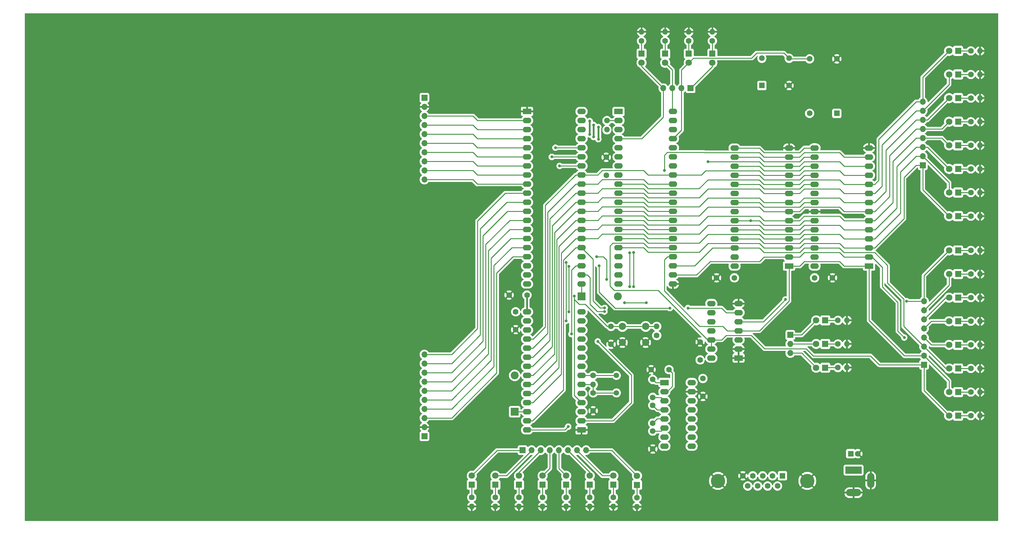
<source format=gbr>
%TF.GenerationSoftware,KiCad,Pcbnew,8.0.0*%
%TF.CreationDate,2024-05-27T12:02:18-04:00*%
%TF.ProjectId,Eater 6502 computer,45617465-7220-4363-9530-3220636f6d70,rev?*%
%TF.SameCoordinates,Original*%
%TF.FileFunction,Copper,L1,Top*%
%TF.FilePolarity,Positive*%
%FSLAX46Y46*%
G04 Gerber Fmt 4.6, Leading zero omitted, Abs format (unit mm)*
G04 Created by KiCad (PCBNEW 8.0.0) date 2024-05-27 12:02:18*
%MOMM*%
%LPD*%
G01*
G04 APERTURE LIST*
%TA.AperFunction,ComponentPad*%
%ADD10C,1.500000*%
%TD*%
%TA.AperFunction,ComponentPad*%
%ADD11C,1.600000*%
%TD*%
%TA.AperFunction,ComponentPad*%
%ADD12O,1.600000X1.600000*%
%TD*%
%TA.AperFunction,ComponentPad*%
%ADD13R,2.400000X1.600000*%
%TD*%
%TA.AperFunction,ComponentPad*%
%ADD14O,2.400000X1.600000*%
%TD*%
%TA.AperFunction,ComponentPad*%
%ADD15R,1.800000X1.800000*%
%TD*%
%TA.AperFunction,ComponentPad*%
%ADD16C,1.800000*%
%TD*%
%TA.AperFunction,ComponentPad*%
%ADD17R,1.700000X1.700000*%
%TD*%
%TA.AperFunction,ComponentPad*%
%ADD18O,1.700000X1.700000*%
%TD*%
%TA.AperFunction,ComponentPad*%
%ADD19R,2.200000X2.200000*%
%TD*%
%TA.AperFunction,ComponentPad*%
%ADD20O,2.200000X2.200000*%
%TD*%
%TA.AperFunction,ComponentPad*%
%ADD21R,1.600000X1.600000*%
%TD*%
%TA.AperFunction,ComponentPad*%
%ADD22C,2.000000*%
%TD*%
%TA.AperFunction,ComponentPad*%
%ADD23C,4.000000*%
%TD*%
%TA.AperFunction,ComponentPad*%
%ADD24R,4.600000X2.000000*%
%TD*%
%TA.AperFunction,ComponentPad*%
%ADD25O,4.200000X2.000000*%
%TD*%
%TA.AperFunction,ComponentPad*%
%ADD26O,2.000000X4.200000*%
%TD*%
%TA.AperFunction,ViaPad*%
%ADD27C,0.800000*%
%TD*%
%TA.AperFunction,ViaPad*%
%ADD28C,5.400000*%
%TD*%
%TA.AperFunction,Conductor*%
%ADD29C,0.250000*%
%TD*%
%TA.AperFunction,Conductor*%
%ADD30C,0.500000*%
%TD*%
G04 APERTURE END LIST*
D10*
%TO.P,Y1,1,1*%
%TO.N,Net-(U5-XTLI)*%
X177829000Y-118494200D03*
%TO.P,Y1,2,2*%
%TO.N,Net-(U5-XTLO)*%
X177829000Y-113614200D03*
%TD*%
D11*
%TO.P,R13,1*%
%TO.N,Net-(D12-K)*%
X277012400Y-85242400D03*
D12*
%TO.P,R13,2*%
%TO.N,GND*%
X279552400Y-85242400D03*
%TD*%
D13*
%TO.P,U7,1*%
%TO.N,GND*%
X212017400Y-108737400D03*
D14*
%TO.P,U7,2*%
X212017400Y-106197400D03*
%TO.P,U7,3*%
%TO.N,unconnected-(U7-Pad3)*%
X212017400Y-103657400D03*
%TO.P,U7,4*%
%TO.N,/a14*%
X212017400Y-101117400D03*
%TO.P,U7,5*%
%TO.N,RCS*%
X212017400Y-98577400D03*
%TO.P,U7,6*%
%TO.N,ICS*%
X212017400Y-96037400D03*
%TO.P,U7,7,GND*%
%TO.N,GND*%
X212017400Y-93497400D03*
%TO.P,U7,8*%
%TO.N,MCS*%
X204397400Y-93497400D03*
%TO.P,U7,9*%
%TO.N,CLK*%
X204397400Y-96037400D03*
%TO.P,U7,10*%
%TO.N,RCS*%
X204397400Y-98577400D03*
%TO.P,U7,11*%
X204397400Y-101117400D03*
%TO.P,U7,12*%
%TO.N,/a15*%
X204397400Y-103657400D03*
%TO.P,U7,13*%
X204397400Y-106197400D03*
%TO.P,U7,14,VCC*%
%TO.N,VCC*%
X204397400Y-108737400D03*
%TD*%
D15*
%TO.P,D5,1,K*%
%TO.N,Net-(D5-K)*%
X273456400Y-36042600D03*
D16*
%TO.P,D5,2,A*%
%TO.N,/a2*%
X270916400Y-36042600D03*
%TD*%
D11*
%TO.P,R18,1*%
%TO.N,Net-(D17-K)*%
X277012400Y-118262400D03*
D12*
%TO.P,R18,2*%
%TO.N,GND*%
X279552400Y-118262400D03*
%TD*%
D11*
%TO.P,R33,1*%
%TO.N,Net-(D32-K)*%
X239830400Y-104810800D03*
D12*
%TO.P,R33,2*%
%TO.N,GND*%
X242370400Y-104810800D03*
%TD*%
D17*
%TO.P,J6,1,Pin_1*%
%TO.N,R{slash}~{W}*%
X198592600Y-33274000D03*
D18*
%TO.P,J6,2,Pin_2*%
%TO.N,CLK*%
X196052600Y-33274000D03*
%TO.P,J6,3,Pin_3*%
%TO.N,~{RESET}*%
X193512600Y-33274000D03*
%TO.P,J6,4,Pin_4*%
%TO.N,~{IRQB}*%
X190972600Y-33274000D03*
%TD*%
D17*
%TO.P,J5,1,Pin_1*%
%TO.N,/d7*%
X151587200Y-134493000D03*
D18*
%TO.P,J5,2,Pin_2*%
%TO.N,/d6*%
X154127200Y-134493000D03*
%TO.P,J5,3,Pin_3*%
%TO.N,/d5*%
X156667200Y-134493000D03*
%TO.P,J5,4,Pin_4*%
%TO.N,/d4*%
X159207200Y-134493000D03*
%TO.P,J5,5,Pin_5*%
%TO.N,/d3*%
X161747200Y-134493000D03*
%TO.P,J5,6,Pin_6*%
%TO.N,/d2*%
X164287200Y-134493000D03*
%TO.P,J5,7,Pin_7*%
%TO.N,/d1*%
X166827200Y-134493000D03*
%TO.P,J5,8,Pin_8*%
%TO.N,/d0*%
X169367200Y-134493000D03*
%TD*%
D15*
%TO.P,D32,1,K*%
%TO.N,Net-(D32-K)*%
X236274400Y-104810800D03*
D16*
%TO.P,D32,2,A*%
%TO.N,MCS*%
X233734400Y-104810800D03*
%TD*%
D11*
%TO.P,R30,1*%
%TO.N,Net-(D29-K)*%
X191490600Y-20066000D03*
D12*
%TO.P,R30,2*%
%TO.N,GND*%
X191490600Y-17526000D03*
%TD*%
D15*
%TO.P,D27,1,K*%
%TO.N,Net-(D27-K)*%
X204698600Y-23622000D03*
D16*
%TO.P,D27,2,A*%
%TO.N,R{slash}~{W}*%
X204698600Y-26162000D03*
%TD*%
D11*
%TO.P,R24,1*%
%TO.N,Net-(D23-K)*%
X157175200Y-147722800D03*
D12*
%TO.P,R24,2*%
%TO.N,GND*%
X157175200Y-150262800D03*
%TD*%
D11*
%TO.P,R1,1*%
%TO.N,VCC*%
X189106600Y-102438200D03*
D12*
%TO.P,R1,2*%
%TO.N,~{RESET}*%
X189106600Y-99898200D03*
%TD*%
D11*
%TO.P,R26,1*%
%TO.N,Net-(D25-K)*%
X143967200Y-147722800D03*
D12*
%TO.P,R26,2*%
%TO.N,GND*%
X143967200Y-150262800D03*
%TD*%
D15*
%TO.P,D15,1,K*%
%TO.N,Net-(D15-K)*%
X273461400Y-105054400D03*
D16*
%TO.P,D15,2,A*%
%TO.N,/a12*%
X270921400Y-105054400D03*
%TD*%
D11*
%TO.P,C1,1*%
%TO.N,~{RESET}*%
X176330400Y-99898200D03*
%TO.P,C1,2*%
%TO.N,GND*%
X176330400Y-104898200D03*
%TD*%
D19*
%TO.P,D2,1,K*%
%TO.N,Net-(D2-K)*%
X149381000Y-123748800D03*
D20*
%TO.P,D2,2,A*%
%TO.N,~{IRQB}*%
X149381000Y-113588800D03*
%TD*%
D15*
%TO.P,D26,1,K*%
%TO.N,Net-(D26-K)*%
X137363200Y-144195800D03*
D16*
%TO.P,D26,2,A*%
%TO.N,/d7*%
X137363200Y-141655800D03*
%TD*%
D11*
%TO.P,R16,1*%
%TO.N,Net-(D15-K)*%
X277017400Y-105054400D03*
D12*
%TO.P,R16,2*%
%TO.N,GND*%
X279557400Y-105054400D03*
%TD*%
D11*
%TO.P,C11,1*%
%TO.N,VCC*%
X233299000Y-86309200D03*
%TO.P,C11,2*%
%TO.N,GND*%
X238299000Y-86309200D03*
%TD*%
%TO.P,R28,1*%
%TO.N,Net-(D27-K)*%
X204698600Y-20066000D03*
D12*
%TO.P,R28,2*%
%TO.N,GND*%
X204698600Y-17526000D03*
%TD*%
D15*
%TO.P,D33,1,K*%
%TO.N,Net-(D33-K)*%
X236274400Y-111440200D03*
D16*
%TO.P,D33,2,A*%
%TO.N,RCS*%
X233734400Y-111440200D03*
%TD*%
D11*
%TO.P,R8,1*%
%TO.N,Net-(D7-K)*%
X277012400Y-49250600D03*
D12*
%TO.P,R8,2*%
%TO.N,GND*%
X279552400Y-49250600D03*
%TD*%
D15*
%TO.P,D4,1,K*%
%TO.N,Net-(D4-K)*%
X273456400Y-29438600D03*
D16*
%TO.P,D4,2,A*%
%TO.N,/a1*%
X270916400Y-29438600D03*
%TD*%
D15*
%TO.P,D7,1,K*%
%TO.N,Net-(D7-K)*%
X273456400Y-49250600D03*
D16*
%TO.P,D7,2,A*%
%TO.N,/a4*%
X270916400Y-49250600D03*
%TD*%
D11*
%TO.P,R31,1*%
%TO.N,Net-(D30-K)*%
X184886600Y-20066000D03*
D12*
%TO.P,R31,2*%
%TO.N,GND*%
X184886600Y-17526000D03*
%TD*%
D11*
%TO.P,R19,1*%
%TO.N,Net-(D18-K)*%
X277012400Y-124866400D03*
D12*
%TO.P,R19,2*%
%TO.N,GND*%
X279552400Y-124866400D03*
%TD*%
D13*
%TO.P,U4,1,~{VP}*%
%TO.N,unconnected-(U4-~{VP}-Pad1)*%
X178438600Y-39792600D03*
D14*
%TO.P,U4,2,RDY*%
%TO.N,Net-(U4-RDY)*%
X178438600Y-42332600D03*
%TO.P,U4,3,PHI1O*%
%TO.N,unconnected-(U4-PHI1O-Pad3)*%
X178438600Y-44872600D03*
%TO.P,U4,4,~{IRQB}*%
%TO.N,~{IRQB}*%
X178438600Y-47412600D03*
%TO.P,U4,5,~{MLB}*%
%TO.N,unconnected-(U4-~{MLB}-Pad5)*%
X178438600Y-49952600D03*
%TO.P,U4,6,~{NMI}*%
%TO.N,VCC*%
X178438600Y-52492600D03*
%TO.P,U4,7,SYNC*%
%TO.N,unconnected-(U4-SYNC-Pad7)*%
X178438600Y-55032600D03*
%TO.P,U4,8,VCC*%
%TO.N,VCC*%
X178438600Y-57572600D03*
%TO.P,U4,9,A0*%
%TO.N,/a0*%
X178438600Y-60112600D03*
%TO.P,U4,10,A1*%
%TO.N,/a1*%
X178438600Y-62652600D03*
%TO.P,U4,11,A2*%
%TO.N,/a2*%
X178438600Y-65192600D03*
%TO.P,U4,12,A3*%
%TO.N,/a3*%
X178438600Y-67732600D03*
%TO.P,U4,13,A4*%
%TO.N,/a4*%
X178438600Y-70272600D03*
%TO.P,U4,14,A5*%
%TO.N,/a5*%
X178438600Y-72812600D03*
%TO.P,U4,15,A6*%
%TO.N,/a6*%
X178438600Y-75352600D03*
%TO.P,U4,16,A7*%
%TO.N,/a7*%
X178438600Y-77892600D03*
%TO.P,U4,17,A8*%
%TO.N,/a8*%
X178438600Y-80432600D03*
%TO.P,U4,18,A9*%
%TO.N,/a9*%
X178438600Y-82972600D03*
%TO.P,U4,19,A10*%
%TO.N,/a10*%
X178438600Y-85512600D03*
%TO.P,U4,20,A11*%
%TO.N,/a11*%
X178438600Y-88052600D03*
%TO.P,U4,21,GND*%
%TO.N,GND*%
X193678600Y-88052600D03*
%TO.P,U4,22,A12*%
%TO.N,/a12*%
X193678600Y-85512600D03*
%TO.P,U4,23,A13*%
%TO.N,/a13*%
X193678600Y-82972600D03*
%TO.P,U4,24,A14*%
%TO.N,/a14*%
X193678600Y-80432600D03*
%TO.P,U4,25,A15*%
%TO.N,/a15*%
X193678600Y-77892600D03*
%TO.P,U4,26,D7*%
%TO.N,/d7*%
X193678600Y-75352600D03*
%TO.P,U4,27,D6*%
%TO.N,/d6*%
X193678600Y-72812600D03*
%TO.P,U4,28,D5*%
%TO.N,/d5*%
X193678600Y-70272600D03*
%TO.P,U4,29,D4*%
%TO.N,/d4*%
X193678600Y-67732600D03*
%TO.P,U4,30,D3*%
%TO.N,/d3*%
X193678600Y-65192600D03*
%TO.P,U4,31,D2*%
%TO.N,/d2*%
X193678600Y-62652600D03*
%TO.P,U4,32,D1*%
%TO.N,/d1*%
X193678600Y-60112600D03*
%TO.P,U4,33,D0*%
%TO.N,/d0*%
X193678600Y-57572600D03*
%TO.P,U4,34,R/~{W}*%
%TO.N,R{slash}~{W}*%
X193678600Y-55032600D03*
%TO.P,U4,35,NC*%
%TO.N,unconnected-(U4-NC-Pad35)*%
X193678600Y-52492600D03*
%TO.P,U4,36,BE*%
%TO.N,VCC*%
X193678600Y-49952600D03*
%TO.P,U4,37,PHI2*%
%TO.N,CLK*%
X193678600Y-47412600D03*
%TO.P,U4,38,~{SOB}*%
%TO.N,unconnected-(U4-~{SOB}-Pad38)*%
X193678600Y-44872600D03*
%TO.P,U4,39,PHI2O*%
%TO.N,unconnected-(U4-PHI2O-Pad39)*%
X193678600Y-42332600D03*
%TO.P,U4,40,~{RST}*%
%TO.N,~{RESET}*%
X193678600Y-39792600D03*
%TD*%
D15*
%TO.P,D25,1,K*%
%TO.N,Net-(D25-K)*%
X143967200Y-144195800D03*
D16*
%TO.P,D25,2,A*%
%TO.N,/d6*%
X143967200Y-141655800D03*
%TD*%
D15*
%TO.P,D31,1,K*%
%TO.N,Net-(D31-K)*%
X236274400Y-98206800D03*
D16*
%TO.P,D31,2,A*%
%TO.N,ICS*%
X233734400Y-98206800D03*
%TD*%
D11*
%TO.P,R2,1*%
%TO.N,Net-(U4-RDY)*%
X175187400Y-42341800D03*
D12*
%TO.P,R2,2*%
%TO.N,VCC*%
X175187400Y-44881800D03*
%TD*%
D11*
%TO.P,R22,1*%
%TO.N,Net-(D21-K)*%
X170383200Y-147722800D03*
D12*
%TO.P,R22,2*%
%TO.N,GND*%
X170383200Y-150262800D03*
%TD*%
D15*
%TO.P,D18,1,K*%
%TO.N,Net-(D18-K)*%
X273456400Y-124866400D03*
D16*
%TO.P,D18,2,A*%
%TO.N,/a15*%
X270916400Y-124866400D03*
%TD*%
D21*
%TO.P,X2,1,EN*%
%TO.N,unconnected-(X2-EN-Pad1)*%
X218543269Y-32524200D03*
D11*
%TO.P,X2,4,GND*%
%TO.N,GND*%
X226163269Y-32524200D03*
%TO.P,X2,5,OUT*%
%TO.N,CLK*%
X226163269Y-24904200D03*
%TO.P,X2,8,Vcc*%
%TO.N,VCC*%
X218543269Y-24904200D03*
%TD*%
D15*
%TO.P,D19,1,K*%
%TO.N,Net-(D19-K)*%
X183591200Y-144212600D03*
D16*
%TO.P,D19,2,A*%
%TO.N,/d0*%
X183591200Y-141672600D03*
%TD*%
D11*
%TO.P,R14,1*%
%TO.N,Net-(D13-K)*%
X277012400Y-91846400D03*
D12*
%TO.P,R14,2*%
%TO.N,GND*%
X279552400Y-91846400D03*
%TD*%
D15*
%TO.P,D24,1,K*%
%TO.N,Net-(D24-K)*%
X150571200Y-144195800D03*
D16*
%TO.P,D24,2,A*%
%TO.N,/d5*%
X150571200Y-141655800D03*
%TD*%
D15*
%TO.P,D8,1,K*%
%TO.N,Net-(D8-K)*%
X273456400Y-55854600D03*
D16*
%TO.P,D8,2,A*%
%TO.N,/a5*%
X270916400Y-55854600D03*
%TD*%
D17*
%TO.P,J4,1,Pin_1*%
%TO.N,/a7*%
X263550400Y-54838600D03*
D18*
%TO.P,J4,2,Pin_2*%
%TO.N,/a6*%
X263550400Y-52298600D03*
%TO.P,J4,3,Pin_3*%
%TO.N,/a5*%
X263550400Y-49758600D03*
%TO.P,J4,4,Pin_4*%
%TO.N,/a4*%
X263550400Y-47218600D03*
%TO.P,J4,5,Pin_5*%
%TO.N,/a3*%
X263550400Y-44678600D03*
%TO.P,J4,6,Pin_6*%
%TO.N,/a2*%
X263550400Y-42138600D03*
%TO.P,J4,7,Pin_7*%
%TO.N,/a1*%
X263550400Y-39598600D03*
%TO.P,J4,8,Pin_8*%
%TO.N,/a0*%
X263550400Y-37058600D03*
%TD*%
D11*
%TO.P,C14,1*%
%TO.N,VCC*%
X174991400Y-57592600D03*
%TO.P,C14,2*%
%TO.N,GND*%
X174991400Y-52592600D03*
%TD*%
%TO.P,R34,1*%
%TO.N,Net-(D33-K)*%
X239830400Y-111414800D03*
D12*
%TO.P,R34,2*%
%TO.N,GND*%
X242370400Y-111414800D03*
%TD*%
D15*
%TO.P,D28,1,K*%
%TO.N,Net-(D28-K)*%
X198094600Y-23622000D03*
D16*
%TO.P,D28,2,A*%
%TO.N,CLK*%
X198094600Y-26162000D03*
%TD*%
D15*
%TO.P,D11,1,K*%
%TO.N,Net-(D11-K)*%
X273456400Y-78638400D03*
D16*
%TO.P,D11,2,A*%
%TO.N,/a8*%
X270916400Y-78638400D03*
%TD*%
D15*
%TO.P,D10,1,K*%
%TO.N,Net-(D10-K)*%
X273456400Y-69062600D03*
D16*
%TO.P,D10,2,A*%
%TO.N,/a7*%
X270916400Y-69062600D03*
%TD*%
D11*
%TO.P,R21,1*%
%TO.N,Net-(D20-K)*%
X176987200Y-147717800D03*
D12*
%TO.P,R21,2*%
%TO.N,GND*%
X176987200Y-150257800D03*
%TD*%
D11*
%TO.P,R25,1*%
%TO.N,Net-(D24-K)*%
X150571200Y-147722800D03*
D12*
%TO.P,R25,2*%
%TO.N,GND*%
X150571200Y-150262800D03*
%TD*%
D11*
%TO.P,R11,1*%
%TO.N,Net-(D10-K)*%
X277012400Y-69062600D03*
D12*
%TO.P,R11,2*%
%TO.N,GND*%
X279552400Y-69062600D03*
%TD*%
D22*
%TO.P,SW1,1,1*%
%TO.N,GND*%
X186006600Y-104408800D03*
X179506600Y-104408800D03*
%TO.P,SW1,2,2*%
%TO.N,~{RESET}*%
X186006600Y-99908800D03*
X179506600Y-99908800D03*
%TD*%
D21*
%TO.P,C9,1*%
%TO.N,VCC*%
X243392888Y-135483600D03*
D11*
%TO.P,C9,2*%
%TO.N,GND*%
X245392888Y-135483600D03*
%TD*%
%TO.P,R17,1*%
%TO.N,Net-(D16-K)*%
X277012400Y-111658400D03*
D12*
%TO.P,R17,2*%
%TO.N,GND*%
X279552400Y-111658400D03*
%TD*%
D11*
%TO.P,C6,1*%
%TO.N,Net-(U3-VS-)*%
X188010800Y-129184400D03*
%TO.P,C6,2*%
%TO.N,GND*%
X188010800Y-134184400D03*
%TD*%
D13*
%TO.P,U3,1,C1+*%
%TO.N,Net-(U3-C1+)*%
X191262000Y-115595400D03*
D14*
%TO.P,U3,2,VS+*%
%TO.N,Net-(U3-VS+)*%
X191262000Y-118135400D03*
%TO.P,U3,3,C1-*%
%TO.N,Net-(U3-C1-)*%
X191262000Y-120675400D03*
%TO.P,U3,4,C2+*%
%TO.N,Net-(U3-C2+)*%
X191262000Y-123215400D03*
%TO.P,U3,5,C2-*%
%TO.N,Net-(U3-C2-)*%
X191262000Y-125755400D03*
%TO.P,U3,6,VS-*%
%TO.N,Net-(U3-VS-)*%
X191262000Y-128295400D03*
%TO.P,U3,7,T20*%
%TO.N,unconnected-(U3-T20-Pad7)*%
X191262000Y-130835400D03*
%TO.P,U3,8,R2I*%
%TO.N,unconnected-(U3-R2I-Pad8)*%
X191262000Y-133375400D03*
%TO.P,U3,9,R2O*%
%TO.N,unconnected-(U3-R2O-Pad9)*%
X198882000Y-133375400D03*
%TO.P,U3,10,T2I*%
%TO.N,unconnected-(U3-T2I-Pad10)*%
X198882000Y-130835400D03*
%TO.P,U3,11,T1I*%
%TO.N,Net-(U3-T1I)*%
X198882000Y-128295400D03*
%TO.P,U3,12,R1O*%
%TO.N,Net-(U3-R1O)*%
X198882000Y-125755400D03*
%TO.P,U3,13,R1I*%
%TO.N,Net-(U3-R1I)*%
X198882000Y-123215400D03*
%TO.P,U3,14,T10*%
%TO.N,Net-(U3-T10)*%
X198882000Y-120675400D03*
%TO.P,U3,15,GND*%
%TO.N,GND*%
X198882000Y-118135400D03*
%TO.P,U3,16,VCC*%
%TO.N,VCC*%
X198882000Y-115595400D03*
%TD*%
D13*
%TO.P,U1,1,A14*%
%TO.N,/a14*%
X248542600Y-83017600D03*
D14*
%TO.P,U1,2,A12*%
%TO.N,/a12*%
X248542600Y-80477600D03*
%TO.P,U1,3,A7*%
%TO.N,/a7*%
X248542600Y-77937600D03*
%TO.P,U1,4,A6*%
%TO.N,/a6*%
X248542600Y-75397600D03*
%TO.P,U1,5,A5*%
%TO.N,/a5*%
X248542600Y-72857600D03*
%TO.P,U1,6,A4*%
%TO.N,/a4*%
X248542600Y-70317600D03*
%TO.P,U1,7,A3*%
%TO.N,/a3*%
X248542600Y-67777600D03*
%TO.P,U1,8,A2*%
%TO.N,/a2*%
X248542600Y-65237600D03*
%TO.P,U1,9,A1*%
%TO.N,/a1*%
X248542600Y-62697600D03*
%TO.P,U1,10,A0*%
%TO.N,/a0*%
X248542600Y-60157600D03*
%TO.P,U1,11,D0*%
%TO.N,/d0*%
X248542600Y-57617600D03*
%TO.P,U1,12,D1*%
%TO.N,/d1*%
X248542600Y-55077600D03*
%TO.P,U1,13,D2*%
%TO.N,/d2*%
X248542600Y-52537600D03*
%TO.P,U1,14,GND*%
%TO.N,GND*%
X248542600Y-49997600D03*
%TO.P,U1,15,D3*%
%TO.N,/d3*%
X233302600Y-49997600D03*
%TO.P,U1,16,D4*%
%TO.N,/d4*%
X233302600Y-52537600D03*
%TO.P,U1,17,D5*%
%TO.N,/d5*%
X233302600Y-55077600D03*
%TO.P,U1,18,D6*%
%TO.N,/d6*%
X233302600Y-57617600D03*
%TO.P,U1,19,D7*%
%TO.N,/d7*%
X233302600Y-60157600D03*
%TO.P,U1,20,~{CS}*%
%TO.N,RCS*%
X233302600Y-62697600D03*
%TO.P,U1,21,A10*%
%TO.N,/a10*%
X233302600Y-65237600D03*
%TO.P,U1,22,~{OE}*%
%TO.N,GND*%
X233302600Y-67777600D03*
%TO.P,U1,23,A11*%
%TO.N,/a11*%
X233302600Y-70317600D03*
%TO.P,U1,24,A9*%
%TO.N,/a9*%
X233302600Y-72857600D03*
%TO.P,U1,25,A8*%
%TO.N,/a8*%
X233302600Y-75397600D03*
%TO.P,U1,26,A13*%
%TO.N,/a13*%
X233302600Y-77937600D03*
%TO.P,U1,27,~{WE}*%
%TO.N,VCC*%
X233302600Y-80477600D03*
%TO.P,U1,28,VCC*%
X233302600Y-83017600D03*
%TD*%
D11*
%TO.P,R20,1*%
%TO.N,Net-(D19-K)*%
X183591200Y-147768600D03*
D12*
%TO.P,R20,2*%
%TO.N,GND*%
X183591200Y-150308600D03*
%TD*%
D11*
%TO.P,R15,1*%
%TO.N,Net-(D14-K)*%
X277012400Y-98450400D03*
D12*
%TO.P,R15,2*%
%TO.N,GND*%
X279552400Y-98450400D03*
%TD*%
D11*
%TO.P,C13,1*%
%TO.N,VCC*%
X202042400Y-114467000D03*
%TO.P,C13,2*%
%TO.N,GND*%
X202042400Y-119467000D03*
%TD*%
D15*
%TO.P,D20,1,K*%
%TO.N,Net-(D20-K)*%
X176987200Y-144195800D03*
D16*
%TO.P,D20,2,A*%
%TO.N,/d1*%
X176987200Y-141655800D03*
%TD*%
D23*
%TO.P,J1,0*%
%TO.N,GND*%
X206254800Y-143106000D03*
X231254800Y-143106000D03*
D21*
%TO.P,J1,1,1*%
%TO.N,unconnected-(J1-Pad1)*%
X224294800Y-141686000D03*
D11*
%TO.P,J1,2,2*%
%TO.N,Net-(U3-T10)*%
X221524800Y-141686000D03*
%TO.P,J1,3,3*%
%TO.N,Net-(U3-R1I)*%
X218754800Y-141686000D03*
%TO.P,J1,4,4*%
%TO.N,unconnected-(J1-Pad4)*%
X215984800Y-141686000D03*
%TO.P,J1,5,5*%
%TO.N,GND*%
X213214800Y-141686000D03*
%TO.P,J1,6,6*%
%TO.N,unconnected-(J1-Pad6)*%
X222909800Y-144526000D03*
%TO.P,J1,7,7*%
%TO.N,unconnected-(J1-Pad7)*%
X220139800Y-144526000D03*
%TO.P,J1,8,8*%
%TO.N,unconnected-(J1-Pad8)*%
X217369800Y-144526000D03*
%TO.P,J1,9,9*%
%TO.N,unconnected-(J1-Pad9)*%
X214599800Y-144526000D03*
%TD*%
D15*
%TO.P,D12,1,K*%
%TO.N,Net-(D12-K)*%
X273456400Y-85242400D03*
D16*
%TO.P,D12,2,A*%
%TO.N,/a9*%
X270916400Y-85242400D03*
%TD*%
D15*
%TO.P,D14,1,K*%
%TO.N,Net-(D14-K)*%
X273456400Y-98450400D03*
D16*
%TO.P,D14,2,A*%
%TO.N,/a11*%
X270916400Y-98450400D03*
%TD*%
D11*
%TO.P,R23,1*%
%TO.N,Net-(D22-K)*%
X163779200Y-147722800D03*
D12*
%TO.P,R23,2*%
%TO.N,GND*%
X163779200Y-150262800D03*
%TD*%
D11*
%TO.P,C5,1*%
%TO.N,Net-(U3-VS+)*%
X192553600Y-111988600D03*
%TO.P,C5,2*%
%TO.N,GND*%
X187553600Y-111988600D03*
%TD*%
D15*
%TO.P,D9,1,K*%
%TO.N,Net-(D9-K)*%
X273456400Y-62458600D03*
D16*
%TO.P,D9,2,A*%
%TO.N,/a6*%
X270916400Y-62458600D03*
%TD*%
D15*
%TO.P,D13,1,K*%
%TO.N,Net-(D13-K)*%
X273456400Y-91846400D03*
D16*
%TO.P,D13,2,A*%
%TO.N,/a10*%
X270916400Y-91846400D03*
%TD*%
D11*
%TO.P,R29,1*%
%TO.N,Net-(D28-K)*%
X198094600Y-20066000D03*
D12*
%TO.P,R29,2*%
%TO.N,GND*%
X198094600Y-17526000D03*
%TD*%
D13*
%TO.P,U5,1,GND*%
%TO.N,GND*%
X168075400Y-128845000D03*
D14*
%TO.P,U5,2,CS0*%
%TO.N,/a12*%
X168075400Y-126305000D03*
%TO.P,U5,3,~{CS1}*%
%TO.N,ICS*%
X168075400Y-123765000D03*
%TO.P,U5,4,~{RST}*%
%TO.N,~{RESET}*%
X168075400Y-121225000D03*
%TO.P,U5,5,RXC*%
%TO.N,unconnected-(U5-RXC-Pad5)*%
X168075400Y-118685000D03*
%TO.P,U5,6,XTLI*%
%TO.N,Net-(U5-XTLI)*%
X168075400Y-116145000D03*
%TO.P,U5,7,XTLO*%
%TO.N,Net-(U5-XTLO)*%
X168075400Y-113605000D03*
%TO.P,U5,8,~{RTSB}*%
%TO.N,unconnected-(U5-~{RTSB}-Pad8)*%
X168075400Y-111065000D03*
%TO.P,U5,9,~{CTSB}*%
%TO.N,unconnected-(U5-~{CTSB}-Pad9)*%
X168075400Y-108525000D03*
%TO.P,U5,10,TXD*%
%TO.N,Net-(U3-T1I)*%
X168075400Y-105985000D03*
%TO.P,U5,11,~{DTRB}*%
%TO.N,unconnected-(U5-~{DTRB}-Pad11)*%
X168075400Y-103445000D03*
%TO.P,U5,12,RXD*%
%TO.N,Net-(U3-R1O)*%
X168075400Y-100905000D03*
%TO.P,U5,13,RS0*%
%TO.N,/a0*%
X168075400Y-98365000D03*
%TO.P,U5,14,RS1*%
%TO.N,/a1*%
X168075400Y-95825000D03*
%TO.P,U5,15,VCC*%
%TO.N,VCC*%
X152835400Y-95825000D03*
%TO.P,U5,16,~{DCDB}*%
%TO.N,unconnected-(U5-~{DCDB}-Pad16)*%
X152835400Y-98365000D03*
%TO.P,U5,17,~{DSRB}*%
%TO.N,unconnected-(U5-~{DSRB}-Pad17)*%
X152835400Y-100905000D03*
%TO.P,U5,18,D0*%
%TO.N,/d0*%
X152835400Y-103445000D03*
%TO.P,U5,19,D1*%
%TO.N,/d1*%
X152835400Y-105985000D03*
%TO.P,U5,20,D2*%
%TO.N,/d2*%
X152835400Y-108525000D03*
%TO.P,U5,21,D3*%
%TO.N,/d3*%
X152835400Y-111065000D03*
%TO.P,U5,22,D4*%
%TO.N,/d4*%
X152835400Y-113605000D03*
%TO.P,U5,23,D5*%
%TO.N,/d5*%
X152835400Y-116145000D03*
%TO.P,U5,24,D6*%
%TO.N,/d6*%
X152835400Y-118685000D03*
%TO.P,U5,25,D7*%
%TO.N,/d7*%
X152835400Y-121225000D03*
%TO.P,U5,26,~{IRQB}*%
%TO.N,Net-(D2-K)*%
X152835400Y-123765000D03*
%TO.P,U5,27,PHI2*%
%TO.N,CLK*%
X152835400Y-126305000D03*
%TO.P,U5,28,R/~{W}*%
%TO.N,R{slash}~{W}*%
X152835400Y-128845000D03*
%TD*%
D15*
%TO.P,D30,1,K*%
%TO.N,Net-(D30-K)*%
X184886600Y-23622000D03*
D16*
%TO.P,D30,2,A*%
%TO.N,~{IRQB}*%
X184886600Y-26162000D03*
%TD*%
D15*
%TO.P,D6,1,K*%
%TO.N,Net-(D6-K)*%
X273456400Y-42646600D03*
D16*
%TO.P,D6,2,A*%
%TO.N,/a3*%
X270916400Y-42646600D03*
%TD*%
D11*
%TO.P,R12,1*%
%TO.N,Net-(D11-K)*%
X277012400Y-78638400D03*
D12*
%TO.P,R12,2*%
%TO.N,GND*%
X279552400Y-78638400D03*
%TD*%
D17*
%TO.P,J7,1,Pin_1*%
%TO.N,ICS*%
X226495400Y-102285800D03*
D18*
%TO.P,J7,2,Pin_2*%
%TO.N,MCS*%
X226495400Y-104825800D03*
%TO.P,J7,3,Pin_3*%
%TO.N,RCS*%
X226495400Y-107365800D03*
%TD*%
D11*
%TO.P,R7,1*%
%TO.N,Net-(D6-K)*%
X277012400Y-42646600D03*
D12*
%TO.P,R7,2*%
%TO.N,GND*%
X279552400Y-42646600D03*
%TD*%
D11*
%TO.P,C12,1*%
%TO.N,VCC*%
X152806400Y-91135200D03*
%TO.P,C12,2*%
%TO.N,GND*%
X147806400Y-91135200D03*
%TD*%
%TO.P,C7,1*%
%TO.N,VCC*%
X149656800Y-95808800D03*
%TO.P,C7,2*%
%TO.N,GND*%
X149656800Y-100808800D03*
%TD*%
D13*
%TO.P,U2,1,A14*%
%TO.N,/a14*%
X226139800Y-83032600D03*
D14*
%TO.P,U2,2,A12*%
%TO.N,/a12*%
X226139800Y-80492600D03*
%TO.P,U2,3,A7*%
%TO.N,/a7*%
X226139800Y-77952600D03*
%TO.P,U2,4,A6*%
%TO.N,/a6*%
X226139800Y-75412600D03*
%TO.P,U2,5,A5*%
%TO.N,/a5*%
X226139800Y-72872600D03*
%TO.P,U2,6,A4*%
%TO.N,/a4*%
X226139800Y-70332600D03*
%TO.P,U2,7,A3*%
%TO.N,/a3*%
X226139800Y-67792600D03*
%TO.P,U2,8,A2*%
%TO.N,/a2*%
X226139800Y-65252600D03*
%TO.P,U2,9,A1*%
%TO.N,/a1*%
X226139800Y-62712600D03*
%TO.P,U2,10,A0*%
%TO.N,/a0*%
X226139800Y-60172600D03*
%TO.P,U2,11,Q0*%
%TO.N,/d0*%
X226139800Y-57632600D03*
%TO.P,U2,12,Q1*%
%TO.N,/d1*%
X226139800Y-55092600D03*
%TO.P,U2,13,Q2*%
%TO.N,/d2*%
X226139800Y-52552600D03*
%TO.P,U2,14,GND*%
%TO.N,GND*%
X226139800Y-50012600D03*
%TO.P,U2,15,Q3*%
%TO.N,/d3*%
X210899800Y-50012600D03*
%TO.P,U2,16,Q4*%
%TO.N,/d4*%
X210899800Y-52552600D03*
%TO.P,U2,17,Q5*%
%TO.N,/d5*%
X210899800Y-55092600D03*
%TO.P,U2,18,Q6*%
%TO.N,/d6*%
X210899800Y-57632600D03*
%TO.P,U2,19,Q7*%
%TO.N,/d7*%
X210899800Y-60172600D03*
%TO.P,U2,20,~{CS}*%
%TO.N,MCS*%
X210899800Y-62712600D03*
%TO.P,U2,21,A10*%
%TO.N,/a10*%
X210899800Y-65252600D03*
%TO.P,U2,22,~{OE}*%
%TO.N,unconnected-(U2-~{OE}-Pad22)*%
X210899800Y-67792600D03*
%TO.P,U2,23,A11*%
%TO.N,/a11*%
X210899800Y-70332600D03*
%TO.P,U2,24,A9*%
%TO.N,/a9*%
X210899800Y-72872600D03*
%TO.P,U2,25,A8*%
%TO.N,/a8*%
X210899800Y-75412600D03*
%TO.P,U2,26,A13*%
%TO.N,/a13*%
X210899800Y-77952600D03*
%TO.P,U2,27,~{WE}*%
%TO.N,unconnected-(U2-~{WE}-Pad27)*%
X210899800Y-80492600D03*
%TO.P,U2,28,VCC*%
%TO.N,VCC*%
X210899800Y-83032600D03*
%TD*%
D11*
%TO.P,C3,1*%
%TO.N,Net-(U3-C1-)*%
X188010800Y-119735600D03*
%TO.P,C3,2*%
%TO.N,Net-(U3-C1+)*%
X188010800Y-114735600D03*
%TD*%
%TO.P,R5,1*%
%TO.N,Net-(D4-K)*%
X277012400Y-29438600D03*
D12*
%TO.P,R5,2*%
%TO.N,GND*%
X279552400Y-29438600D03*
%TD*%
D15*
%TO.P,D29,1,K*%
%TO.N,Net-(D29-K)*%
X191490600Y-23622000D03*
D16*
%TO.P,D29,2,A*%
%TO.N,~{RESET}*%
X191490600Y-26162000D03*
%TD*%
D17*
%TO.P,J9,1,Pin_1*%
%TO.N,/a15*%
X263906000Y-110642400D03*
D18*
%TO.P,J9,2,Pin_2*%
%TO.N,/a14*%
X263906000Y-108102400D03*
%TO.P,J9,3,Pin_3*%
%TO.N,/a13*%
X263906000Y-105562400D03*
%TO.P,J9,4,Pin_4*%
%TO.N,/a12*%
X263906000Y-103022400D03*
%TO.P,J9,5,Pin_5*%
%TO.N,/a11*%
X263906000Y-100482400D03*
%TO.P,J9,6,Pin_6*%
%TO.N,/a10*%
X263906000Y-97942400D03*
%TO.P,J9,7,Pin_7*%
%TO.N,/a9*%
X263906000Y-95402400D03*
%TO.P,J9,8,Pin_8*%
%TO.N,/a8*%
X263906000Y-92862400D03*
%TD*%
D11*
%TO.P,R6,1*%
%TO.N,Net-(D5-K)*%
X277012400Y-36042600D03*
D12*
%TO.P,R6,2*%
%TO.N,GND*%
X279552400Y-36042600D03*
%TD*%
D11*
%TO.P,R4,1*%
%TO.N,Net-(D3-K)*%
X277012400Y-22834600D03*
D12*
%TO.P,R4,2*%
%TO.N,GND*%
X279552400Y-22834600D03*
%TD*%
D24*
%TO.P,J8,1*%
%TO.N,VCC*%
X244195600Y-140081000D03*
D25*
%TO.P,J8,2*%
%TO.N,GND*%
X244195600Y-146381000D03*
D26*
%TO.P,J8,3*%
X248995600Y-142981000D03*
%TD*%
D11*
%TO.P,R10,1*%
%TO.N,Net-(D9-K)*%
X277012400Y-62458600D03*
D12*
%TO.P,R10,2*%
%TO.N,GND*%
X279552400Y-62458600D03*
%TD*%
D15*
%TO.P,D22,1,K*%
%TO.N,Net-(D22-K)*%
X163779200Y-144195800D03*
D16*
%TO.P,D22,2,A*%
%TO.N,/d3*%
X163779200Y-141655800D03*
%TD*%
D17*
%TO.P,J3,1,Pin_1*%
%TO.N,VCC*%
X124104400Y-130606800D03*
D18*
%TO.P,J3,2,Pin_2*%
%TO.N,GND*%
X124104400Y-128066800D03*
%TO.P,J3,3,Pin_3*%
%TO.N,Net-(J3-Pin_3)*%
X124104400Y-125526800D03*
%TO.P,J3,4,Pin_4*%
%TO.N,Net-(J3-Pin_4)*%
X124104400Y-122986800D03*
%TO.P,J3,5,Pin_5*%
%TO.N,Net-(J3-Pin_5)*%
X124104400Y-120446800D03*
%TO.P,J3,6,Pin_6*%
%TO.N,Net-(J3-Pin_6)*%
X124104400Y-117906800D03*
%TO.P,J3,7,Pin_7*%
%TO.N,Net-(J3-Pin_7)*%
X124104400Y-115366800D03*
%TO.P,J3,8,Pin_8*%
%TO.N,Net-(J3-Pin_8)*%
X124104400Y-112826800D03*
%TO.P,J3,9,Pin_9*%
%TO.N,Net-(J3-Pin_9)*%
X124104400Y-110286800D03*
%TO.P,J3,10,Pin_10*%
%TO.N,Net-(J3-Pin_10)*%
X124104400Y-107746800D03*
%TD*%
D11*
%TO.P,R32,1*%
%TO.N,Net-(D31-K)*%
X239830400Y-98206800D03*
D12*
%TO.P,R32,2*%
%TO.N,GND*%
X242370400Y-98206800D03*
%TD*%
D11*
%TO.P,C8,1*%
%TO.N,VCC*%
X210859800Y-86309200D03*
%TO.P,C8,2*%
%TO.N,GND*%
X205859800Y-86309200D03*
%TD*%
%TO.P,C10,1*%
%TO.N,VCC*%
X201264200Y-109270800D03*
%TO.P,C10,2*%
%TO.N,GND*%
X201264200Y-104270800D03*
%TD*%
%TO.P,R3,1*%
%TO.N,Net-(U5-XTLO)*%
X171326600Y-113614200D03*
D12*
%TO.P,R3,2*%
%TO.N,Net-(U5-XTLI)*%
X171326600Y-116154200D03*
%TD*%
D15*
%TO.P,D3,1,K*%
%TO.N,Net-(D3-K)*%
X273456400Y-22834600D03*
D16*
%TO.P,D3,2,A*%
%TO.N,/a0*%
X270916400Y-22834600D03*
%TD*%
D21*
%TO.P,X1,1,EN*%
%TO.N,unconnected-(X1-EN-Pad1)*%
X239522000Y-40309800D03*
D11*
%TO.P,X1,7,GND*%
%TO.N,GND*%
X239522000Y-25069800D03*
%TO.P,X1,8,OUT*%
%TO.N,CLK*%
X231902000Y-25069800D03*
%TO.P,X1,14,Vcc*%
%TO.N,VCC*%
X231902000Y-40309800D03*
%TD*%
D19*
%TO.P,D1,1,K*%
%TO.N,Net-(D1-K)*%
X168075400Y-91490800D03*
D20*
%TO.P,D1,2,A*%
%TO.N,~{IRQB}*%
X178235400Y-91490800D03*
%TD*%
D11*
%TO.P,C4,1*%
%TO.N,Net-(U3-C2-)*%
X188010800Y-126960000D03*
%TO.P,C4,2*%
%TO.N,Net-(U3-C2+)*%
X188010800Y-121960000D03*
%TD*%
%TO.P,C2,1*%
%TO.N,Net-(U5-XTLI)*%
X171326600Y-118491000D03*
%TO.P,C2,2*%
%TO.N,GND*%
X171326600Y-123491000D03*
%TD*%
D15*
%TO.P,D17,1,K*%
%TO.N,Net-(D17-K)*%
X273456400Y-118262400D03*
D16*
%TO.P,D17,2,A*%
%TO.N,/a14*%
X270916400Y-118262400D03*
%TD*%
D11*
%TO.P,R27,1*%
%TO.N,Net-(D26-K)*%
X137363200Y-147722800D03*
D12*
%TO.P,R27,2*%
%TO.N,GND*%
X137363200Y-150262800D03*
%TD*%
D15*
%TO.P,D16,1,K*%
%TO.N,Net-(D16-K)*%
X273456400Y-111658400D03*
D16*
%TO.P,D16,2,A*%
%TO.N,/a13*%
X270916400Y-111658400D03*
%TD*%
D15*
%TO.P,D23,1,K*%
%TO.N,Net-(D23-K)*%
X157175200Y-144195800D03*
D16*
%TO.P,D23,2,A*%
%TO.N,/d4*%
X157175200Y-141655800D03*
%TD*%
D11*
%TO.P,R9,1*%
%TO.N,Net-(D8-K)*%
X277012400Y-55854600D03*
D12*
%TO.P,R9,2*%
%TO.N,GND*%
X279552400Y-55854600D03*
%TD*%
D13*
%TO.P,U6,1,GND*%
%TO.N,GND*%
X152830400Y-39772200D03*
D14*
%TO.P,U6,2,PA0*%
%TO.N,Net-(J2-Pin_3)*%
X152830400Y-42312200D03*
%TO.P,U6,3,PA1*%
%TO.N,Net-(J2-Pin_4)*%
X152830400Y-44852200D03*
%TO.P,U6,4,PA2*%
%TO.N,Net-(J2-Pin_5)*%
X152830400Y-47392200D03*
%TO.P,U6,5,PA3*%
%TO.N,Net-(J2-Pin_6)*%
X152830400Y-49932200D03*
%TO.P,U6,6,PA4*%
%TO.N,Net-(J2-Pin_7)*%
X152830400Y-52472200D03*
%TO.P,U6,7,PA5*%
%TO.N,Net-(J2-Pin_8)*%
X152830400Y-55012200D03*
%TO.P,U6,8,PA6*%
%TO.N,Net-(J2-Pin_9)*%
X152830400Y-57552200D03*
%TO.P,U6,9,PA7*%
%TO.N,Net-(J2-Pin_10)*%
X152830400Y-60092200D03*
%TO.P,U6,10,PB0*%
%TO.N,Net-(J3-Pin_10)*%
X152830400Y-62632200D03*
%TO.P,U6,11,PB1*%
%TO.N,Net-(J3-Pin_9)*%
X152830400Y-65172200D03*
%TO.P,U6,12,PB2*%
%TO.N,Net-(J3-Pin_8)*%
X152830400Y-67712200D03*
%TO.P,U6,13,PB3*%
%TO.N,Net-(J3-Pin_7)*%
X152830400Y-70252200D03*
%TO.P,U6,14,PB4*%
%TO.N,Net-(J3-Pin_6)*%
X152830400Y-72792200D03*
%TO.P,U6,15,PB5*%
%TO.N,Net-(J3-Pin_5)*%
X152830400Y-75332200D03*
%TO.P,U6,16,PB6*%
%TO.N,Net-(J3-Pin_4)*%
X152830400Y-77872200D03*
%TO.P,U6,17,PB7*%
%TO.N,Net-(J3-Pin_3)*%
X152830400Y-80412200D03*
%TO.P,U6,18,CB1*%
%TO.N,unconnected-(U6-CB1-Pad18)*%
X152830400Y-82952200D03*
%TO.P,U6,19,CB2*%
%TO.N,unconnected-(U6-CB2-Pad19)*%
X152830400Y-85492200D03*
%TO.P,U6,20,vcc*%
%TO.N,VCC*%
X152830400Y-88032200D03*
%TO.P,U6,21,~{IRQB}*%
%TO.N,Net-(D1-K)*%
X168070400Y-88032200D03*
%TO.P,U6,22,R/~{W}*%
%TO.N,R{slash}~{W}*%
X168070400Y-85492200D03*
%TO.P,U6,23,~{CS2}*%
%TO.N,ICS*%
X168070400Y-82952200D03*
%TO.P,U6,24,CS1*%
%TO.N,/a13*%
X168070400Y-80412200D03*
%TO.P,U6,25,PHI2*%
%TO.N,CLK*%
X168070400Y-77872200D03*
%TO.P,U6,26,D7*%
%TO.N,/d7*%
X168070400Y-75332200D03*
%TO.P,U6,27,D6*%
%TO.N,/d6*%
X168070400Y-72792200D03*
%TO.P,U6,28,D5*%
%TO.N,/d5*%
X168070400Y-70252200D03*
%TO.P,U6,29,D4*%
%TO.N,/d4*%
X168070400Y-67712200D03*
%TO.P,U6,30,D3*%
%TO.N,/d3*%
X168070400Y-65172200D03*
%TO.P,U6,31,D2*%
%TO.N,/d2*%
X168070400Y-62632200D03*
%TO.P,U6,32,D1*%
%TO.N,/d1*%
X168070400Y-60092200D03*
%TO.P,U6,33,D0*%
%TO.N,/d0*%
X168070400Y-57552200D03*
%TO.P,U6,34,~{RST}*%
%TO.N,~{RESET}*%
X168070400Y-55012200D03*
%TO.P,U6,35,RS3*%
%TO.N,/a0*%
X168070400Y-52472200D03*
%TO.P,U6,36,RS2*%
%TO.N,/a1*%
X168070400Y-49932200D03*
%TO.P,U6,37,RS1*%
%TO.N,/a2*%
X168070400Y-47392200D03*
%TO.P,U6,38,RS0*%
%TO.N,/a3*%
X168070400Y-44852200D03*
%TO.P,U6,39,CA2*%
%TO.N,unconnected-(U6-CA2-Pad39)*%
X168070400Y-42312200D03*
%TO.P,U6,40,CA1*%
%TO.N,unconnected-(U6-CA1-Pad40)*%
X168070400Y-39772200D03*
%TD*%
D17*
%TO.P,J2,1,Pin_1*%
%TO.N,VCC*%
X124104400Y-35966400D03*
D18*
%TO.P,J2,2,Pin_2*%
%TO.N,GND*%
X124104400Y-38506400D03*
%TO.P,J2,3,Pin_3*%
%TO.N,Net-(J2-Pin_3)*%
X124104400Y-41046400D03*
%TO.P,J2,4,Pin_4*%
%TO.N,Net-(J2-Pin_4)*%
X124104400Y-43586400D03*
%TO.P,J2,5,Pin_5*%
%TO.N,Net-(J2-Pin_5)*%
X124104400Y-46126400D03*
%TO.P,J2,6,Pin_6*%
%TO.N,Net-(J2-Pin_6)*%
X124104400Y-48666400D03*
%TO.P,J2,7,Pin_7*%
%TO.N,Net-(J2-Pin_7)*%
X124104400Y-51206400D03*
%TO.P,J2,8,Pin_8*%
%TO.N,Net-(J2-Pin_8)*%
X124104400Y-53746400D03*
%TO.P,J2,9,Pin_9*%
%TO.N,Net-(J2-Pin_9)*%
X124104400Y-56286400D03*
%TO.P,J2,10,Pin_10*%
%TO.N,Net-(J2-Pin_10)*%
X124104400Y-58826400D03*
%TD*%
D15*
%TO.P,D21,1,K*%
%TO.N,Net-(D21-K)*%
X170383200Y-144195800D03*
D16*
%TO.P,D21,2,A*%
%TO.N,/d2*%
X170383200Y-141655800D03*
%TD*%
D27*
%TO.N,~{RESET}*%
X161925000Y-55016400D03*
X166043400Y-91389200D03*
D28*
%TO.N,GND*%
X127355600Y-149148800D03*
D27*
X251231400Y-86360000D03*
X256438400Y-75438000D03*
D28*
X17424400Y-88696800D03*
X17424400Y-17424400D03*
D27*
X249377200Y-101117400D03*
D28*
X280111200Y-149707600D03*
D27*
X223037400Y-92481400D03*
X251917200Y-98577400D03*
D28*
X17424400Y-149148800D03*
D27*
X254914400Y-86360000D03*
D28*
X17424400Y-77876400D03*
D27*
X225602800Y-95046800D03*
D28*
X127355600Y-17424400D03*
X204876400Y-42519600D03*
X280111200Y-16865600D03*
X127355600Y-88696800D03*
X195986400Y-104190800D03*
X127355600Y-77876400D03*
D27*
%TO.N,VCC*%
X172796200Y-44170600D03*
X171475400Y-46913800D03*
X170357800Y-46228000D03*
X171475400Y-43561000D03*
X170357800Y-42468800D03*
X172796200Y-47523400D03*
%TO.N,/a0*%
X159766000Y-52501800D03*
X163741700Y-82016600D03*
X163741700Y-98374200D03*
%TO.N,/a1*%
X160782000Y-49911000D03*
X164541200Y-83134200D03*
X164527900Y-95834200D03*
%TO.N,/a8*%
X259054600Y-92862400D03*
%TO.N,/a11*%
X215370200Y-70332600D03*
%TO.N,/a12*%
X258394200Y-103022400D03*
X172618400Y-104114600D03*
%TO.N,/a13*%
X175107600Y-86741000D03*
X172313600Y-80441800D03*
%TO.N,/d1*%
X203504800Y-53822600D03*
%TO.N,/d2*%
X191262000Y-56261000D03*
%TO.N,CLK*%
X181559200Y-79273400D03*
X186232800Y-93294200D03*
X174553442Y-94734637D03*
X181559200Y-88777100D03*
X180086000Y-93294200D03*
%TO.N,R{slash}~{W}*%
X164338000Y-127939800D03*
X182626000Y-79222600D03*
X174498000Y-95732600D03*
X182626000Y-88777100D03*
%TO.N,ICS*%
X173024800Y-82931000D03*
X192786000Y-94767400D03*
X197866000Y-94767400D03*
X165252400Y-102031800D03*
%TO.N,RCS*%
X225145600Y-92379800D03*
%TD*%
D29*
%TO.N,~{RESET}*%
X175260000Y-99898200D02*
X176330400Y-99898200D01*
X176330400Y-99898200D02*
X189106600Y-99898200D01*
X193512600Y-39626600D02*
X193678600Y-39792600D01*
X193512600Y-28184000D02*
X193512600Y-33274000D01*
X169062400Y-93700600D02*
X175260000Y-99898200D01*
X166043400Y-119193000D02*
X168075400Y-121225000D01*
X193512600Y-33274000D02*
X193512600Y-39626600D01*
X166043400Y-91389200D02*
X166043400Y-119193000D01*
X161929200Y-55012200D02*
X161925000Y-55016400D01*
X191490600Y-26162000D02*
X193512600Y-28184000D01*
X166043400Y-92308800D02*
X167435200Y-93700600D01*
X168070400Y-55012200D02*
X161929200Y-55012200D01*
X167435200Y-93700600D02*
X169062400Y-93700600D01*
X166043400Y-91389200D02*
X166043400Y-92308800D01*
%TO.N,Net-(U5-XTLI)*%
X171326600Y-116154200D02*
X171326600Y-118491000D01*
X171329800Y-118494200D02*
X171326600Y-118491000D01*
X177829000Y-118494200D02*
X171329800Y-118494200D01*
X171317400Y-116145000D02*
X171326600Y-116154200D01*
X168075400Y-116145000D02*
X171317400Y-116145000D01*
%TO.N,Net-(U3-C1-)*%
X188010800Y-119735600D02*
X190322200Y-119735600D01*
X190322200Y-119735600D02*
X191262000Y-120675400D01*
%TO.N,Net-(U3-C1+)*%
X188870600Y-115595400D02*
X188010800Y-114735600D01*
X191262000Y-115595400D02*
X188870600Y-115595400D01*
%TO.N,Net-(U3-C2-)*%
X191222000Y-125715400D02*
X191262000Y-125755400D01*
X189240800Y-125730000D02*
X191236600Y-125730000D01*
X191236600Y-125730000D02*
X191262000Y-125755400D01*
X188010800Y-126960000D02*
X189240800Y-125730000D01*
%TO.N,Net-(U3-C2+)*%
X188010800Y-121960000D02*
X189266200Y-123215400D01*
X189266200Y-123215400D02*
X191262000Y-123215400D01*
%TO.N,Net-(U3-VS+)*%
X193522600Y-116662200D02*
X192049400Y-118135400D01*
X193522600Y-116662200D02*
X193522600Y-112957600D01*
X193522600Y-112957600D02*
X192553600Y-111988600D01*
X192049400Y-118135400D02*
X191262000Y-118135400D01*
%TO.N,Net-(U3-VS-)*%
X188010800Y-129184400D02*
X190373000Y-129184400D01*
X190373000Y-129184400D02*
X191262000Y-128295400D01*
D30*
%TO.N,VCC*%
X172796200Y-44170600D02*
X172796200Y-47523400D01*
X152806400Y-95796000D02*
X152835400Y-95825000D01*
D29*
X152835400Y-95411600D02*
X152835400Y-95825000D01*
D30*
X170357800Y-42468800D02*
X170357800Y-46228000D01*
X152806400Y-91135200D02*
X152806400Y-95796000D01*
X171475400Y-43561000D02*
X171475400Y-46913800D01*
D29*
X210859800Y-83072600D02*
X210899800Y-83032600D01*
X152826200Y-88036400D02*
X152830400Y-88032200D01*
%TO.N,Net-(D1-K)*%
X168075400Y-91490800D02*
X168075400Y-88037200D01*
X168075400Y-88037200D02*
X168070400Y-88032200D01*
%TO.N,~{IRQB}*%
X184886600Y-27188000D02*
X184886600Y-26162000D01*
X184895800Y-47412600D02*
X190972600Y-41335800D01*
X190972600Y-33274000D02*
X184886600Y-27188000D01*
X190972600Y-41335800D02*
X190972600Y-33274000D01*
X178438600Y-47412600D02*
X184895800Y-47412600D01*
%TO.N,Net-(D2-K)*%
X152835400Y-123765000D02*
X149397200Y-123765000D01*
X149397200Y-123765000D02*
X149381000Y-123748800D01*
%TO.N,Net-(D3-K)*%
X277012400Y-22834600D02*
X273456400Y-22834600D01*
%TO.N,/a0*%
X240313000Y-58887600D02*
X241583000Y-60157600D01*
X159795600Y-52472200D02*
X159766000Y-52501800D01*
X241583000Y-60157600D02*
X248542600Y-60157600D01*
X248542600Y-60157600D02*
X250124200Y-60157600D01*
X230356200Y-58887600D02*
X240313000Y-58887600D01*
X168070400Y-52472200D02*
X159795600Y-52472200D01*
X163741700Y-98374200D02*
X163741700Y-82016600D01*
X263550400Y-37058600D02*
X261721600Y-37058600D01*
X261721600Y-37058600D02*
X251256800Y-47523400D01*
X229071200Y-60172600D02*
X230356200Y-58887600D01*
X226139800Y-60172600D02*
X229071200Y-60172600D01*
X200943000Y-61391800D02*
X186719000Y-61391800D01*
X263550400Y-37058600D02*
X263550400Y-30200600D01*
X186719000Y-61391800D02*
X185439800Y-60112600D01*
X203457600Y-58902600D02*
X200968400Y-61391800D01*
X219078600Y-60172600D02*
X217808600Y-58902600D01*
X251256800Y-59025000D02*
X251256800Y-47523400D01*
X185439800Y-60112600D02*
X178438600Y-60112600D01*
X217808600Y-58902600D02*
X203457600Y-58902600D01*
X263550400Y-30200600D02*
X270916400Y-22834600D01*
X250124200Y-60157600D02*
X251256800Y-59025000D01*
X226139800Y-60172600D02*
X219078600Y-60172600D01*
%TO.N,Net-(D4-K)*%
X277012400Y-29438600D02*
X273456400Y-29438600D01*
%TO.N,/a1*%
X240313000Y-61427600D02*
X241583000Y-62697600D01*
X241583000Y-62697600D02*
X248542600Y-62697600D01*
X230356200Y-61427600D02*
X240313000Y-61427600D01*
X226139800Y-62712600D02*
X229071200Y-62712600D01*
X200993800Y-63931800D02*
X203483000Y-61442600D01*
X248542600Y-62697600D02*
X250124200Y-62697600D01*
X185439800Y-62652600D02*
X186719000Y-63931800D01*
X263550400Y-39598600D02*
X261721600Y-39598600D01*
X250124200Y-62697600D02*
X252171200Y-60650600D01*
X219129400Y-62712600D02*
X226139800Y-62712600D01*
X164527900Y-83147500D02*
X164541200Y-83134200D01*
X217859400Y-61442600D02*
X219129400Y-62712600D01*
X263550400Y-39598600D02*
X270916400Y-32232600D01*
X270916400Y-32232600D02*
X270916400Y-29438600D01*
X252171200Y-60650600D02*
X252171200Y-49149000D01*
X229071200Y-62712600D02*
X230356200Y-61427600D01*
X203483000Y-61442600D02*
X217859400Y-61442600D01*
X164527900Y-95834200D02*
X164527900Y-83147500D01*
X186719000Y-63931800D02*
X200993800Y-63931800D01*
X261721600Y-39598600D02*
X252171200Y-49149000D01*
X178438600Y-62652600D02*
X185439800Y-62652600D01*
X168070400Y-49932200D02*
X160803200Y-49932200D01*
X160803200Y-49932200D02*
X160782000Y-49911000D01*
%TO.N,Net-(D5-K)*%
X277012400Y-36042600D02*
X273456400Y-36042600D01*
%TO.N,/a2*%
X217859400Y-63982600D02*
X219129400Y-65252600D01*
X264820400Y-42138600D02*
X263550400Y-42138600D01*
X248542600Y-65237600D02*
X250124200Y-65237600D01*
X185439800Y-65192600D02*
X186719000Y-66471800D01*
X219129400Y-65252600D02*
X226139800Y-65252600D01*
X226139800Y-65252600D02*
X229071200Y-65252600D01*
X261721600Y-42138600D02*
X253238000Y-50622200D01*
X229071200Y-65252600D02*
X230356200Y-63967600D01*
X241583000Y-65237600D02*
X248542600Y-65237600D01*
X270916400Y-36042600D02*
X264820400Y-42138600D01*
X203483000Y-63982600D02*
X217859400Y-63982600D01*
X240313000Y-63967600D02*
X241583000Y-65237600D01*
X230356200Y-63967600D02*
X240313000Y-63967600D01*
X200993800Y-66471800D02*
X203483000Y-63982600D01*
X186719000Y-66471800D02*
X200993800Y-66471800D01*
X253238000Y-62123800D02*
X253238000Y-50622200D01*
X250124200Y-65237600D02*
X253238000Y-62123800D01*
X263550400Y-42138600D02*
X261721600Y-42138600D01*
X178438600Y-65192600D02*
X185439800Y-65192600D01*
%TO.N,Net-(D6-K)*%
X277012400Y-42646600D02*
X273456400Y-42646600D01*
%TO.N,/a3*%
X250124200Y-67777600D02*
X254304800Y-63597000D01*
X261721600Y-44678600D02*
X254304800Y-52095400D01*
X263550400Y-44678600D02*
X261721600Y-44678600D01*
X230356200Y-66507600D02*
X240313000Y-66507600D01*
X226139800Y-67792600D02*
X229071200Y-67792600D01*
X185439800Y-67732600D02*
X186719000Y-69011800D01*
X240313000Y-66507600D02*
X241583000Y-67777600D01*
X178438600Y-67732600D02*
X185439800Y-67732600D01*
X219129400Y-67792600D02*
X226139800Y-67792600D01*
X263550400Y-44678600D02*
X268884400Y-44678600D01*
X254304800Y-63597000D02*
X254304800Y-52095400D01*
X241583000Y-67777600D02*
X248542600Y-67777600D01*
X268884400Y-44678600D02*
X270916400Y-42646600D01*
X229071200Y-67792600D02*
X230356200Y-66507600D01*
X203483000Y-66522600D02*
X217859400Y-66522600D01*
X217859400Y-66522600D02*
X219129400Y-67792600D01*
X248542600Y-67777600D02*
X250124200Y-67777600D01*
X186719000Y-69011800D02*
X200993800Y-69011800D01*
X200993800Y-69011800D02*
X203483000Y-66522600D01*
%TO.N,Net-(D7-K)*%
X277012400Y-49250600D02*
X273456400Y-49250600D01*
%TO.N,/a4*%
X219129400Y-70332600D02*
X226139800Y-70332600D01*
X268884400Y-47218600D02*
X270916400Y-49250600D01*
X250124200Y-70317600D02*
X255219200Y-65222600D01*
X229071200Y-70332600D02*
X230356200Y-69047600D01*
X263550400Y-47218600D02*
X261721600Y-47218600D01*
X186719000Y-71551800D02*
X200993800Y-71551800D01*
X200993800Y-71551800D02*
X203483000Y-69062600D01*
X217859400Y-69062600D02*
X219129400Y-70332600D01*
X185439800Y-70272600D02*
X186719000Y-71551800D01*
X226139800Y-70332600D02*
X229071200Y-70332600D01*
X241583000Y-70317600D02*
X248542600Y-70317600D01*
X263550400Y-47218600D02*
X268884400Y-47218600D01*
X203483000Y-69062600D02*
X217859400Y-69062600D01*
X248542600Y-70317600D02*
X250124200Y-70317600D01*
X255219200Y-65222600D02*
X255219200Y-53721000D01*
X230356200Y-69047600D02*
X240313000Y-69047600D01*
X261721600Y-47218600D02*
X255219200Y-53721000D01*
X178438600Y-70272600D02*
X185439800Y-70272600D01*
X240313000Y-69047600D02*
X241583000Y-70317600D01*
%TO.N,Net-(D8-K)*%
X277012400Y-55854600D02*
X273456400Y-55854600D01*
%TO.N,/a5*%
X248542600Y-72857600D02*
X250175000Y-72857600D01*
X240287600Y-71562200D02*
X241583000Y-72857600D01*
X256286000Y-66746600D02*
X256286000Y-55194200D01*
X219129400Y-72872600D02*
X226139800Y-72872600D01*
X264820400Y-49758600D02*
X270916400Y-55854600D01*
X241583000Y-72857600D02*
X248542600Y-72857600D01*
X229096600Y-72872600D02*
X230407000Y-71562200D01*
X226139800Y-72872600D02*
X229096600Y-72872600D01*
X250175000Y-72857600D02*
X256286000Y-66746600D01*
X263550400Y-49758600D02*
X264820400Y-49758600D01*
X230407000Y-71562200D02*
X240287600Y-71562200D01*
X200993800Y-74091800D02*
X203483000Y-71602600D01*
X203483000Y-71602600D02*
X217859400Y-71602600D01*
X186719000Y-74091800D02*
X200993800Y-74091800D01*
X178438600Y-72812600D02*
X185439800Y-72812600D01*
X261721600Y-49758600D02*
X256286000Y-55194200D01*
X263550400Y-49758600D02*
X261721600Y-49758600D01*
X185439800Y-72812600D02*
X186719000Y-74091800D01*
X217859400Y-71602600D02*
X219129400Y-72872600D01*
%TO.N,Net-(D9-K)*%
X277012400Y-62458600D02*
X273456400Y-62458600D01*
%TO.N,/a6*%
X257302000Y-68219800D02*
X257302000Y-56718200D01*
X203483000Y-74142600D02*
X217859400Y-74142600D01*
X217859400Y-74142600D02*
X219129400Y-75412600D01*
X219129400Y-75412600D02*
X226139800Y-75412600D01*
X178438600Y-75352600D02*
X185439800Y-75352600D01*
X248542600Y-75397600D02*
X250124200Y-75397600D01*
X230407000Y-74102200D02*
X240287600Y-74102200D01*
X226139800Y-75412600D02*
X229096600Y-75412600D01*
X270916400Y-59664600D02*
X270916400Y-62458600D01*
X229096600Y-75412600D02*
X230407000Y-74102200D01*
X263550400Y-52298600D02*
X261721600Y-52298600D01*
X186719000Y-76631800D02*
X200993800Y-76631800D01*
X263550400Y-52298600D02*
X270916400Y-59664600D01*
X200993800Y-76631800D02*
X203483000Y-74142600D01*
X261721600Y-52298600D02*
X257302000Y-56718200D01*
X241583000Y-75397600D02*
X248542600Y-75397600D01*
X185439800Y-75352600D02*
X186719000Y-76631800D01*
X250124200Y-75397600D02*
X257302000Y-68219800D01*
X240287600Y-74102200D02*
X241583000Y-75397600D01*
%TO.N,Net-(D10-K)*%
X277012400Y-69062600D02*
X273456400Y-69062600D01*
%TO.N,/a7*%
X241583000Y-77937600D02*
X248542600Y-77937600D01*
X258318000Y-69743800D02*
X258318000Y-58242200D01*
X203483000Y-76682600D02*
X217859400Y-76682600D01*
X263550400Y-54838600D02*
X263550400Y-61696600D01*
X217859400Y-76682600D02*
X219129400Y-77952600D01*
X178438600Y-77892600D02*
X185439800Y-77892600D01*
X200993800Y-79171800D02*
X203483000Y-76682600D01*
X263550400Y-54838600D02*
X261721600Y-54838600D01*
X229096600Y-77952600D02*
X230407000Y-76642200D01*
X230407000Y-76642200D02*
X240287600Y-76642200D01*
X186719000Y-79171800D02*
X200993800Y-79171800D01*
X248542600Y-77937600D02*
X250124200Y-77937600D01*
X185439800Y-77892600D02*
X186719000Y-79171800D01*
X219129400Y-77952600D02*
X226139800Y-77952600D01*
X263550400Y-61696600D02*
X270916400Y-69062600D01*
X240287600Y-76642200D02*
X241583000Y-77937600D01*
X226139800Y-77952600D02*
X229096600Y-77952600D01*
X250124200Y-77937600D02*
X258318000Y-69743800D01*
X261721600Y-54838600D02*
X258318000Y-58242200D01*
%TO.N,Net-(D11-K)*%
X273456400Y-78638400D02*
X277012400Y-78638400D01*
%TO.N,/a8*%
X229086200Y-76667600D02*
X230356200Y-75397600D01*
X217874400Y-75412600D02*
X210899800Y-75412600D01*
X263906000Y-85648800D02*
X270916400Y-78638400D01*
X219129400Y-76667600D02*
X217874400Y-75412600D01*
X230356200Y-75397600D02*
X233302600Y-75397600D01*
X219129400Y-76667600D02*
X229086200Y-76667600D01*
X263906000Y-92862400D02*
X259054600Y-92862400D01*
X263906000Y-92862400D02*
X263906000Y-85648800D01*
%TO.N,Net-(D12-K)*%
X277012400Y-85242400D02*
X273456400Y-85242400D01*
%TO.N,/a9*%
X219129400Y-74127600D02*
X229086200Y-74127600D01*
X263906000Y-95402400D02*
X270916400Y-88392000D01*
X230356200Y-72857600D02*
X233302600Y-72857600D01*
X270916400Y-88392000D02*
X270916400Y-85242400D01*
X229086200Y-74127600D02*
X230356200Y-72857600D01*
X217874400Y-72872600D02*
X210899800Y-72872600D01*
X219129400Y-74127600D02*
X217874400Y-72872600D01*
%TO.N,Net-(D13-K)*%
X277012400Y-91846400D02*
X273456400Y-91846400D01*
%TO.N,/a10*%
X229086200Y-66507600D02*
X230356200Y-65237600D01*
X219129400Y-66507600D02*
X229086200Y-66507600D01*
X230356200Y-65237600D02*
X233302600Y-65237600D01*
X219129400Y-66507600D02*
X217874400Y-65252600D01*
X263906000Y-97942400D02*
X270002000Y-91846400D01*
X217874400Y-65252600D02*
X210899800Y-65252600D01*
X270002000Y-91846400D02*
X270916400Y-91846400D01*
%TO.N,Net-(D14-K)*%
X277012400Y-98450400D02*
X273456400Y-98450400D01*
%TO.N,/a11*%
X263906000Y-100482400D02*
X265938000Y-98450400D01*
X230356200Y-70317600D02*
X233302600Y-70317600D01*
X217874400Y-70332600D02*
X210899800Y-70332600D01*
X219129400Y-71587600D02*
X217874400Y-70332600D01*
X265938000Y-98450400D02*
X270916400Y-98450400D01*
X229086200Y-71587600D02*
X230356200Y-70317600D01*
X219129400Y-71587600D02*
X229086200Y-71587600D01*
%TO.N,Net-(D15-K)*%
X277017400Y-105054400D02*
X273461400Y-105054400D01*
%TO.N,/a12*%
X182016400Y-113512600D02*
X182016400Y-121183400D01*
X229096600Y-80492600D02*
X230407000Y-79182200D01*
X256590800Y-101219000D02*
X258394200Y-103022400D01*
X200291800Y-85512600D02*
X204041800Y-81762600D01*
X219129400Y-80492600D02*
X226139800Y-80492600D01*
X193678600Y-85512600D02*
X200291800Y-85512600D01*
X265938000Y-105054400D02*
X263906000Y-103022400D01*
X252222000Y-83337400D02*
X252222000Y-88788000D01*
X204041800Y-81762600D02*
X217859400Y-81762600D01*
X241583000Y-80477600D02*
X248542600Y-80477600D01*
X226139800Y-80492600D02*
X229096600Y-80492600D01*
X248542600Y-80477600D02*
X249362200Y-80477600D01*
X182016400Y-121183400D02*
X176894800Y-126305000D01*
X217859400Y-81762600D02*
X219129400Y-80492600D01*
X230407000Y-79182200D02*
X240287600Y-79182200D01*
X240287600Y-79182200D02*
X241583000Y-80477600D01*
X249362200Y-80477600D02*
X252222000Y-83337400D01*
X176894800Y-126305000D02*
X168075400Y-126305000D01*
X256590800Y-93156800D02*
X256590800Y-101219000D01*
X172618400Y-104114600D02*
X182016400Y-113512600D01*
X270921400Y-105054400D02*
X265938000Y-105054400D01*
X252222000Y-88788000D02*
X256590800Y-93156800D01*
%TO.N,Net-(D16-K)*%
X277012400Y-111658400D02*
X273456400Y-111658400D01*
%TO.N,/a13*%
X240218200Y-77937600D02*
X241503200Y-79222600D01*
X258216400Y-92252800D02*
X258216400Y-99872800D01*
X253695200Y-87731600D02*
X258216400Y-92252800D01*
X219129400Y-79207600D02*
X217874400Y-77952600D01*
X241503200Y-79222600D02*
X250088400Y-79222600D01*
X229086200Y-79207600D02*
X230356200Y-77937600D01*
X175107600Y-86842600D02*
X175158400Y-86893400D01*
X175107600Y-81356200D02*
X175107600Y-86842600D01*
X172313600Y-80441800D02*
X174193200Y-80441800D01*
X253695200Y-82829400D02*
X253695200Y-87731600D01*
X210899800Y-77952600D02*
X204773800Y-77952600D01*
X217874400Y-77952600D02*
X210899800Y-77952600D01*
X199753800Y-82972600D02*
X193678600Y-82972600D01*
X219129400Y-79207600D02*
X229086200Y-79207600D01*
X230356200Y-77937600D02*
X233302600Y-77937600D01*
X250088400Y-79222600D02*
X253695200Y-82829400D01*
X263906000Y-105562400D02*
X270002000Y-111658400D01*
X270002000Y-111658400D02*
X270916400Y-111658400D01*
X199753800Y-82972600D02*
X204773800Y-77952600D01*
X174193200Y-80441800D02*
X175107600Y-81356200D01*
X258216400Y-99872800D02*
X263906000Y-105562400D01*
X233302600Y-77937600D02*
X240218200Y-77937600D01*
%TO.N,Net-(D17-K)*%
X277012400Y-118262400D02*
X273456400Y-118262400D01*
%TO.N,/a14*%
X229096600Y-83032600D02*
X230407000Y-81722200D01*
X226139800Y-83032600D02*
X226139800Y-92808000D01*
X191262000Y-81287000D02*
X191262000Y-89972990D01*
X226139800Y-92808000D02*
X217830400Y-101117400D01*
X226139800Y-83032600D02*
X229096600Y-83032600D01*
X248542600Y-83017600D02*
X248542600Y-98225400D01*
X270916400Y-115112800D02*
X270916400Y-118262400D01*
X193678600Y-80432600D02*
X192116400Y-80432600D01*
X207619600Y-99847400D02*
X208889600Y-101117400D01*
X258419600Y-108102400D02*
X263906000Y-108102400D01*
X217830400Y-101117400D02*
X212017400Y-101117400D01*
X192116400Y-80432600D02*
X191262000Y-81287000D01*
X191262000Y-89972990D02*
X201136410Y-99847400D01*
X208889600Y-101117400D02*
X212017400Y-101117400D01*
X263906000Y-108102400D02*
X270916400Y-115112800D01*
X241583000Y-83017600D02*
X248542600Y-83017600D01*
X201136410Y-99847400D02*
X207619600Y-99847400D01*
X248542600Y-98225400D02*
X258419600Y-108102400D01*
X240287600Y-81722200D02*
X241583000Y-83017600D01*
X230407000Y-81722200D02*
X240287600Y-81722200D01*
%TO.N,Net-(D18-K)*%
X277012400Y-124866400D02*
X273456400Y-124866400D01*
%TO.N,/a15*%
X185420000Y-76631800D02*
X176834800Y-76631800D01*
X230936800Y-106121200D02*
X232968800Y-108153200D01*
X263906000Y-110642400D02*
X263906000Y-117856000D01*
X177190400Y-89789000D02*
X189484000Y-89789000D01*
X263906000Y-117856000D02*
X270916400Y-124866400D01*
X176834800Y-76631800D02*
X176022000Y-77444600D01*
X176022000Y-88620600D02*
X177190400Y-89789000D01*
X176022000Y-77444600D02*
X176022000Y-88620600D01*
X232968800Y-108153200D02*
X248920000Y-108153200D01*
X204397400Y-103657400D02*
X207314800Y-103657400D01*
X219303600Y-106121200D02*
X230936800Y-106121200D01*
X204397400Y-106197400D02*
X204397400Y-103657400D01*
X208584800Y-102387400D02*
X215569800Y-102387400D01*
X189484000Y-89789000D02*
X203352400Y-103657400D01*
X203352400Y-103657400D02*
X204397400Y-103657400D01*
X251409200Y-110642400D02*
X263906000Y-110642400D01*
X215569800Y-102387400D02*
X219303600Y-106121200D01*
X207314800Y-103657400D02*
X208584800Y-102387400D01*
X248920000Y-108153200D02*
X251409200Y-110642400D01*
X186680800Y-77892600D02*
X185420000Y-76631800D01*
X193678600Y-77892600D02*
X186680800Y-77892600D01*
%TO.N,Net-(D19-K)*%
X183591200Y-144212600D02*
X183591200Y-147768600D01*
%TO.N,/d0*%
X240313000Y-56347600D02*
X241583000Y-57617600D01*
X193678600Y-57572600D02*
X201612600Y-57572600D01*
X176513200Y-134594600D02*
X183591200Y-141672600D01*
X241583000Y-57617600D02*
X248542600Y-57617600D01*
X185449000Y-56311800D02*
X186709800Y-57572600D01*
X166450400Y-57552200D02*
X168070400Y-57552200D01*
X168070400Y-57552200D02*
X172626200Y-57552200D01*
X186709800Y-57572600D02*
X193678600Y-57572600D01*
X219129400Y-57632600D02*
X226139800Y-57632600D01*
X172626200Y-57552200D02*
X173866600Y-56311800D01*
X157962600Y-100006800D02*
X157962600Y-66040000D01*
X226139800Y-57632600D02*
X229071200Y-57632600D01*
X230356200Y-56347600D02*
X240313000Y-56347600D01*
X217859400Y-56362600D02*
X219129400Y-57632600D01*
X152835400Y-103445000D02*
X154524400Y-103445000D01*
X202822600Y-56362600D02*
X217859400Y-56362600D01*
X154524400Y-103445000D02*
X157962600Y-100006800D01*
X157962600Y-66040000D02*
X166450400Y-57552200D01*
X169382200Y-134594600D02*
X176513200Y-134594600D01*
X173866600Y-56311800D02*
X185449000Y-56311800D01*
X201612600Y-57572600D02*
X202822600Y-56362600D01*
X229071200Y-57632600D02*
X230356200Y-56347600D01*
%TO.N,Net-(D20-K)*%
X176987200Y-144195800D02*
X176987200Y-147717800D01*
%TO.N,/d1*%
X217830400Y-53822600D02*
X210972400Y-53822600D01*
X240313000Y-53807600D02*
X241583000Y-55077600D01*
X154473600Y-105985000D02*
X158623000Y-101835600D01*
X186709800Y-60112600D02*
X193678600Y-60112600D01*
X226139800Y-55092600D02*
X229071200Y-55092600D01*
X158623000Y-101835600D02*
X158623000Y-67919600D01*
X166450400Y-60092200D02*
X168070400Y-60092200D01*
X152835400Y-105985000D02*
X154473600Y-105985000D01*
X173903400Y-141655800D02*
X176987200Y-141655800D01*
X166842200Y-134594600D02*
X173903400Y-141655800D01*
X210972400Y-53822600D02*
X209397600Y-53822600D01*
X158623000Y-67919600D02*
X166450400Y-60092200D01*
X219100400Y-55092600D02*
X217830400Y-53822600D01*
X230356200Y-53807600D02*
X240313000Y-53807600D01*
X226139800Y-55092600D02*
X219100400Y-55092600D01*
X241583000Y-55077600D02*
X248542600Y-55077600D01*
X172626200Y-60092200D02*
X173866600Y-58851800D01*
X209397600Y-53822600D02*
X203504800Y-53822600D01*
X168070400Y-60092200D02*
X167670400Y-60092200D01*
X229071200Y-55092600D02*
X230356200Y-53807600D01*
X185449000Y-58851800D02*
X186709800Y-60112600D01*
X173866600Y-58851800D02*
X185449000Y-58851800D01*
X168070400Y-60092200D02*
X172626200Y-60092200D01*
%TO.N,Net-(D21-K)*%
X170383200Y-147722800D02*
X170383200Y-144195800D01*
%TO.N,/d2*%
X219100400Y-52552600D02*
X226139800Y-52552600D01*
X164302200Y-134594600D02*
X170383200Y-140675600D01*
X186709800Y-62652600D02*
X193678600Y-62652600D01*
X230356200Y-51267600D02*
X240338400Y-51267600D01*
X241608400Y-52537600D02*
X248542600Y-52537600D01*
X193294000Y-51231800D02*
X202336400Y-51231800D01*
X240338400Y-51267600D02*
X241608400Y-52537600D01*
X170383200Y-140675600D02*
X170383200Y-141655800D01*
X217830400Y-51282600D02*
X219100400Y-52552600D01*
X226139800Y-52552600D02*
X229071200Y-52552600D01*
X173866600Y-61391800D02*
X185449000Y-61391800D01*
X159232600Y-69850000D02*
X166450400Y-62632200D01*
X193294000Y-51231800D02*
X192948410Y-51231800D01*
X168070400Y-62632200D02*
X172626200Y-62632200D01*
X166450400Y-62632200D02*
X168070400Y-62632200D01*
X229071200Y-52552600D02*
X230356200Y-51267600D01*
X185449000Y-61391800D02*
X186709800Y-62652600D01*
X152835400Y-108525000D02*
X154473600Y-108525000D01*
X192074800Y-51231800D02*
X191262000Y-52044600D01*
X168070400Y-62632200D02*
X167670400Y-62632200D01*
X202387200Y-51282600D02*
X217830400Y-51282600D01*
X154473600Y-108525000D02*
X159232600Y-103766000D01*
X191262000Y-52095400D02*
X191262000Y-56261000D01*
X202336400Y-51231800D02*
X202387200Y-51282600D01*
X192948410Y-51231800D02*
X192074800Y-51231800D01*
X172626200Y-62632200D02*
X173866600Y-61391800D01*
X191262000Y-52044600D02*
X191262000Y-52095400D01*
X159232600Y-103766000D02*
X159232600Y-69850000D01*
%TO.N,Net-(D22-K)*%
X163779200Y-147722800D02*
X163779200Y-144195800D01*
%TO.N,/d3*%
X161762200Y-134594600D02*
X161762200Y-139638800D01*
X219129400Y-51318400D02*
X229086200Y-51318400D01*
X159867600Y-105578600D02*
X159867600Y-71755000D01*
X173866600Y-63931800D02*
X185449000Y-63931800D01*
X186709800Y-65192600D02*
X193678600Y-65192600D01*
X154381200Y-111065000D02*
X159867600Y-105578600D01*
X168070400Y-65172200D02*
X172626200Y-65172200D01*
X217823600Y-50012600D02*
X210899800Y-50012600D01*
X172626200Y-65172200D02*
X173866600Y-63931800D01*
X166450400Y-65172200D02*
X168070400Y-65172200D01*
X161762200Y-139638800D02*
X163779200Y-141655800D01*
X219129400Y-51318400D02*
X217823600Y-50012600D01*
X185449000Y-63931800D02*
X186709800Y-65192600D01*
X152835400Y-111065000D02*
X154381200Y-111065000D01*
X229086200Y-51318400D02*
X230407000Y-49997600D01*
X230407000Y-49997600D02*
X233302600Y-49997600D01*
X159867600Y-71755000D02*
X166450400Y-65172200D01*
%TO.N,Net-(D23-K)*%
X157175200Y-144195800D02*
X157175200Y-147722800D01*
%TO.N,/d4*%
X168070400Y-67712200D02*
X172626200Y-67712200D01*
X185449000Y-66471800D02*
X186709800Y-67732600D01*
X160528000Y-107550600D02*
X160528000Y-73634600D01*
X230356200Y-52537600D02*
X233302600Y-52537600D01*
X159222200Y-139608800D02*
X157175200Y-141655800D01*
X173866600Y-66471800D02*
X185449000Y-66471800D01*
X229086200Y-53807600D02*
X230356200Y-52537600D01*
X172626200Y-67712200D02*
X173866600Y-66471800D01*
X219129400Y-53807600D02*
X217874400Y-52552600D01*
X152835400Y-113605000D02*
X154473600Y-113605000D01*
X154473600Y-113605000D02*
X160528000Y-107550600D01*
X159222200Y-134594600D02*
X159222200Y-139608800D01*
X217874400Y-52552600D02*
X210899800Y-52552600D01*
X160528000Y-73634600D02*
X166450400Y-67712200D01*
X166450400Y-67712200D02*
X168070400Y-67712200D01*
X186709800Y-67732600D02*
X193678600Y-67732600D01*
X219129400Y-53807600D02*
X229086200Y-53807600D01*
%TO.N,Net-(D24-K)*%
X150571200Y-147722800D02*
X150571200Y-144195800D01*
%TO.N,/d5*%
X229086200Y-56347600D02*
X230356200Y-55077600D01*
X166501200Y-70252200D02*
X168070400Y-70252200D01*
X219129400Y-56347600D02*
X229086200Y-56347600D01*
X152835400Y-116145000D02*
X154473600Y-116145000D01*
X173866600Y-69011800D02*
X185449000Y-69011800D01*
X161163000Y-75590400D02*
X166501200Y-70252200D01*
X167876400Y-70252200D02*
X168070400Y-70252200D01*
X219129400Y-56347600D02*
X217874400Y-55092600D01*
X230356200Y-55077600D02*
X233302600Y-55077600D01*
X217874400Y-55092600D02*
X210899800Y-55092600D01*
X156682200Y-134594600D02*
X150571200Y-140705600D01*
X186709800Y-70272600D02*
X193678600Y-70272600D01*
X161163000Y-109455600D02*
X161163000Y-75590400D01*
X172626200Y-70252200D02*
X173866600Y-69011800D01*
X154473600Y-116145000D02*
X161163000Y-109455600D01*
X185449000Y-69011800D02*
X186709800Y-70272600D01*
X150571200Y-140705600D02*
X150571200Y-141655800D01*
X168070400Y-70252200D02*
X172626200Y-70252200D01*
%TO.N,Net-(D25-K)*%
X143967200Y-147722800D02*
X143967200Y-144195800D01*
%TO.N,/d6*%
X166501200Y-72792200D02*
X168070400Y-72792200D01*
X168070400Y-72792200D02*
X172626200Y-72792200D01*
X219129400Y-58887600D02*
X217874400Y-57632600D01*
X161772600Y-77520800D02*
X166501200Y-72792200D01*
X185449000Y-71551800D02*
X186709800Y-72812600D01*
X230356200Y-57617600D02*
X233302600Y-57617600D01*
X161772600Y-111386000D02*
X161772600Y-77520800D01*
X172626200Y-72792200D02*
X173866600Y-71551800D01*
X173866600Y-71551800D02*
X185449000Y-71551800D01*
X217874400Y-57632600D02*
X210899800Y-57632600D01*
X154142200Y-134594600D02*
X147081000Y-141655800D01*
X219129400Y-58887600D02*
X229086200Y-58887600D01*
X152835400Y-118685000D02*
X154473600Y-118685000D01*
X147081000Y-141655800D02*
X143967200Y-141655800D01*
X186709800Y-72812600D02*
X193678600Y-72812600D01*
X154473600Y-118685000D02*
X161772600Y-111386000D01*
X229086200Y-58887600D02*
X230356200Y-57617600D01*
%TO.N,Net-(D26-K)*%
X137363200Y-147722800D02*
X137363200Y-144195800D01*
%TO.N,/d7*%
X172626200Y-75332200D02*
X173866600Y-74091800D01*
X217874400Y-60172600D02*
X210899800Y-60172600D01*
X186709800Y-75352600D02*
X193678600Y-75352600D01*
X166450400Y-75332200D02*
X168070400Y-75332200D01*
X152835400Y-121225000D02*
X154422800Y-121225000D01*
X168070400Y-75332200D02*
X172626200Y-75332200D01*
X162407600Y-113240200D02*
X162407600Y-79375000D01*
X230356200Y-60157600D02*
X233302600Y-60157600D01*
X144424400Y-134594600D02*
X137363200Y-141655800D01*
X219129400Y-61427600D02*
X217874400Y-60172600D01*
X185449000Y-74091800D02*
X186709800Y-75352600D01*
X151602200Y-134594600D02*
X144424400Y-134594600D01*
X162407600Y-79375000D02*
X166450400Y-75332200D01*
X219129400Y-61427600D02*
X229086200Y-61427600D01*
X154422800Y-121225000D02*
X162407600Y-113240200D01*
X173866600Y-74091800D02*
X185449000Y-74091800D01*
X229086200Y-61427600D02*
X230356200Y-60157600D01*
%TO.N,Net-(D27-K)*%
X204698600Y-23622000D02*
X204698600Y-20066000D01*
%TO.N,CLK*%
X166450400Y-77872200D02*
X163017200Y-81305400D01*
X217068400Y-23444200D02*
X224703269Y-23444200D01*
X163017200Y-81305400D02*
X163017200Y-117678200D01*
X196052600Y-33274000D02*
X196052600Y-45038600D01*
X196052600Y-45038600D02*
X193678600Y-47412600D01*
X231902000Y-25069800D02*
X226328869Y-25069800D01*
X198094600Y-26162000D02*
X199390000Y-24866600D01*
X173246037Y-94734637D02*
X171297600Y-92786200D01*
X180086000Y-93294200D02*
X186232800Y-93294200D01*
X199390000Y-24866600D02*
X215646000Y-24866600D01*
X224703269Y-23444200D02*
X226163269Y-24904200D01*
X168070400Y-77872200D02*
X166450400Y-77872200D01*
X171297600Y-81099400D02*
X168070400Y-77872200D01*
X215646000Y-24866600D02*
X217068400Y-23444200D01*
X171297600Y-92786200D02*
X171297600Y-81099400D01*
X174553442Y-94734637D02*
X173246037Y-94734637D01*
X154390400Y-126305000D02*
X152835400Y-126305000D01*
X198094600Y-26162000D02*
X196052600Y-28204000D01*
X163017200Y-117678200D02*
X154390400Y-126305000D01*
X181559200Y-79273400D02*
X181559200Y-88777100D01*
X196052600Y-28204000D02*
X196052600Y-33274000D01*
X226328869Y-25069800D02*
X226163269Y-24904200D01*
%TO.N,Net-(D28-K)*%
X198094600Y-20066000D02*
X198094600Y-23622000D01*
%TO.N,Net-(D29-K)*%
X191490600Y-20066000D02*
X191490600Y-23622000D01*
%TO.N,R{slash}~{W}*%
X204698600Y-27228800D02*
X198653400Y-33274000D01*
X163432800Y-128845000D02*
X152835400Y-128845000D01*
X198653400Y-33274000D02*
X198592600Y-33274000D01*
X170434000Y-93700600D02*
X170434000Y-86233000D01*
X204698600Y-26162000D02*
X204698600Y-27228800D01*
X164338000Y-127939800D02*
X163432800Y-128845000D01*
X169693200Y-85492200D02*
X168070400Y-85492200D01*
X170434000Y-86233000D02*
X169693200Y-85492200D01*
X182626000Y-79222600D02*
X182626000Y-88777100D01*
X174498000Y-95732600D02*
X172466000Y-95732600D01*
X172466000Y-95732600D02*
X170434000Y-93700600D01*
%TO.N,Net-(D30-K)*%
X184886600Y-20066000D02*
X184886600Y-23622000D01*
%TO.N,Net-(D31-K)*%
X236274400Y-98206800D02*
X239830400Y-98206800D01*
%TO.N,ICS*%
X168070400Y-82952200D02*
X166450400Y-82952200D01*
X208076800Y-95580200D02*
X207264000Y-94767400D01*
X166450400Y-82952200D02*
X165252400Y-84150200D01*
X212017400Y-96037400D02*
X208534000Y-96037400D01*
X226495400Y-102285800D02*
X229655400Y-102285800D01*
X207264000Y-94767400D02*
X204165200Y-94767400D01*
X173024800Y-90347800D02*
X173024800Y-82931000D01*
X204165200Y-94767400D02*
X197866000Y-94767400D01*
X208534000Y-96037400D02*
X208076800Y-95580200D01*
X177444400Y-94767400D02*
X173024800Y-90347800D01*
X229655400Y-102285800D02*
X233734400Y-98206800D01*
X192786000Y-94767400D02*
X177444400Y-94767400D01*
X165252400Y-84150200D02*
X165252400Y-102031800D01*
%TO.N,Net-(D32-K)*%
X236274400Y-104810800D02*
X239830400Y-104810800D01*
%TO.N,MCS*%
X226495400Y-104825800D02*
X233719400Y-104825800D01*
X233719400Y-104825800D02*
X233734400Y-104810800D01*
%TO.N,Net-(J2-Pin_3)*%
X138942200Y-42312200D02*
X138938000Y-42316400D01*
X137668000Y-41046400D02*
X124104400Y-41046400D01*
X138938000Y-42316400D02*
X137668000Y-41046400D01*
X152830400Y-42312200D02*
X138942200Y-42312200D01*
%TO.N,Net-(J2-Pin_4)*%
X137668000Y-43586400D02*
X124104400Y-43586400D01*
X152830400Y-44852200D02*
X138942200Y-44852200D01*
X138942200Y-44852200D02*
X138938000Y-44856400D01*
X138938000Y-44856400D02*
X137668000Y-43586400D01*
%TO.N,Net-(J2-Pin_5)*%
X137668000Y-46126400D02*
X124104400Y-46126400D01*
X138938000Y-47396400D02*
X137668000Y-46126400D01*
X138942200Y-47392200D02*
X138938000Y-47396400D01*
X152830400Y-47392200D02*
X138942200Y-47392200D01*
%TO.N,Net-(J2-Pin_6)*%
X152830400Y-49932200D02*
X138942200Y-49932200D01*
X137668000Y-48666400D02*
X124104400Y-48666400D01*
X138942200Y-49932200D02*
X138938000Y-49936400D01*
X138938000Y-49936400D02*
X137668000Y-48666400D01*
%TO.N,Net-(J2-Pin_7)*%
X137668000Y-51206400D02*
X124104400Y-51206400D01*
X152830400Y-52472200D02*
X138942200Y-52472200D01*
X138942200Y-52472200D02*
X138938000Y-52476400D01*
X138938000Y-52476400D02*
X137668000Y-51206400D01*
%TO.N,Net-(J2-Pin_8)*%
X138938000Y-55016400D02*
X137668000Y-53746400D01*
X137668000Y-53746400D02*
X124104400Y-53746400D01*
X138942200Y-55012200D02*
X138938000Y-55016400D01*
X152830400Y-55012200D02*
X138942200Y-55012200D01*
%TO.N,Net-(J2-Pin_9)*%
X137668000Y-56286400D02*
X124104400Y-56286400D01*
X138938000Y-57556400D02*
X137668000Y-56286400D01*
X138942200Y-57552200D02*
X138938000Y-57556400D01*
X152830400Y-57552200D02*
X138942200Y-57552200D01*
%TO.N,Net-(J2-Pin_10)*%
X138942200Y-60092200D02*
X138938000Y-60096400D01*
X137668000Y-58826400D02*
X124104400Y-58826400D01*
X152830400Y-60092200D02*
X138942200Y-60092200D01*
X138938000Y-60096400D02*
X137668000Y-58826400D01*
%TO.N,Net-(J3-Pin_3)*%
X148893400Y-80412200D02*
X144322800Y-84982800D01*
X144322800Y-84982800D02*
X144322800Y-112928400D01*
X131724400Y-125526800D02*
X124104400Y-125526800D01*
X144322800Y-112928400D02*
X131724400Y-125526800D01*
X152830400Y-80412200D02*
X148893400Y-80412200D01*
%TO.N,Net-(J3-Pin_4)*%
X143560800Y-111150400D02*
X131724400Y-122986800D01*
X148581400Y-77872200D02*
X143560800Y-82892800D01*
X131724400Y-122986800D02*
X124104400Y-122986800D01*
X143560800Y-82892800D02*
X143560800Y-111150400D01*
X152830400Y-77872200D02*
X148581400Y-77872200D01*
%TO.N,Net-(J3-Pin_5)*%
X152830400Y-75332200D02*
X148269400Y-75332200D01*
X142798800Y-80802800D02*
X142798800Y-109372400D01*
X142798800Y-109372400D02*
X131724400Y-120446800D01*
X148269400Y-75332200D02*
X142798800Y-80802800D01*
X131724400Y-120446800D02*
X124104400Y-120446800D01*
%TO.N,Net-(J3-Pin_6)*%
X142036800Y-107594400D02*
X131724400Y-117906800D01*
X152830400Y-72792200D02*
X147979000Y-72792200D01*
X147979000Y-72792200D02*
X142036800Y-78734400D01*
X131724400Y-117906800D02*
X124104400Y-117906800D01*
X142036800Y-78734400D02*
X142036800Y-107594400D01*
%TO.N,Net-(J3-Pin_7)*%
X152830400Y-70252200D02*
X147984600Y-70252200D01*
X141274800Y-105816400D02*
X131724400Y-115366800D01*
X147984600Y-70252200D02*
X141274800Y-76962000D01*
X131724400Y-115366800D02*
X124104400Y-115366800D01*
X141274800Y-76962000D02*
X141274800Y-105816400D01*
%TO.N,Net-(J3-Pin_8)*%
X147369400Y-67712200D02*
X140512800Y-74568800D01*
X131724400Y-112826800D02*
X124104400Y-112826800D01*
X140512800Y-74568800D02*
X140512800Y-104038400D01*
X152830400Y-67712200D02*
X147369400Y-67712200D01*
X140512800Y-104038400D02*
X131724400Y-112826800D01*
%TO.N,Net-(J3-Pin_9)*%
X147167600Y-65172200D02*
X139750800Y-72589000D01*
X139750800Y-72589000D02*
X139750800Y-102260400D01*
X131724400Y-110286800D02*
X124104400Y-110286800D01*
X139750800Y-102260400D02*
X131724400Y-110286800D01*
X152830400Y-65172200D02*
X147167600Y-65172200D01*
%TO.N,Net-(J3-Pin_10)*%
X138988800Y-76461200D02*
X138988800Y-100482400D01*
X131724400Y-107746800D02*
X124104400Y-107746800D01*
X152830400Y-62632200D02*
X146737200Y-62632200D01*
X138988800Y-70380600D02*
X138988800Y-76431400D01*
X138988800Y-100482400D02*
X131724400Y-107746800D01*
X146737200Y-62632200D02*
X138988800Y-70380600D01*
%TO.N,RCS*%
X226495400Y-107365800D02*
X229685400Y-107365800D01*
X218948000Y-98577400D02*
X223266000Y-94259400D01*
X229685400Y-107365800D02*
X233734400Y-111414800D01*
X212017400Y-98577400D02*
X218948000Y-98577400D01*
X223266000Y-94259400D02*
X225145600Y-92379800D01*
%TO.N,Net-(U4-RDY)*%
X175196600Y-42332600D02*
X175187400Y-42341800D01*
X178438600Y-42332600D02*
X175196600Y-42332600D01*
%TO.N,Net-(U5-XTLO)*%
X177829000Y-113614200D02*
X168084600Y-113614200D01*
X168084600Y-113614200D02*
X168075400Y-113605000D01*
%TO.N,Net-(D33-K)*%
X239830400Y-111414800D02*
X236274400Y-111414800D01*
%TD*%
%TA.AperFunction,Conductor*%
%TO.N,GND*%
G36*
X231649538Y-82367385D02*
G01*
X231695293Y-82420189D01*
X231705237Y-82489347D01*
X231698572Y-82513646D01*
X231698886Y-82513748D01*
X231697381Y-82518377D01*
X231697380Y-82518381D01*
X231686971Y-82550418D01*
X231634122Y-82713065D01*
X231612190Y-82851542D01*
X231602100Y-82915248D01*
X231602100Y-83119952D01*
X231604476Y-83134951D01*
X231634122Y-83322134D01*
X231697381Y-83516823D01*
X231757117Y-83634060D01*
X231769366Y-83658100D01*
X231790315Y-83699213D01*
X231910628Y-83864813D01*
X232055386Y-84009571D01*
X232179950Y-84100070D01*
X232220990Y-84129887D01*
X232301983Y-84171155D01*
X232403376Y-84222818D01*
X232403378Y-84222818D01*
X232403381Y-84222820D01*
X232463661Y-84242406D01*
X232598065Y-84286077D01*
X232692771Y-84301077D01*
X232800248Y-84318100D01*
X232800249Y-84318100D01*
X233804951Y-84318100D01*
X233804952Y-84318100D01*
X234007134Y-84286077D01*
X234201819Y-84222820D01*
X234384210Y-84129887D01*
X234492063Y-84051528D01*
X234549813Y-84009571D01*
X234549815Y-84009568D01*
X234549819Y-84009566D01*
X234694566Y-83864819D01*
X234694568Y-83864815D01*
X234694571Y-83864813D01*
X234765562Y-83767100D01*
X234814887Y-83699210D01*
X234907820Y-83516819D01*
X234971077Y-83322134D01*
X235003100Y-83119952D01*
X235003100Y-82915248D01*
X234993009Y-82851539D01*
X234971077Y-82713065D01*
X234942364Y-82624698D01*
X234907820Y-82518381D01*
X234907818Y-82518377D01*
X234906314Y-82513748D01*
X234907512Y-82513358D01*
X234900674Y-82449667D01*
X234931958Y-82387192D01*
X234992052Y-82351548D01*
X235022701Y-82347700D01*
X239977148Y-82347700D01*
X240044187Y-82367385D01*
X240064829Y-82384019D01*
X241094016Y-83413206D01*
X241094045Y-83413237D01*
X241184263Y-83503455D01*
X241184267Y-83503458D01*
X241286707Y-83571907D01*
X241286713Y-83571910D01*
X241286714Y-83571911D01*
X241400548Y-83619063D01*
X241440009Y-83626912D01*
X241521391Y-83643099D01*
X241521392Y-83643100D01*
X241521393Y-83643100D01*
X241521394Y-83643100D01*
X246718101Y-83643100D01*
X246785140Y-83662785D01*
X246830895Y-83715589D01*
X246842101Y-83767100D01*
X246842101Y-83865476D01*
X246848508Y-83925083D01*
X246898802Y-84059928D01*
X246898806Y-84059935D01*
X246985052Y-84175144D01*
X246985055Y-84175147D01*
X247100264Y-84261393D01*
X247100271Y-84261397D01*
X247140478Y-84276393D01*
X247235117Y-84311691D01*
X247294727Y-84318100D01*
X247793100Y-84318099D01*
X247860139Y-84337783D01*
X247905894Y-84390587D01*
X247917100Y-84442099D01*
X247917100Y-98287009D01*
X247918458Y-98293836D01*
X247934443Y-98374200D01*
X247941137Y-98407851D01*
X247988288Y-98521686D01*
X247988290Y-98521688D01*
X247988290Y-98521689D01*
X248019167Y-98567898D01*
X248019168Y-98567900D01*
X248056740Y-98624131D01*
X248056741Y-98624132D01*
X248056742Y-98624133D01*
X248143867Y-98711258D01*
X248143868Y-98711258D01*
X248150935Y-98718325D01*
X248150934Y-98718325D01*
X248150937Y-98718327D01*
X257933741Y-108501132D01*
X257933742Y-108501133D01*
X257981415Y-108548806D01*
X258020868Y-108588259D01*
X258123307Y-108656707D01*
X258123313Y-108656710D01*
X258123314Y-108656711D01*
X258237148Y-108703863D01*
X258297571Y-108715881D01*
X258357993Y-108727900D01*
X258357994Y-108727900D01*
X262630773Y-108727900D01*
X262697812Y-108747585D01*
X262732348Y-108780777D01*
X262867501Y-108973796D01*
X262867506Y-108973802D01*
X262989430Y-109095726D01*
X263022915Y-109157049D01*
X263017931Y-109226741D01*
X262976059Y-109282674D01*
X262945083Y-109299589D01*
X262813669Y-109348603D01*
X262813664Y-109348606D01*
X262698455Y-109434852D01*
X262698452Y-109434855D01*
X262612206Y-109550064D01*
X262612202Y-109550071D01*
X262561908Y-109684917D01*
X262555501Y-109744516D01*
X262555500Y-109744535D01*
X262555500Y-109892900D01*
X262535815Y-109959939D01*
X262483011Y-110005694D01*
X262431500Y-110016900D01*
X251719653Y-110016900D01*
X251652614Y-109997215D01*
X251631972Y-109980581D01*
X249412928Y-107761538D01*
X249412925Y-107761534D01*
X249412925Y-107761535D01*
X249405858Y-107754468D01*
X249405858Y-107754467D01*
X249318733Y-107667342D01*
X249318732Y-107667341D01*
X249318731Y-107667340D01*
X249254616Y-107624500D01*
X249216286Y-107598888D01*
X249216283Y-107598886D01*
X249216280Y-107598885D01*
X249132898Y-107564348D01*
X249132896Y-107564347D01*
X249102456Y-107551738D01*
X249102444Y-107551735D01*
X249008432Y-107533034D01*
X249008423Y-107533034D01*
X248981607Y-107527700D01*
X248981606Y-107527700D01*
X233279252Y-107527700D01*
X233212213Y-107508015D01*
X233191571Y-107491381D01*
X231426998Y-105726808D01*
X231426978Y-105726786D01*
X231363173Y-105662981D01*
X231329688Y-105601658D01*
X231334672Y-105531966D01*
X231376544Y-105476033D01*
X231442008Y-105451616D01*
X231450854Y-105451300D01*
X232412849Y-105451300D01*
X232479888Y-105470985D01*
X232516658Y-105507479D01*
X232625416Y-105673947D01*
X232625419Y-105673951D01*
X232625421Y-105673953D01*
X232782616Y-105844713D01*
X232782619Y-105844715D01*
X232782622Y-105844718D01*
X232965765Y-105987264D01*
X232965771Y-105987268D01*
X232965774Y-105987270D01*
X233089906Y-106054447D01*
X233152488Y-106088315D01*
X233169897Y-106097736D01*
X233247753Y-106124464D01*
X233389415Y-106173097D01*
X233389417Y-106173097D01*
X233389419Y-106173098D01*
X233618351Y-106211300D01*
X233618352Y-106211300D01*
X233850448Y-106211300D01*
X233850449Y-106211300D01*
X234079381Y-106173098D01*
X234298903Y-106097736D01*
X234503026Y-105987270D01*
X234686184Y-105844713D01*
X234694530Y-105835646D01*
X234754410Y-105799654D01*
X234824249Y-105801749D01*
X234881868Y-105841269D01*
X234901944Y-105876291D01*
X234930603Y-105953130D01*
X234930606Y-105953135D01*
X235016852Y-106068344D01*
X235016855Y-106068347D01*
X235132064Y-106154593D01*
X235132071Y-106154597D01*
X235266917Y-106204891D01*
X235266916Y-106204891D01*
X235273844Y-106205635D01*
X235326527Y-106211300D01*
X237222272Y-106211299D01*
X237281883Y-106204891D01*
X237416731Y-106154596D01*
X237531946Y-106068346D01*
X237618196Y-105953131D01*
X237668491Y-105818283D01*
X237674900Y-105758673D01*
X237674900Y-105560300D01*
X237694585Y-105493261D01*
X237747389Y-105447506D01*
X237798900Y-105436300D01*
X238616212Y-105436300D01*
X238683251Y-105455985D01*
X238717787Y-105489177D01*
X238830354Y-105649941D01*
X238991258Y-105810845D01*
X238991261Y-105810847D01*
X239177666Y-105941368D01*
X239383904Y-106037539D01*
X239603708Y-106096435D01*
X239763729Y-106110435D01*
X239830398Y-106116268D01*
X239830400Y-106116268D01*
X239830402Y-106116268D01*
X239897071Y-106110435D01*
X240057092Y-106096435D01*
X240276896Y-106037539D01*
X240483134Y-105941368D01*
X240669539Y-105810847D01*
X240830447Y-105649939D01*
X240960968Y-105463534D01*
X240988295Y-105404929D01*
X241034464Y-105352495D01*
X241101657Y-105333342D01*
X241168539Y-105353557D01*
X241213057Y-105404933D01*
X241240265Y-105463282D01*
X241370742Y-105649620D01*
X241531579Y-105810457D01*
X241717917Y-105940934D01*
X241924073Y-106037065D01*
X241924082Y-106037069D01*
X242120399Y-106089672D01*
X242120400Y-106089671D01*
X242120400Y-105126486D01*
X242124794Y-105130880D01*
X242216006Y-105183541D01*
X242317739Y-105210800D01*
X242423061Y-105210800D01*
X242524794Y-105183541D01*
X242616006Y-105130880D01*
X242620400Y-105126486D01*
X242620400Y-106089672D01*
X242816717Y-106037069D01*
X242816726Y-106037065D01*
X243022882Y-105940934D01*
X243209220Y-105810457D01*
X243370057Y-105649620D01*
X243500534Y-105463282D01*
X243596665Y-105257126D01*
X243596669Y-105257117D01*
X243649272Y-105060800D01*
X242686086Y-105060800D01*
X242690480Y-105056406D01*
X242743141Y-104965194D01*
X242770400Y-104863461D01*
X242770400Y-104758139D01*
X242743141Y-104656406D01*
X242690480Y-104565194D01*
X242686086Y-104560800D01*
X243649272Y-104560800D01*
X243649272Y-104560799D01*
X243596669Y-104364482D01*
X243596665Y-104364473D01*
X243500534Y-104158317D01*
X243370057Y-103971979D01*
X243209220Y-103811142D01*
X243022882Y-103680665D01*
X242816728Y-103584534D01*
X242620400Y-103531927D01*
X242620400Y-104495114D01*
X242616006Y-104490720D01*
X242524794Y-104438059D01*
X242423061Y-104410800D01*
X242317739Y-104410800D01*
X242216006Y-104438059D01*
X242124794Y-104490720D01*
X242120400Y-104495114D01*
X242120400Y-103531927D01*
X241924071Y-103584534D01*
X241717917Y-103680665D01*
X241531579Y-103811142D01*
X241370742Y-103971979D01*
X241240267Y-104158315D01*
X241213057Y-104216667D01*
X241166884Y-104269106D01*
X241099690Y-104288257D01*
X241032809Y-104268041D01*
X240988293Y-104216665D01*
X240987638Y-104215261D01*
X240960968Y-104158066D01*
X240830447Y-103971661D01*
X240830445Y-103971658D01*
X240669541Y-103810754D01*
X240483134Y-103680232D01*
X240483132Y-103680231D01*
X240276897Y-103584061D01*
X240276888Y-103584058D01*
X240057097Y-103525166D01*
X240057093Y-103525165D01*
X240057092Y-103525165D01*
X240057091Y-103525164D01*
X240057086Y-103525164D01*
X239830402Y-103505332D01*
X239830398Y-103505332D01*
X239603713Y-103525164D01*
X239603702Y-103525166D01*
X239383911Y-103584058D01*
X239383902Y-103584061D01*
X239177667Y-103680231D01*
X239177665Y-103680232D01*
X238991258Y-103810754D01*
X238830354Y-103971658D01*
X238717787Y-104132423D01*
X238663211Y-104176048D01*
X238616212Y-104185300D01*
X237798899Y-104185300D01*
X237731860Y-104165615D01*
X237686105Y-104112811D01*
X237674899Y-104061300D01*
X237674899Y-103862929D01*
X237674898Y-103862923D01*
X237672835Y-103843733D01*
X237668491Y-103803317D01*
X237666080Y-103796854D01*
X237618197Y-103668471D01*
X237618193Y-103668464D01*
X237531947Y-103553255D01*
X237531944Y-103553252D01*
X237416735Y-103467006D01*
X237416728Y-103467002D01*
X237281882Y-103416708D01*
X237281883Y-103416708D01*
X237222283Y-103410301D01*
X237222281Y-103410300D01*
X237222273Y-103410300D01*
X237222264Y-103410300D01*
X235326529Y-103410300D01*
X235326523Y-103410301D01*
X235266916Y-103416708D01*
X235132071Y-103467002D01*
X235132064Y-103467006D01*
X235016855Y-103553252D01*
X235016852Y-103553255D01*
X234930606Y-103668464D01*
X234930603Y-103668470D01*
X234901944Y-103745308D01*
X234860072Y-103801241D01*
X234794608Y-103825658D01*
X234726335Y-103810806D01*
X234694535Y-103785958D01*
X234686184Y-103776887D01*
X234686178Y-103776882D01*
X234686177Y-103776881D01*
X234503034Y-103634335D01*
X234503028Y-103634331D01*
X234298904Y-103523864D01*
X234298895Y-103523861D01*
X234079384Y-103448502D01*
X233888850Y-103416708D01*
X233850449Y-103410300D01*
X233618351Y-103410300D01*
X233579950Y-103416708D01*
X233389415Y-103448502D01*
X233169904Y-103523861D01*
X233169895Y-103523864D01*
X232965771Y-103634331D01*
X232965765Y-103634335D01*
X232782622Y-103776881D01*
X232782619Y-103776884D01*
X232782616Y-103776886D01*
X232782616Y-103776887D01*
X232751082Y-103811142D01*
X232625416Y-103947652D01*
X232497058Y-104144121D01*
X232443911Y-104189478D01*
X232393249Y-104200300D01*
X227770627Y-104200300D01*
X227703588Y-104180615D01*
X227669052Y-104147423D01*
X227533896Y-103954400D01*
X227475778Y-103896282D01*
X227411967Y-103832471D01*
X227378484Y-103771151D01*
X227383468Y-103701459D01*
X227425339Y-103645525D01*
X227456315Y-103628610D01*
X227587731Y-103579596D01*
X227702946Y-103493346D01*
X227789196Y-103378131D01*
X227839491Y-103243283D01*
X227845900Y-103183673D01*
X227845900Y-103035300D01*
X227865585Y-102968261D01*
X227918389Y-102922506D01*
X227969900Y-102911300D01*
X229717007Y-102911300D01*
X229777429Y-102899281D01*
X229837852Y-102887263D01*
X229877199Y-102870965D01*
X229951686Y-102840112D01*
X230024428Y-102791506D01*
X230054133Y-102771658D01*
X230141258Y-102684533D01*
X230141259Y-102684531D01*
X230148325Y-102677465D01*
X230148328Y-102677461D01*
X233235880Y-99589908D01*
X233297201Y-99556425D01*
X233363820Y-99560309D01*
X233389419Y-99569098D01*
X233618351Y-99607300D01*
X233618352Y-99607300D01*
X233850448Y-99607300D01*
X233850449Y-99607300D01*
X234079381Y-99569098D01*
X234298903Y-99493736D01*
X234503026Y-99383270D01*
X234686184Y-99240713D01*
X234694530Y-99231646D01*
X234754410Y-99195654D01*
X234824249Y-99197749D01*
X234881868Y-99237269D01*
X234901944Y-99272291D01*
X234930603Y-99349130D01*
X234930606Y-99349135D01*
X235016852Y-99464344D01*
X235016855Y-99464347D01*
X235132064Y-99550593D01*
X235132071Y-99550597D01*
X235266917Y-99600891D01*
X235266916Y-99600891D01*
X235273844Y-99601635D01*
X235326527Y-99607300D01*
X237222272Y-99607299D01*
X237281883Y-99600891D01*
X237416731Y-99550596D01*
X237531946Y-99464346D01*
X237618196Y-99349131D01*
X237668491Y-99214283D01*
X237674900Y-99154673D01*
X237674900Y-98956300D01*
X237694585Y-98889261D01*
X237747389Y-98843506D01*
X237798900Y-98832300D01*
X238616212Y-98832300D01*
X238683251Y-98851985D01*
X238717787Y-98885177D01*
X238830354Y-99045941D01*
X238991258Y-99206845D01*
X239012759Y-99221900D01*
X239177666Y-99337368D01*
X239383904Y-99433539D01*
X239603708Y-99492435D01*
X239765630Y-99506601D01*
X239830398Y-99512268D01*
X239830400Y-99512268D01*
X239830402Y-99512268D01*
X239887073Y-99507309D01*
X240057092Y-99492435D01*
X240276896Y-99433539D01*
X240483134Y-99337368D01*
X240669539Y-99206847D01*
X240830447Y-99045939D01*
X240960968Y-98859534D01*
X240988295Y-98800929D01*
X241034464Y-98748495D01*
X241101657Y-98729342D01*
X241168539Y-98749557D01*
X241213057Y-98800933D01*
X241240265Y-98859282D01*
X241370742Y-99045620D01*
X241531579Y-99206457D01*
X241717917Y-99336934D01*
X241924073Y-99433065D01*
X241924082Y-99433069D01*
X242120399Y-99485672D01*
X242120400Y-99485671D01*
X242120400Y-98522486D01*
X242124794Y-98526880D01*
X242216006Y-98579541D01*
X242317739Y-98606800D01*
X242423061Y-98606800D01*
X242524794Y-98579541D01*
X242616006Y-98526880D01*
X242620400Y-98522486D01*
X242620400Y-99485672D01*
X242816717Y-99433069D01*
X242816726Y-99433065D01*
X243022882Y-99336934D01*
X243209220Y-99206457D01*
X243370057Y-99045620D01*
X243500534Y-98859282D01*
X243596665Y-98653126D01*
X243596669Y-98653117D01*
X243649272Y-98456800D01*
X242686086Y-98456800D01*
X242690480Y-98452406D01*
X242743141Y-98361194D01*
X242770400Y-98259461D01*
X242770400Y-98154139D01*
X242743141Y-98052406D01*
X242690480Y-97961194D01*
X242686086Y-97956800D01*
X243649272Y-97956800D01*
X243649272Y-97956799D01*
X243596669Y-97760482D01*
X243596665Y-97760473D01*
X243500534Y-97554317D01*
X243370057Y-97367979D01*
X243209220Y-97207142D01*
X243022882Y-97076665D01*
X242816728Y-96980534D01*
X242620400Y-96927927D01*
X242620400Y-97891114D01*
X242616006Y-97886720D01*
X242524794Y-97834059D01*
X242423061Y-97806800D01*
X242317739Y-97806800D01*
X242216006Y-97834059D01*
X242124794Y-97886720D01*
X242120400Y-97891114D01*
X242120400Y-96927927D01*
X241924071Y-96980534D01*
X241717917Y-97076665D01*
X241531579Y-97207142D01*
X241370742Y-97367979D01*
X241240267Y-97554315D01*
X241213057Y-97612667D01*
X241166884Y-97665106D01*
X241099690Y-97684257D01*
X241032809Y-97664041D01*
X240988293Y-97612665D01*
X240987638Y-97611261D01*
X240960968Y-97554066D01*
X240833611Y-97372180D01*
X240830445Y-97367658D01*
X240669541Y-97206754D01*
X240483134Y-97076232D01*
X240483132Y-97076231D01*
X240276897Y-96980061D01*
X240276888Y-96980058D01*
X240057097Y-96921166D01*
X240057093Y-96921165D01*
X240057092Y-96921165D01*
X240057091Y-96921164D01*
X240057086Y-96921164D01*
X239830402Y-96901332D01*
X239830398Y-96901332D01*
X239603713Y-96921164D01*
X239603702Y-96921166D01*
X239383911Y-96980058D01*
X239383902Y-96980061D01*
X239177667Y-97076231D01*
X239177665Y-97076232D01*
X238991258Y-97206754D01*
X238830354Y-97367658D01*
X238717787Y-97528423D01*
X238663211Y-97572048D01*
X238616212Y-97581300D01*
X237798899Y-97581300D01*
X237731860Y-97561615D01*
X237686105Y-97508811D01*
X237674899Y-97457300D01*
X237674899Y-97258929D01*
X237674898Y-97258923D01*
X237674230Y-97252712D01*
X237668491Y-97199317D01*
X237666080Y-97192854D01*
X237618197Y-97064471D01*
X237618193Y-97064464D01*
X237531947Y-96949255D01*
X237531944Y-96949252D01*
X237416735Y-96863006D01*
X237416728Y-96863002D01*
X237281882Y-96812708D01*
X237281883Y-96812708D01*
X237222283Y-96806301D01*
X237222281Y-96806300D01*
X237222273Y-96806300D01*
X237222264Y-96806300D01*
X235326529Y-96806300D01*
X235326523Y-96806301D01*
X235266916Y-96812708D01*
X235132071Y-96863002D01*
X235132064Y-96863006D01*
X235016855Y-96949252D01*
X235016852Y-96949255D01*
X234930606Y-97064464D01*
X234930603Y-97064470D01*
X234901944Y-97141308D01*
X234860072Y-97197241D01*
X234794608Y-97221658D01*
X234726335Y-97206806D01*
X234694535Y-97181958D01*
X234686184Y-97172887D01*
X234686178Y-97172882D01*
X234686177Y-97172881D01*
X234503034Y-97030335D01*
X234503028Y-97030331D01*
X234298904Y-96919864D01*
X234298895Y-96919861D01*
X234079384Y-96844502D01*
X233855776Y-96807189D01*
X233850449Y-96806300D01*
X233618351Y-96806300D01*
X233613024Y-96807189D01*
X233389415Y-96844502D01*
X233169904Y-96919861D01*
X233169895Y-96919864D01*
X232965771Y-97030331D01*
X232965765Y-97030335D01*
X232782622Y-97172881D01*
X232782619Y-97172884D01*
X232782616Y-97172886D01*
X232782616Y-97172887D01*
X232751082Y-97207142D01*
X232625416Y-97343652D01*
X232498475Y-97537951D01*
X232405242Y-97750499D01*
X232348266Y-97975491D01*
X232348264Y-97975502D01*
X232329100Y-98206793D01*
X232329100Y-98206806D01*
X232348264Y-98438097D01*
X232348266Y-98438109D01*
X232385575Y-98585437D01*
X232382950Y-98655257D01*
X232353050Y-98703558D01*
X229432629Y-101623981D01*
X229371306Y-101657466D01*
X229344948Y-101660300D01*
X227969899Y-101660300D01*
X227902860Y-101640615D01*
X227857105Y-101587811D01*
X227845899Y-101536300D01*
X227845899Y-101387929D01*
X227845898Y-101387923D01*
X227845897Y-101387916D01*
X227840699Y-101339557D01*
X227839491Y-101328316D01*
X227789197Y-101193471D01*
X227789193Y-101193464D01*
X227702947Y-101078255D01*
X227702944Y-101078252D01*
X227587735Y-100992006D01*
X227587728Y-100992002D01*
X227452882Y-100941708D01*
X227452883Y-100941708D01*
X227393283Y-100935301D01*
X227393281Y-100935300D01*
X227393273Y-100935300D01*
X227393264Y-100935300D01*
X225597529Y-100935300D01*
X225597523Y-100935301D01*
X225537916Y-100941708D01*
X225403071Y-100992002D01*
X225403064Y-100992006D01*
X225287855Y-101078252D01*
X225287852Y-101078255D01*
X225201606Y-101193464D01*
X225201602Y-101193471D01*
X225151308Y-101328317D01*
X225144901Y-101387916D01*
X225144901Y-101387923D01*
X225144900Y-101387935D01*
X225144900Y-103183670D01*
X225144901Y-103183676D01*
X225151308Y-103243283D01*
X225201602Y-103378128D01*
X225201606Y-103378135D01*
X225287852Y-103493344D01*
X225287855Y-103493347D01*
X225403064Y-103579593D01*
X225403071Y-103579597D01*
X225534481Y-103628610D01*
X225590415Y-103670481D01*
X225614832Y-103735945D01*
X225599980Y-103804218D01*
X225578830Y-103832473D01*
X225456903Y-103954400D01*
X225321365Y-104147969D01*
X225321364Y-104147971D01*
X225221498Y-104362135D01*
X225221494Y-104362144D01*
X225160338Y-104590386D01*
X225160336Y-104590396D01*
X225139741Y-104825799D01*
X225139741Y-104825800D01*
X225160336Y-105061203D01*
X225160338Y-105061213D01*
X225221494Y-105289455D01*
X225221496Y-105289459D01*
X225221497Y-105289463D01*
X225235408Y-105319295D01*
X225245900Y-105388373D01*
X225217380Y-105452157D01*
X225158903Y-105490396D01*
X225123026Y-105495700D01*
X219614053Y-105495700D01*
X219547014Y-105476015D01*
X219526372Y-105459381D01*
X216062728Y-101995738D01*
X216062726Y-101995735D01*
X216021572Y-101954581D01*
X215988087Y-101893258D01*
X215993071Y-101823566D01*
X216034943Y-101767633D01*
X216100407Y-101743216D01*
X216109253Y-101742900D01*
X217892007Y-101742900D01*
X217952429Y-101730881D01*
X218012852Y-101718863D01*
X218051117Y-101703013D01*
X218126686Y-101671712D01*
X218181777Y-101634900D01*
X218229133Y-101603258D01*
X218316258Y-101516133D01*
X218316259Y-101516130D01*
X218323325Y-101509065D01*
X218323328Y-101509061D01*
X226538529Y-93293860D01*
X226538533Y-93293858D01*
X226625658Y-93206733D01*
X226694111Y-93104286D01*
X226741263Y-92990452D01*
X226765300Y-92869606D01*
X226765300Y-86309201D01*
X231993532Y-86309201D01*
X232013364Y-86535886D01*
X232013366Y-86535897D01*
X232072258Y-86755688D01*
X232072261Y-86755697D01*
X232168431Y-86961932D01*
X232168432Y-86961934D01*
X232298954Y-87148341D01*
X232459858Y-87309245D01*
X232459861Y-87309247D01*
X232646266Y-87439768D01*
X232852504Y-87535939D01*
X233072308Y-87594835D01*
X233234230Y-87609001D01*
X233298998Y-87614668D01*
X233299000Y-87614668D01*
X233299002Y-87614668D01*
X233355673Y-87609709D01*
X233525692Y-87594835D01*
X233745496Y-87535939D01*
X233951734Y-87439768D01*
X234138139Y-87309247D01*
X234299047Y-87148339D01*
X234429568Y-86961934D01*
X234525739Y-86755696D01*
X234584635Y-86535892D01*
X234604468Y-86309202D01*
X236994034Y-86309202D01*
X237013858Y-86535799D01*
X237013860Y-86535810D01*
X237072730Y-86755517D01*
X237072735Y-86755531D01*
X237168863Y-86961678D01*
X237219974Y-87034672D01*
X237899000Y-86355646D01*
X237899000Y-86361861D01*
X237926259Y-86463594D01*
X237978920Y-86554806D01*
X238053394Y-86629280D01*
X238144606Y-86681941D01*
X238246339Y-86709200D01*
X238252553Y-86709200D01*
X237573526Y-87388225D01*
X237646513Y-87439332D01*
X237646521Y-87439336D01*
X237852668Y-87535464D01*
X237852682Y-87535469D01*
X238072389Y-87594339D01*
X238072400Y-87594341D01*
X238298998Y-87614166D01*
X238299002Y-87614166D01*
X238525599Y-87594341D01*
X238525610Y-87594339D01*
X238745317Y-87535469D01*
X238745331Y-87535464D01*
X238951478Y-87439336D01*
X239024471Y-87388224D01*
X238345447Y-86709200D01*
X238351661Y-86709200D01*
X238453394Y-86681941D01*
X238544606Y-86629280D01*
X238619080Y-86554806D01*
X238671741Y-86463594D01*
X238699000Y-86361861D01*
X238699000Y-86355647D01*
X239378024Y-87034671D01*
X239429136Y-86961678D01*
X239525264Y-86755531D01*
X239525269Y-86755517D01*
X239584139Y-86535810D01*
X239584141Y-86535799D01*
X239603966Y-86309202D01*
X239603966Y-86309197D01*
X239584141Y-86082600D01*
X239584139Y-86082589D01*
X239525269Y-85862882D01*
X239525264Y-85862868D01*
X239429136Y-85656721D01*
X239429132Y-85656713D01*
X239378025Y-85583726D01*
X238699000Y-86262751D01*
X238699000Y-86256539D01*
X238671741Y-86154806D01*
X238619080Y-86063594D01*
X238544606Y-85989120D01*
X238453394Y-85936459D01*
X238351661Y-85909200D01*
X238345448Y-85909200D01*
X239024472Y-85230174D01*
X238951478Y-85179063D01*
X238745331Y-85082935D01*
X238745317Y-85082930D01*
X238525610Y-85024060D01*
X238525599Y-85024058D01*
X238299002Y-85004234D01*
X238298998Y-85004234D01*
X238072400Y-85024058D01*
X238072389Y-85024060D01*
X237852682Y-85082930D01*
X237852673Y-85082934D01*
X237646516Y-85179066D01*
X237646512Y-85179068D01*
X237573526Y-85230173D01*
X237573526Y-85230174D01*
X238252553Y-85909200D01*
X238246339Y-85909200D01*
X238144606Y-85936459D01*
X238053394Y-85989120D01*
X237978920Y-86063594D01*
X237926259Y-86154806D01*
X237899000Y-86256539D01*
X237899000Y-86262752D01*
X237219974Y-85583726D01*
X237219973Y-85583726D01*
X237168868Y-85656712D01*
X237168866Y-85656716D01*
X237072734Y-85862873D01*
X237072730Y-85862882D01*
X237013860Y-86082589D01*
X237013858Y-86082600D01*
X236994034Y-86309197D01*
X236994034Y-86309202D01*
X234604468Y-86309202D01*
X234604468Y-86309200D01*
X234604353Y-86307891D01*
X234590577Y-86150431D01*
X234584635Y-86082508D01*
X234538198Y-85909200D01*
X234525741Y-85862711D01*
X234525738Y-85862702D01*
X234489083Y-85784095D01*
X234429568Y-85656466D01*
X234299047Y-85470061D01*
X234299045Y-85470058D01*
X234138141Y-85309154D01*
X233951734Y-85178632D01*
X233951732Y-85178631D01*
X233745497Y-85082461D01*
X233745488Y-85082458D01*
X233525697Y-85023566D01*
X233525693Y-85023565D01*
X233525692Y-85023565D01*
X233525691Y-85023564D01*
X233525686Y-85023564D01*
X233299002Y-85003732D01*
X233298998Y-85003732D01*
X233072313Y-85023564D01*
X233072302Y-85023566D01*
X232852511Y-85082458D01*
X232852502Y-85082461D01*
X232646267Y-85178631D01*
X232646265Y-85178632D01*
X232459858Y-85309154D01*
X232298954Y-85470058D01*
X232168432Y-85656465D01*
X232168431Y-85656467D01*
X232072261Y-85862702D01*
X232072258Y-85862711D01*
X232013366Y-86082502D01*
X232013364Y-86082513D01*
X231993532Y-86309198D01*
X231993532Y-86309201D01*
X226765300Y-86309201D01*
X226765300Y-84457099D01*
X226784985Y-84390060D01*
X226837789Y-84344305D01*
X226889300Y-84333099D01*
X227387671Y-84333099D01*
X227387672Y-84333099D01*
X227447283Y-84326691D01*
X227582131Y-84276396D01*
X227697346Y-84190146D01*
X227783596Y-84074931D01*
X227833891Y-83940083D01*
X227840300Y-83880473D01*
X227840300Y-83782100D01*
X227859985Y-83715061D01*
X227912789Y-83669306D01*
X227964300Y-83658100D01*
X229158208Y-83658100D01*
X229158208Y-83658099D01*
X229233618Y-83643100D01*
X229233619Y-83643100D01*
X229245054Y-83640825D01*
X229279052Y-83634063D01*
X229315265Y-83619063D01*
X229392886Y-83586912D01*
X229453765Y-83546233D01*
X229453766Y-83546233D01*
X229482684Y-83526910D01*
X229495333Y-83518458D01*
X229582458Y-83431333D01*
X229582458Y-83431331D01*
X229592666Y-83421124D01*
X229592667Y-83421121D01*
X230629772Y-82384019D01*
X230691095Y-82350534D01*
X230717453Y-82347700D01*
X231582499Y-82347700D01*
X231649538Y-82367385D01*
G37*
%TD.AperFunction*%
%TA.AperFunction,Conductor*%
G36*
X212267400Y-108421714D02*
G01*
X212263006Y-108417320D01*
X212171794Y-108364659D01*
X212070061Y-108337400D01*
X211964739Y-108337400D01*
X211863006Y-108364659D01*
X211771794Y-108417320D01*
X211767400Y-108421714D01*
X211767400Y-106513086D01*
X211771794Y-106517480D01*
X211863006Y-106570141D01*
X211964739Y-106597400D01*
X212070061Y-106597400D01*
X212171794Y-106570141D01*
X212263006Y-106517480D01*
X212267400Y-106513086D01*
X212267400Y-108421714D01*
G37*
%TD.AperFunction*%
%TA.AperFunction,Conductor*%
G36*
X250448302Y-82448738D02*
G01*
X250454780Y-82454770D01*
X251560181Y-83560171D01*
X251593666Y-83621494D01*
X251596500Y-83647852D01*
X251596500Y-88849606D01*
X251619523Y-88965356D01*
X251619524Y-88965363D01*
X251620535Y-88970444D01*
X251620537Y-88970453D01*
X251667685Y-89084280D01*
X251667687Y-89084283D01*
X251667688Y-89084286D01*
X251698805Y-89130855D01*
X251701914Y-89135507D01*
X251701915Y-89135509D01*
X251736141Y-89186733D01*
X251827586Y-89278178D01*
X251827608Y-89278198D01*
X255928981Y-93379571D01*
X255962466Y-93440894D01*
X255965300Y-93467252D01*
X255965300Y-101280609D01*
X255966695Y-101287621D01*
X255966695Y-101287627D01*
X255966697Y-101287627D01*
X255966697Y-101287628D01*
X255989078Y-101400151D01*
X255989338Y-101401455D01*
X255989339Y-101401459D01*
X255992587Y-101409299D01*
X255992586Y-101409299D01*
X255992589Y-101409303D01*
X256036485Y-101515281D01*
X256036487Y-101515284D01*
X256036488Y-101515286D01*
X256050530Y-101536300D01*
X256070714Y-101566507D01*
X256070715Y-101566509D01*
X256104941Y-101617733D01*
X256196386Y-101709178D01*
X256196408Y-101709198D01*
X257455238Y-102968028D01*
X257488723Y-103029351D01*
X257490878Y-103042747D01*
X257492303Y-103056300D01*
X257508526Y-103210656D01*
X257508527Y-103210659D01*
X257567018Y-103390677D01*
X257567021Y-103390684D01*
X257661667Y-103554616D01*
X257775162Y-103680665D01*
X257788329Y-103695288D01*
X257941465Y-103806548D01*
X257941470Y-103806551D01*
X258114392Y-103883542D01*
X258114397Y-103883544D01*
X258299554Y-103922900D01*
X258299555Y-103922900D01*
X258488844Y-103922900D01*
X258488846Y-103922900D01*
X258674003Y-103883544D01*
X258846930Y-103806551D01*
X259000071Y-103695288D01*
X259126733Y-103554616D01*
X259221379Y-103390684D01*
X259279874Y-103210656D01*
X259299660Y-103022400D01*
X259279874Y-102834144D01*
X259221379Y-102654116D01*
X259126733Y-102490184D01*
X259000071Y-102349512D01*
X259000070Y-102349511D01*
X258846934Y-102238251D01*
X258846929Y-102238248D01*
X258674007Y-102161257D01*
X258674002Y-102161255D01*
X258528201Y-102130265D01*
X258488846Y-102121900D01*
X258488845Y-102121900D01*
X258429652Y-102121900D01*
X258362613Y-102102215D01*
X258341971Y-102085581D01*
X257252619Y-100996229D01*
X257219134Y-100934906D01*
X257216300Y-100908548D01*
X257216300Y-93095194D01*
X257216299Y-93095188D01*
X257215526Y-93091303D01*
X257215522Y-93091285D01*
X257200881Y-93017672D01*
X257200881Y-93017671D01*
X257192264Y-92974353D01*
X257192263Y-92974352D01*
X257192263Y-92974348D01*
X257148879Y-92869610D01*
X257145112Y-92860516D01*
X257145107Y-92860507D01*
X257076658Y-92758067D01*
X257076655Y-92758063D01*
X256986437Y-92667845D01*
X256986406Y-92667816D01*
X252883819Y-88565229D01*
X252850334Y-88503906D01*
X252847500Y-88477548D01*
X252847500Y-87935126D01*
X252867185Y-87868087D01*
X252919989Y-87822332D01*
X252989147Y-87812388D01*
X253052703Y-87841413D01*
X253090477Y-87900191D01*
X253093114Y-87910923D01*
X253093737Y-87914051D01*
X253093738Y-87914053D01*
X253093740Y-87914061D01*
X253140885Y-88027880D01*
X253140890Y-88027889D01*
X253166547Y-88066286D01*
X253166548Y-88066288D01*
X253209340Y-88130331D01*
X253209341Y-88130332D01*
X253209342Y-88130333D01*
X253296467Y-88217458D01*
X253296468Y-88217458D01*
X253303535Y-88224525D01*
X253303534Y-88224525D01*
X253303538Y-88224528D01*
X257554581Y-92475571D01*
X257588066Y-92536894D01*
X257590900Y-92563252D01*
X257590900Y-99934406D01*
X257595952Y-99959807D01*
X257595951Y-99959807D01*
X257611724Y-100039103D01*
X257614935Y-100055246D01*
X257614936Y-100055250D01*
X257614937Y-100055251D01*
X257662088Y-100169086D01*
X257686442Y-100205533D01*
X257686443Y-100205536D01*
X257686444Y-100205536D01*
X257730540Y-100271531D01*
X257730541Y-100271532D01*
X257730542Y-100271533D01*
X257817667Y-100358658D01*
X257817668Y-100358658D01*
X257824735Y-100365725D01*
X257824734Y-100365725D01*
X257824738Y-100365728D01*
X262565761Y-105106752D01*
X262599246Y-105168075D01*
X262597855Y-105226524D01*
X262570937Y-105326989D01*
X262570937Y-105326990D01*
X262550341Y-105562399D01*
X262550341Y-105562400D01*
X262570936Y-105797803D01*
X262570938Y-105797813D01*
X262632094Y-106026055D01*
X262632096Y-106026059D01*
X262632097Y-106026063D01*
X262731965Y-106240230D01*
X262731967Y-106240234D01*
X262867501Y-106433795D01*
X262867506Y-106433802D01*
X263034597Y-106600893D01*
X263034603Y-106600898D01*
X263220158Y-106730825D01*
X263263783Y-106785402D01*
X263270977Y-106854900D01*
X263239454Y-106917255D01*
X263220158Y-106933975D01*
X263034597Y-107063905D01*
X262867505Y-107230997D01*
X262732348Y-107424023D01*
X262677771Y-107467648D01*
X262630773Y-107476900D01*
X258730053Y-107476900D01*
X258663014Y-107457215D01*
X258642372Y-107440581D01*
X249204419Y-98002628D01*
X249170934Y-97941305D01*
X249168100Y-97914947D01*
X249168100Y-84442099D01*
X249187785Y-84375060D01*
X249240589Y-84329305D01*
X249292100Y-84318099D01*
X249790471Y-84318099D01*
X249790472Y-84318099D01*
X249850083Y-84311691D01*
X249984931Y-84261396D01*
X250100146Y-84175146D01*
X250186396Y-84059931D01*
X250236691Y-83925083D01*
X250243100Y-83865473D01*
X250243099Y-82542450D01*
X250262784Y-82475412D01*
X250315587Y-82429657D01*
X250384746Y-82419713D01*
X250448302Y-82448738D01*
G37*
%TD.AperFunction*%
%TA.AperFunction,Conductor*%
G36*
X224590724Y-81137785D02*
G01*
X224623406Y-81171171D01*
X224624649Y-81170269D01*
X224747828Y-81339813D01*
X224892584Y-81484569D01*
X224928868Y-81510930D01*
X224971535Y-81566259D01*
X224977515Y-81635873D01*
X224944909Y-81697668D01*
X224884071Y-81732026D01*
X224869240Y-81734538D01*
X224832319Y-81738507D01*
X224697471Y-81788802D01*
X224697464Y-81788806D01*
X224582255Y-81875052D01*
X224582252Y-81875055D01*
X224496006Y-81990264D01*
X224496002Y-81990271D01*
X224445708Y-82125117D01*
X224439301Y-82184716D01*
X224439301Y-82184723D01*
X224439300Y-82184735D01*
X224439300Y-83880470D01*
X224439301Y-83880476D01*
X224445708Y-83940083D01*
X224496002Y-84074928D01*
X224496006Y-84074935D01*
X224582252Y-84190144D01*
X224582255Y-84190147D01*
X224697464Y-84276393D01*
X224697471Y-84276397D01*
X224723425Y-84286077D01*
X224832317Y-84326691D01*
X224891927Y-84333100D01*
X225390300Y-84333099D01*
X225457339Y-84352783D01*
X225503094Y-84405587D01*
X225514300Y-84457099D01*
X225514300Y-91384424D01*
X225494615Y-91451463D01*
X225441811Y-91497218D01*
X225372653Y-91507162D01*
X225364520Y-91505715D01*
X225360406Y-91504840D01*
X225240246Y-91479300D01*
X225050954Y-91479300D01*
X225018497Y-91486198D01*
X224865797Y-91518655D01*
X224865792Y-91518657D01*
X224692870Y-91595648D01*
X224692865Y-91595651D01*
X224539729Y-91706911D01*
X224413066Y-91847585D01*
X224318421Y-92011515D01*
X224318418Y-92011522D01*
X224259927Y-92191540D01*
X224259926Y-92191544D01*
X224252171Y-92265332D01*
X224242278Y-92359451D01*
X224215693Y-92424066D01*
X224206638Y-92434170D01*
X222867267Y-93773543D01*
X218725229Y-97915581D01*
X218663906Y-97949066D01*
X218637548Y-97951900D01*
X213633515Y-97951900D01*
X213566476Y-97932215D01*
X213533793Y-97898828D01*
X213532551Y-97899731D01*
X213409371Y-97730186D01*
X213264613Y-97585428D01*
X213099014Y-97465115D01*
X213055446Y-97442916D01*
X213006317Y-97417883D01*
X212955523Y-97369911D01*
X212938728Y-97302090D01*
X212961265Y-97235955D01*
X213006317Y-97196916D01*
X213099010Y-97149687D01*
X213120170Y-97134313D01*
X213264613Y-97029371D01*
X213264615Y-97029368D01*
X213264619Y-97029366D01*
X213409366Y-96884619D01*
X213409368Y-96884615D01*
X213409371Y-96884613D01*
X213489753Y-96773975D01*
X213529687Y-96719010D01*
X213622620Y-96536619D01*
X213685877Y-96341934D01*
X213717900Y-96139752D01*
X213717900Y-95935048D01*
X213694760Y-95788951D01*
X213685877Y-95732865D01*
X213636432Y-95580691D01*
X213622620Y-95538181D01*
X213622618Y-95538178D01*
X213622618Y-95538176D01*
X213565228Y-95425544D01*
X213529687Y-95355790D01*
X213520853Y-95343631D01*
X213409371Y-95190186D01*
X213264613Y-95045428D01*
X213099011Y-94925113D01*
X213005769Y-94877603D01*
X212954974Y-94829629D01*
X212938179Y-94761807D01*
X212960717Y-94695673D01*
X213005771Y-94656634D01*
X213098747Y-94609261D01*
X213264294Y-94488982D01*
X213264295Y-94488982D01*
X213408982Y-94344295D01*
X213408982Y-94344294D01*
X213529259Y-94178749D01*
X213622155Y-93996429D01*
X213685390Y-93801813D01*
X213694009Y-93747400D01*
X212333086Y-93747400D01*
X212337480Y-93743006D01*
X212390141Y-93651794D01*
X212417400Y-93550061D01*
X212417400Y-93444739D01*
X212390141Y-93343006D01*
X212337480Y-93251794D01*
X212333086Y-93247400D01*
X213694009Y-93247400D01*
X213685390Y-93192986D01*
X213622155Y-92998370D01*
X213529259Y-92816050D01*
X213408982Y-92650505D01*
X213408982Y-92650504D01*
X213264295Y-92505817D01*
X213098749Y-92385540D01*
X212916431Y-92292644D01*
X212721817Y-92229409D01*
X212519717Y-92197400D01*
X212267400Y-92197400D01*
X212267400Y-93181714D01*
X212263006Y-93177320D01*
X212171794Y-93124659D01*
X212070061Y-93097400D01*
X211964739Y-93097400D01*
X211863006Y-93124659D01*
X211771794Y-93177320D01*
X211767400Y-93181714D01*
X211767400Y-92197400D01*
X211515083Y-92197400D01*
X211312982Y-92229409D01*
X211118368Y-92292644D01*
X210936050Y-92385540D01*
X210770505Y-92505817D01*
X210770504Y-92505817D01*
X210625817Y-92650504D01*
X210625817Y-92650505D01*
X210505540Y-92816050D01*
X210412644Y-92998370D01*
X210349409Y-93192986D01*
X210340791Y-93247400D01*
X211701714Y-93247400D01*
X211697320Y-93251794D01*
X211644659Y-93343006D01*
X211617400Y-93444739D01*
X211617400Y-93550061D01*
X211644659Y-93651794D01*
X211697320Y-93743006D01*
X211701714Y-93747400D01*
X210340791Y-93747400D01*
X210349409Y-93801813D01*
X210412644Y-93996429D01*
X210505540Y-94178749D01*
X210625817Y-94344294D01*
X210625817Y-94344295D01*
X210770504Y-94488982D01*
X210936052Y-94609261D01*
X211029028Y-94656634D01*
X211079825Y-94704608D01*
X211096620Y-94772429D01*
X211074083Y-94838564D01*
X211029030Y-94877603D01*
X210935788Y-94925113D01*
X210770186Y-95045428D01*
X210625428Y-95190186D01*
X210502249Y-95359731D01*
X210500576Y-95358515D01*
X210455192Y-95399569D01*
X210401285Y-95411900D01*
X208844453Y-95411900D01*
X208777414Y-95392215D01*
X208756772Y-95375581D01*
X208475533Y-95094343D01*
X207754198Y-94373008D01*
X207754178Y-94372986D01*
X207662733Y-94281541D01*
X207611509Y-94247315D01*
X207560286Y-94213088D01*
X207478013Y-94179010D01*
X207478011Y-94179008D01*
X207446458Y-94165939D01*
X207446454Y-94165937D01*
X207446452Y-94165937D01*
X207446448Y-94165936D01*
X207446444Y-94165935D01*
X207385950Y-94153902D01*
X207385949Y-94153902D01*
X207325611Y-94141900D01*
X207325607Y-94141900D01*
X207325606Y-94141900D01*
X206126087Y-94141900D01*
X206059048Y-94122215D01*
X206013293Y-94069411D01*
X206003349Y-94000253D01*
X206008156Y-93979582D01*
X206065876Y-93801938D01*
X206065876Y-93801937D01*
X206065877Y-93801934D01*
X206097900Y-93599752D01*
X206097900Y-93395048D01*
X206081873Y-93293858D01*
X206065877Y-93192865D01*
X206028062Y-93076483D01*
X206002620Y-92998181D01*
X206002618Y-92998178D01*
X206002618Y-92998176D01*
X205951869Y-92898577D01*
X205909687Y-92815790D01*
X205870595Y-92761984D01*
X205789371Y-92650186D01*
X205644613Y-92505428D01*
X205479013Y-92385115D01*
X205479012Y-92385114D01*
X205479010Y-92385113D01*
X205422053Y-92356091D01*
X205296623Y-92292181D01*
X205101934Y-92228922D01*
X204927395Y-92201278D01*
X204899752Y-92196900D01*
X203895048Y-92196900D01*
X203870729Y-92200751D01*
X203692865Y-92228922D01*
X203498176Y-92292181D01*
X203315786Y-92385115D01*
X203150186Y-92505428D01*
X203005428Y-92650186D01*
X202885115Y-92815786D01*
X202792181Y-92998176D01*
X202728922Y-93192865D01*
X202696900Y-93395048D01*
X202696900Y-93599751D01*
X202728923Y-93801935D01*
X202728923Y-93801938D01*
X202786644Y-93979582D01*
X202788639Y-94049423D01*
X202752559Y-94109256D01*
X202689858Y-94140084D01*
X202668713Y-94141900D01*
X198569748Y-94141900D01*
X198502709Y-94122215D01*
X198477600Y-94100874D01*
X198471873Y-94094514D01*
X198471869Y-94094510D01*
X198318734Y-93983251D01*
X198318729Y-93983248D01*
X198145807Y-93906257D01*
X198145802Y-93906255D01*
X198000001Y-93875265D01*
X197960646Y-93866900D01*
X197771354Y-93866900D01*
X197740341Y-93873492D01*
X197586197Y-93906255D01*
X197586192Y-93906257D01*
X197413270Y-93983248D01*
X197413265Y-93983251D01*
X197260129Y-94094511D01*
X197133466Y-94235185D01*
X197038821Y-94399115D01*
X197038819Y-94399119D01*
X196987043Y-94558469D01*
X196947605Y-94616144D01*
X196883246Y-94643342D01*
X196814400Y-94631427D01*
X196781431Y-94607831D01*
X194420000Y-92246400D01*
X191923819Y-89750218D01*
X191890334Y-89688895D01*
X191887500Y-89662537D01*
X191887500Y-88702406D01*
X191907185Y-88635367D01*
X191959989Y-88589612D01*
X192029147Y-88579668D01*
X192092703Y-88608693D01*
X192121985Y-88646112D01*
X192166738Y-88733947D01*
X192287017Y-88899494D01*
X192287017Y-88899495D01*
X192431704Y-89044182D01*
X192597250Y-89164459D01*
X192779568Y-89257355D01*
X192974182Y-89320590D01*
X193176283Y-89352600D01*
X193428600Y-89352600D01*
X193428600Y-88368286D01*
X193432994Y-88372680D01*
X193524206Y-88425341D01*
X193625939Y-88452600D01*
X193731261Y-88452600D01*
X193832994Y-88425341D01*
X193924206Y-88372680D01*
X193928600Y-88368286D01*
X193928600Y-89352600D01*
X194180917Y-89352600D01*
X194383017Y-89320590D01*
X194577631Y-89257355D01*
X194759949Y-89164459D01*
X194925494Y-89044182D01*
X194925495Y-89044182D01*
X195070182Y-88899495D01*
X195070182Y-88899494D01*
X195190459Y-88733949D01*
X195283355Y-88551629D01*
X195346590Y-88357013D01*
X195355209Y-88302600D01*
X193994286Y-88302600D01*
X193998680Y-88298206D01*
X194051341Y-88206994D01*
X194078600Y-88105261D01*
X194078600Y-87999939D01*
X194051341Y-87898206D01*
X193998680Y-87806994D01*
X193994286Y-87802600D01*
X195355209Y-87802600D01*
X195346590Y-87748186D01*
X195283355Y-87553570D01*
X195190459Y-87371250D01*
X195070182Y-87205705D01*
X195070182Y-87205704D01*
X194925495Y-87061017D01*
X194759949Y-86940740D01*
X194666970Y-86893365D01*
X194616174Y-86845390D01*
X194599379Y-86777569D01*
X194621916Y-86711435D01*
X194666970Y-86672395D01*
X194667520Y-86672115D01*
X194760210Y-86624887D01*
X194856669Y-86554806D01*
X194925813Y-86504571D01*
X194925815Y-86504568D01*
X194925819Y-86504566D01*
X195070566Y-86359819D01*
X195070568Y-86359815D01*
X195070571Y-86359813D01*
X195107342Y-86309202D01*
X204554834Y-86309202D01*
X204574658Y-86535799D01*
X204574660Y-86535810D01*
X204633530Y-86755517D01*
X204633535Y-86755531D01*
X204729663Y-86961678D01*
X204780774Y-87034672D01*
X205459800Y-86355646D01*
X205459800Y-86361861D01*
X205487059Y-86463594D01*
X205539720Y-86554806D01*
X205614194Y-86629280D01*
X205705406Y-86681941D01*
X205807139Y-86709200D01*
X205813353Y-86709200D01*
X205134326Y-87388225D01*
X205207313Y-87439332D01*
X205207321Y-87439336D01*
X205413468Y-87535464D01*
X205413482Y-87535469D01*
X205633189Y-87594339D01*
X205633200Y-87594341D01*
X205859798Y-87614166D01*
X205859802Y-87614166D01*
X206086399Y-87594341D01*
X206086410Y-87594339D01*
X206306117Y-87535469D01*
X206306131Y-87535464D01*
X206512278Y-87439336D01*
X206585271Y-87388224D01*
X205906247Y-86709200D01*
X205912461Y-86709200D01*
X206014194Y-86681941D01*
X206105406Y-86629280D01*
X206179880Y-86554806D01*
X206232541Y-86463594D01*
X206259800Y-86361861D01*
X206259800Y-86355647D01*
X206938824Y-87034671D01*
X206989936Y-86961678D01*
X207086064Y-86755531D01*
X207086069Y-86755517D01*
X207144939Y-86535810D01*
X207144941Y-86535799D01*
X207164766Y-86309202D01*
X207164766Y-86309201D01*
X209554332Y-86309201D01*
X209574164Y-86535886D01*
X209574166Y-86535897D01*
X209633058Y-86755688D01*
X209633061Y-86755697D01*
X209729231Y-86961932D01*
X209729232Y-86961934D01*
X209859754Y-87148341D01*
X210020658Y-87309245D01*
X210020661Y-87309247D01*
X210207066Y-87439768D01*
X210413304Y-87535939D01*
X210633108Y-87594835D01*
X210795030Y-87609001D01*
X210859798Y-87614668D01*
X210859800Y-87614668D01*
X210859802Y-87614668D01*
X210916473Y-87609709D01*
X211086492Y-87594835D01*
X211306296Y-87535939D01*
X211512534Y-87439768D01*
X211698939Y-87309247D01*
X211859847Y-87148339D01*
X211990368Y-86961934D01*
X212086539Y-86755696D01*
X212145435Y-86535892D01*
X212165268Y-86309200D01*
X212165153Y-86307891D01*
X212151377Y-86150431D01*
X212145435Y-86082508D01*
X212098998Y-85909200D01*
X212086541Y-85862711D01*
X212086538Y-85862702D01*
X212049883Y-85784095D01*
X211990368Y-85656466D01*
X211859847Y-85470061D01*
X211859845Y-85470058D01*
X211698941Y-85309154D01*
X211512534Y-85178632D01*
X211512532Y-85178631D01*
X211306297Y-85082461D01*
X211306288Y-85082458D01*
X211086497Y-85023566D01*
X211086493Y-85023565D01*
X211086492Y-85023565D01*
X211086491Y-85023564D01*
X211086486Y-85023564D01*
X210859802Y-85003732D01*
X210859798Y-85003732D01*
X210633113Y-85023564D01*
X210633102Y-85023566D01*
X210413311Y-85082458D01*
X210413302Y-85082461D01*
X210207067Y-85178631D01*
X210207065Y-85178632D01*
X210020658Y-85309154D01*
X209859754Y-85470058D01*
X209729232Y-85656465D01*
X209729231Y-85656467D01*
X209633061Y-85862702D01*
X209633058Y-85862711D01*
X209574166Y-86082502D01*
X209574164Y-86082513D01*
X209554332Y-86309198D01*
X209554332Y-86309201D01*
X207164766Y-86309201D01*
X207164766Y-86309197D01*
X207144941Y-86082600D01*
X207144939Y-86082589D01*
X207086069Y-85862882D01*
X207086064Y-85862868D01*
X206989936Y-85656721D01*
X206989932Y-85656713D01*
X206938825Y-85583726D01*
X206259800Y-86262751D01*
X206259800Y-86256539D01*
X206232541Y-86154806D01*
X206179880Y-86063594D01*
X206105406Y-85989120D01*
X206014194Y-85936459D01*
X205912461Y-85909200D01*
X205906248Y-85909200D01*
X206585272Y-85230174D01*
X206512278Y-85179063D01*
X206306131Y-85082935D01*
X206306117Y-85082930D01*
X206086410Y-85024060D01*
X206086399Y-85024058D01*
X205859802Y-85004234D01*
X205859798Y-85004234D01*
X205633200Y-85024058D01*
X205633189Y-85024060D01*
X205413482Y-85082930D01*
X205413473Y-85082934D01*
X205207316Y-85179066D01*
X205207312Y-85179068D01*
X205134326Y-85230173D01*
X205134326Y-85230174D01*
X205813353Y-85909200D01*
X205807139Y-85909200D01*
X205705406Y-85936459D01*
X205614194Y-85989120D01*
X205539720Y-86063594D01*
X205487059Y-86154806D01*
X205459800Y-86256539D01*
X205459800Y-86262752D01*
X204780774Y-85583726D01*
X204780773Y-85583726D01*
X204729668Y-85656712D01*
X204729666Y-85656716D01*
X204633534Y-85862873D01*
X204633530Y-85862882D01*
X204574660Y-86082589D01*
X204574658Y-86082600D01*
X204554834Y-86309197D01*
X204554834Y-86309202D01*
X195107342Y-86309202D01*
X195193751Y-86190269D01*
X195195423Y-86191484D01*
X195240808Y-86150431D01*
X195294715Y-86138100D01*
X200353407Y-86138100D01*
X200413829Y-86126081D01*
X200474252Y-86114063D01*
X200523502Y-86093663D01*
X200588086Y-86066912D01*
X200639309Y-86032684D01*
X200690533Y-85998458D01*
X200777658Y-85911333D01*
X200777659Y-85911331D01*
X200784725Y-85904265D01*
X200784727Y-85904261D01*
X204264571Y-82424419D01*
X204325894Y-82390934D01*
X204352252Y-82388100D01*
X209171113Y-82388100D01*
X209238152Y-82407785D01*
X209283907Y-82460589D01*
X209293851Y-82529747D01*
X209289044Y-82550418D01*
X209231323Y-82728061D01*
X209231323Y-82728064D01*
X209199300Y-82930248D01*
X209199300Y-83134951D01*
X209231322Y-83337134D01*
X209294581Y-83531823D01*
X209387515Y-83714213D01*
X209507828Y-83879813D01*
X209652586Y-84024571D01*
X209772532Y-84111715D01*
X209818190Y-84144887D01*
X209882825Y-84177820D01*
X210000576Y-84237818D01*
X210000578Y-84237818D01*
X210000581Y-84237820D01*
X210073144Y-84261397D01*
X210195265Y-84301077D01*
X210262266Y-84311689D01*
X210397448Y-84333100D01*
X210397449Y-84333100D01*
X211402151Y-84333100D01*
X211402152Y-84333100D01*
X211604334Y-84301077D01*
X211799019Y-84237820D01*
X211981410Y-84144887D01*
X212090079Y-84065935D01*
X212147013Y-84024571D01*
X212147015Y-84024568D01*
X212147019Y-84024566D01*
X212291766Y-83879819D01*
X212291768Y-83879815D01*
X212291771Y-83879813D01*
X212350177Y-83799422D01*
X212412087Y-83714210D01*
X212505020Y-83531819D01*
X212568277Y-83337134D01*
X212600300Y-83134952D01*
X212600300Y-82930248D01*
X212568277Y-82728066D01*
X212568276Y-82728062D01*
X212568276Y-82728061D01*
X212510556Y-82550418D01*
X212508561Y-82480577D01*
X212544641Y-82420744D01*
X212607342Y-82389916D01*
X212628487Y-82388100D01*
X217921008Y-82388100D01*
X217921008Y-82388099D01*
X218006287Y-82371137D01*
X218006288Y-82371137D01*
X218025150Y-82367385D01*
X218041852Y-82364063D01*
X218041857Y-82364060D01*
X218041860Y-82364060D01*
X218075187Y-82350254D01*
X218075186Y-82350254D01*
X218075192Y-82350252D01*
X218155686Y-82316912D01*
X218218277Y-82275089D01*
X218218278Y-82275089D01*
X218249059Y-82254521D01*
X218258133Y-82248458D01*
X218345258Y-82161333D01*
X218345259Y-82161330D01*
X218352325Y-82154265D01*
X218352327Y-82154261D01*
X219352171Y-81154419D01*
X219413494Y-81120934D01*
X219439852Y-81118100D01*
X224523685Y-81118100D01*
X224590724Y-81137785D01*
G37*
%TD.AperFunction*%
%TA.AperFunction,Conductor*%
G36*
X231641478Y-67152785D02*
G01*
X231687233Y-67205589D01*
X231697177Y-67274747D01*
X231692370Y-67295418D01*
X231634609Y-67473186D01*
X231625991Y-67527600D01*
X232986914Y-67527600D01*
X232982520Y-67531994D01*
X232929859Y-67623206D01*
X232902600Y-67724939D01*
X232902600Y-67830261D01*
X232929859Y-67931994D01*
X232982520Y-68023206D01*
X232986914Y-68027600D01*
X231625991Y-68027600D01*
X231634609Y-68082013D01*
X231692370Y-68259782D01*
X231694365Y-68329623D01*
X231658285Y-68389456D01*
X231595584Y-68420284D01*
X231574439Y-68422100D01*
X230294588Y-68422100D01*
X230173755Y-68446135D01*
X230173747Y-68446137D01*
X230059916Y-68493287D01*
X229982374Y-68545100D01*
X229982373Y-68545101D01*
X229957463Y-68561744D01*
X229957462Y-68561745D01*
X228848429Y-69670781D01*
X228787106Y-69704266D01*
X228760748Y-69707100D01*
X227755915Y-69707100D01*
X227688876Y-69687415D01*
X227656193Y-69654028D01*
X227654951Y-69654931D01*
X227531771Y-69485386D01*
X227387013Y-69340628D01*
X227221414Y-69220315D01*
X227191971Y-69205313D01*
X227128717Y-69173083D01*
X227077923Y-69125111D01*
X227061128Y-69057290D01*
X227083665Y-68991155D01*
X227128717Y-68952116D01*
X227221410Y-68904887D01*
X227267068Y-68871715D01*
X227387013Y-68784571D01*
X227387015Y-68784568D01*
X227387019Y-68784566D01*
X227531766Y-68639819D01*
X227531768Y-68639815D01*
X227531771Y-68639813D01*
X227654951Y-68470269D01*
X227656623Y-68471484D01*
X227702008Y-68430431D01*
X227755915Y-68418100D01*
X229132808Y-68418100D01*
X229132808Y-68418099D01*
X229208218Y-68403100D01*
X229208219Y-68403100D01*
X229219654Y-68400825D01*
X229253652Y-68394063D01*
X229289865Y-68379063D01*
X229367486Y-68346912D01*
X229397415Y-68326912D01*
X229427762Y-68306636D01*
X229427764Y-68306634D01*
X229469933Y-68278458D01*
X229557058Y-68191333D01*
X229557058Y-68191331D01*
X229567266Y-68181124D01*
X229567267Y-68181121D01*
X230578972Y-67169419D01*
X230640295Y-67135934D01*
X230666653Y-67133100D01*
X231574439Y-67133100D01*
X231641478Y-67152785D01*
G37*
%TD.AperFunction*%
%TA.AperFunction,Conductor*%
G36*
X240069587Y-67152785D02*
G01*
X240090229Y-67169419D01*
X241094016Y-68173206D01*
X241094045Y-68173237D01*
X241184263Y-68263455D01*
X241184267Y-68263458D01*
X241286707Y-68331907D01*
X241286716Y-68331912D01*
X241300690Y-68337700D01*
X241400548Y-68379063D01*
X241436927Y-68386299D01*
X241521391Y-68403099D01*
X241521392Y-68403100D01*
X241521393Y-68403100D01*
X241521394Y-68403100D01*
X246926485Y-68403100D01*
X246993524Y-68422785D01*
X247026206Y-68456171D01*
X247027449Y-68455269D01*
X247150628Y-68624813D01*
X247295386Y-68769571D01*
X247435978Y-68871715D01*
X247460990Y-68889887D01*
X247519482Y-68919690D01*
X247553680Y-68937115D01*
X247604476Y-68985090D01*
X247621271Y-69052911D01*
X247598734Y-69119046D01*
X247553680Y-69158085D01*
X247460986Y-69205315D01*
X247295386Y-69325628D01*
X247150628Y-69470386D01*
X247027449Y-69639931D01*
X247025776Y-69638715D01*
X246980392Y-69679769D01*
X246926485Y-69692100D01*
X241893452Y-69692100D01*
X241826413Y-69672415D01*
X241805771Y-69655781D01*
X240803198Y-68653208D01*
X240803178Y-68653186D01*
X240711736Y-68561744D01*
X240711732Y-68561741D01*
X240650853Y-68521063D01*
X240650852Y-68521062D01*
X240609290Y-68493290D01*
X240609286Y-68493288D01*
X240609284Y-68493287D01*
X240520934Y-68456692D01*
X240520932Y-68456690D01*
X240495458Y-68446139D01*
X240495454Y-68446137D01*
X240495452Y-68446137D01*
X240495448Y-68446136D01*
X240495444Y-68446135D01*
X240424699Y-68432063D01*
X240424698Y-68432063D01*
X240374611Y-68422100D01*
X240374607Y-68422100D01*
X240374606Y-68422100D01*
X235030761Y-68422100D01*
X234963722Y-68402415D01*
X234917967Y-68349611D01*
X234908023Y-68280453D01*
X234912830Y-68259782D01*
X234970590Y-68082013D01*
X234979209Y-68027600D01*
X233618286Y-68027600D01*
X233622680Y-68023206D01*
X233675341Y-67931994D01*
X233702600Y-67830261D01*
X233702600Y-67724939D01*
X233675341Y-67623206D01*
X233622680Y-67531994D01*
X233618286Y-67527600D01*
X234979209Y-67527600D01*
X234970590Y-67473186D01*
X234912830Y-67295418D01*
X234910835Y-67225577D01*
X234946915Y-67165744D01*
X235009616Y-67134916D01*
X235030761Y-67133100D01*
X240002548Y-67133100D01*
X240069587Y-67152785D01*
G37*
%TD.AperFunction*%
%TA.AperFunction,Conductor*%
G36*
X284626239Y-12313285D02*
G01*
X284671994Y-12366089D01*
X284683200Y-12417600D01*
X284683200Y-154155600D01*
X284663515Y-154222639D01*
X284610711Y-154268394D01*
X284559200Y-154279600D01*
X12417600Y-154279600D01*
X12350561Y-154259915D01*
X12304806Y-154207111D01*
X12293600Y-154155600D01*
X12293600Y-141655806D01*
X135957900Y-141655806D01*
X135977064Y-141887097D01*
X135977066Y-141887108D01*
X136034042Y-142112100D01*
X136127275Y-142324648D01*
X136254216Y-142518947D01*
X136254219Y-142518951D01*
X136254221Y-142518953D01*
X136349003Y-142621914D01*
X136379924Y-142684567D01*
X136372064Y-142753993D01*
X136327916Y-142808148D01*
X136301106Y-142822077D01*
X136220869Y-142852003D01*
X136220864Y-142852006D01*
X136105655Y-142938252D01*
X136105652Y-142938255D01*
X136019406Y-143053464D01*
X136019402Y-143053471D01*
X135969108Y-143188317D01*
X135963513Y-143240364D01*
X135962701Y-143247923D01*
X135962700Y-143247935D01*
X135962700Y-145143670D01*
X135962701Y-145143676D01*
X135969108Y-145203283D01*
X136019402Y-145338128D01*
X136019406Y-145338135D01*
X136105652Y-145453344D01*
X136105655Y-145453347D01*
X136220864Y-145539593D01*
X136220871Y-145539597D01*
X136232851Y-145544065D01*
X136355717Y-145589891D01*
X136415327Y-145596300D01*
X136613700Y-145596299D01*
X136680739Y-145615983D01*
X136726494Y-145668787D01*
X136737700Y-145720299D01*
X136737700Y-146508611D01*
X136718015Y-146575650D01*
X136684823Y-146610186D01*
X136524059Y-146722753D01*
X136363154Y-146883658D01*
X136232632Y-147070065D01*
X136232631Y-147070067D01*
X136136461Y-147276302D01*
X136136458Y-147276311D01*
X136077566Y-147496102D01*
X136077564Y-147496113D01*
X136057732Y-147722798D01*
X136057732Y-147722801D01*
X136077564Y-147949486D01*
X136077566Y-147949497D01*
X136136458Y-148169288D01*
X136136461Y-148169297D01*
X136232631Y-148375532D01*
X136232632Y-148375534D01*
X136363154Y-148561941D01*
X136524058Y-148722845D01*
X136524061Y-148722847D01*
X136710466Y-148853368D01*
X136769065Y-148880693D01*
X136821505Y-148926865D01*
X136840657Y-148994058D01*
X136820442Y-149060939D01*
X136769067Y-149105457D01*
X136710715Y-149132667D01*
X136524379Y-149263142D01*
X136363542Y-149423979D01*
X136233065Y-149610317D01*
X136136934Y-149816473D01*
X136136930Y-149816482D01*
X136084327Y-150012799D01*
X136084328Y-150012800D01*
X137047514Y-150012800D01*
X137043120Y-150017194D01*
X136990459Y-150108406D01*
X136963200Y-150210139D01*
X136963200Y-150315461D01*
X136990459Y-150417194D01*
X137043120Y-150508406D01*
X137047514Y-150512800D01*
X136084328Y-150512800D01*
X136136930Y-150709117D01*
X136136934Y-150709126D01*
X136233065Y-150915282D01*
X136363542Y-151101620D01*
X136524379Y-151262457D01*
X136710717Y-151392934D01*
X136916873Y-151489065D01*
X136916882Y-151489069D01*
X137113199Y-151541672D01*
X137113200Y-151541671D01*
X137113200Y-150578486D01*
X137117594Y-150582880D01*
X137208806Y-150635541D01*
X137310539Y-150662800D01*
X137415861Y-150662800D01*
X137517594Y-150635541D01*
X137608806Y-150582880D01*
X137613200Y-150578486D01*
X137613200Y-151541672D01*
X137809517Y-151489069D01*
X137809526Y-151489065D01*
X138015682Y-151392934D01*
X138202020Y-151262457D01*
X138362857Y-151101620D01*
X138493334Y-150915282D01*
X138589465Y-150709126D01*
X138589469Y-150709117D01*
X138642072Y-150512800D01*
X137678886Y-150512800D01*
X137683280Y-150508406D01*
X137735941Y-150417194D01*
X137763200Y-150315461D01*
X137763200Y-150210139D01*
X137735941Y-150108406D01*
X137683280Y-150017194D01*
X137678886Y-150012800D01*
X138642072Y-150012800D01*
X138642072Y-150012799D01*
X138589469Y-149816482D01*
X138589465Y-149816473D01*
X138493334Y-149610317D01*
X138362857Y-149423979D01*
X138202020Y-149263142D01*
X138015682Y-149132665D01*
X137957333Y-149105457D01*
X137904894Y-149059284D01*
X137885742Y-148992091D01*
X137905958Y-148925210D01*
X137957329Y-148880695D01*
X138015934Y-148853368D01*
X138202339Y-148722847D01*
X138363247Y-148561939D01*
X138493768Y-148375534D01*
X138589939Y-148169296D01*
X138648835Y-147949492D01*
X138668668Y-147722800D01*
X138668230Y-147717798D01*
X138648835Y-147496113D01*
X138648835Y-147496108D01*
X138589939Y-147276304D01*
X138493768Y-147070066D01*
X138363247Y-146883661D01*
X138363245Y-146883658D01*
X138202340Y-146722753D01*
X138041577Y-146610186D01*
X137997952Y-146555609D01*
X137988700Y-146508611D01*
X137988700Y-145720299D01*
X138008385Y-145653260D01*
X138061189Y-145607505D01*
X138112700Y-145596299D01*
X138311071Y-145596299D01*
X138311072Y-145596299D01*
X138370683Y-145589891D01*
X138505531Y-145539596D01*
X138620746Y-145453346D01*
X138706996Y-145338131D01*
X138757291Y-145203283D01*
X138763700Y-145143673D01*
X138763699Y-143247928D01*
X138757291Y-143188317D01*
X138726588Y-143105999D01*
X138706997Y-143053471D01*
X138706993Y-143053464D01*
X138620747Y-142938255D01*
X138620744Y-142938252D01*
X138505535Y-142852006D01*
X138505528Y-142852002D01*
X138425294Y-142822077D01*
X138369360Y-142780206D01*
X138344943Y-142714741D01*
X138359795Y-142646468D01*
X138377390Y-142621921D01*
X138472179Y-142518953D01*
X138599124Y-142324649D01*
X138692357Y-142112100D01*
X138749334Y-141887105D01*
X138749460Y-141885588D01*
X138768500Y-141655806D01*
X138768500Y-141655793D01*
X138749335Y-141424502D01*
X138749332Y-141424486D01*
X138737811Y-141378993D01*
X138712023Y-141277161D01*
X138714647Y-141207344D01*
X138744545Y-141159043D01*
X144647171Y-135256419D01*
X144708494Y-135222934D01*
X144734852Y-135220100D01*
X150112701Y-135220100D01*
X150179740Y-135239785D01*
X150225495Y-135292589D01*
X150236701Y-135344100D01*
X150236701Y-135390876D01*
X150243108Y-135450483D01*
X150293402Y-135585328D01*
X150293406Y-135585335D01*
X150379652Y-135700544D01*
X150379655Y-135700547D01*
X150494864Y-135786793D01*
X150494871Y-135786797D01*
X150629717Y-135837091D01*
X150629716Y-135837091D01*
X150636644Y-135837835D01*
X150689327Y-135843500D01*
X151709347Y-135843499D01*
X151776386Y-135863183D01*
X151822141Y-135915987D01*
X151832085Y-135985146D01*
X151803060Y-136048702D01*
X151797028Y-136055180D01*
X146858229Y-140993981D01*
X146796906Y-141027466D01*
X146770548Y-141030300D01*
X145298551Y-141030300D01*
X145231512Y-141010615D01*
X145194742Y-140974121D01*
X145076183Y-140792652D01*
X145076180Y-140792649D01*
X145076179Y-140792647D01*
X144918984Y-140621887D01*
X144918979Y-140621883D01*
X144918977Y-140621881D01*
X144735834Y-140479335D01*
X144735828Y-140479331D01*
X144531704Y-140368864D01*
X144531695Y-140368861D01*
X144312184Y-140293502D01*
X144140482Y-140264850D01*
X144083249Y-140255300D01*
X143851151Y-140255300D01*
X143805364Y-140262940D01*
X143622215Y-140293502D01*
X143402704Y-140368861D01*
X143402695Y-140368864D01*
X143198571Y-140479331D01*
X143198565Y-140479335D01*
X143015422Y-140621881D01*
X143015419Y-140621884D01*
X143015416Y-140621886D01*
X143015416Y-140621887D01*
X142993749Y-140645424D01*
X142858216Y-140792652D01*
X142731275Y-140986951D01*
X142638042Y-141199499D01*
X142581066Y-141424491D01*
X142581064Y-141424502D01*
X142561900Y-141655793D01*
X142561900Y-141655806D01*
X142581064Y-141887097D01*
X142581066Y-141887108D01*
X142638042Y-142112100D01*
X142731275Y-142324648D01*
X142858216Y-142518947D01*
X142858219Y-142518951D01*
X142858221Y-142518953D01*
X142953003Y-142621914D01*
X142983924Y-142684567D01*
X142976064Y-142753993D01*
X142931916Y-142808148D01*
X142905106Y-142822077D01*
X142824869Y-142852003D01*
X142824864Y-142852006D01*
X142709655Y-142938252D01*
X142709652Y-142938255D01*
X142623406Y-143053464D01*
X142623402Y-143053471D01*
X142573108Y-143188317D01*
X142567513Y-143240364D01*
X142566701Y-143247923D01*
X142566700Y-143247935D01*
X142566700Y-145143670D01*
X142566701Y-145143676D01*
X142573108Y-145203283D01*
X142623402Y-145338128D01*
X142623406Y-145338135D01*
X142709652Y-145453344D01*
X142709655Y-145453347D01*
X142824864Y-145539593D01*
X142824871Y-145539597D01*
X142836851Y-145544065D01*
X142959717Y-145589891D01*
X143019327Y-145596300D01*
X143217700Y-145596299D01*
X143284739Y-145615983D01*
X143330494Y-145668787D01*
X143341700Y-145720299D01*
X143341700Y-146508611D01*
X143322015Y-146575650D01*
X143288823Y-146610186D01*
X143128059Y-146722753D01*
X142967154Y-146883658D01*
X142836632Y-147070065D01*
X142836631Y-147070067D01*
X142740461Y-147276302D01*
X142740458Y-147276311D01*
X142681566Y-147496102D01*
X142681564Y-147496113D01*
X142661732Y-147722798D01*
X142661732Y-147722801D01*
X142681564Y-147949486D01*
X142681566Y-147949497D01*
X142740458Y-148169288D01*
X142740461Y-148169297D01*
X142836631Y-148375532D01*
X142836632Y-148375534D01*
X142967154Y-148561941D01*
X143128058Y-148722845D01*
X143128061Y-148722847D01*
X143314466Y-148853368D01*
X143373065Y-148880693D01*
X143425505Y-148926865D01*
X143444657Y-148994058D01*
X143424442Y-149060939D01*
X143373067Y-149105457D01*
X143314715Y-149132667D01*
X143128379Y-149263142D01*
X142967542Y-149423979D01*
X142837065Y-149610317D01*
X142740934Y-149816473D01*
X142740930Y-149816482D01*
X142688327Y-150012799D01*
X142688328Y-150012800D01*
X143651514Y-150012800D01*
X143647120Y-150017194D01*
X143594459Y-150108406D01*
X143567200Y-150210139D01*
X143567200Y-150315461D01*
X143594459Y-150417194D01*
X143647120Y-150508406D01*
X143651514Y-150512800D01*
X142688328Y-150512800D01*
X142740930Y-150709117D01*
X142740934Y-150709126D01*
X142837065Y-150915282D01*
X142967542Y-151101620D01*
X143128379Y-151262457D01*
X143314717Y-151392934D01*
X143520873Y-151489065D01*
X143520882Y-151489069D01*
X143717199Y-151541672D01*
X143717200Y-151541671D01*
X143717200Y-150578486D01*
X143721594Y-150582880D01*
X143812806Y-150635541D01*
X143914539Y-150662800D01*
X144019861Y-150662800D01*
X144121594Y-150635541D01*
X144212806Y-150582880D01*
X144217200Y-150578486D01*
X144217200Y-151541672D01*
X144413517Y-151489069D01*
X144413526Y-151489065D01*
X144619682Y-151392934D01*
X144806020Y-151262457D01*
X144966857Y-151101620D01*
X145097334Y-150915282D01*
X145193465Y-150709126D01*
X145193469Y-150709117D01*
X145246072Y-150512800D01*
X144282886Y-150512800D01*
X144287280Y-150508406D01*
X144339941Y-150417194D01*
X144367200Y-150315461D01*
X144367200Y-150210139D01*
X144339941Y-150108406D01*
X144287280Y-150017194D01*
X144282886Y-150012800D01*
X145246072Y-150012800D01*
X145246072Y-150012799D01*
X145193469Y-149816482D01*
X145193465Y-149816473D01*
X145097334Y-149610317D01*
X144966857Y-149423979D01*
X144806020Y-149263142D01*
X144619682Y-149132665D01*
X144561333Y-149105457D01*
X144508894Y-149059284D01*
X144489742Y-148992091D01*
X144509958Y-148925210D01*
X144561329Y-148880695D01*
X144619934Y-148853368D01*
X144806339Y-148722847D01*
X144967247Y-148561939D01*
X145097768Y-148375534D01*
X145193939Y-148169296D01*
X145252835Y-147949492D01*
X145272668Y-147722800D01*
X145272230Y-147717798D01*
X145252835Y-147496113D01*
X145252835Y-147496108D01*
X145193939Y-147276304D01*
X145097768Y-147070066D01*
X144967247Y-146883661D01*
X144967245Y-146883658D01*
X144806340Y-146722753D01*
X144645577Y-146610186D01*
X144601952Y-146555609D01*
X144592700Y-146508611D01*
X144592700Y-145720299D01*
X144612385Y-145653260D01*
X144665189Y-145607505D01*
X144716700Y-145596299D01*
X144915071Y-145596299D01*
X144915072Y-145596299D01*
X144974683Y-145589891D01*
X145109531Y-145539596D01*
X145224746Y-145453346D01*
X145310996Y-145338131D01*
X145361291Y-145203283D01*
X145367700Y-145143673D01*
X145367699Y-143247928D01*
X145361291Y-143188317D01*
X145330588Y-143105999D01*
X145310997Y-143053471D01*
X145310993Y-143053464D01*
X145224747Y-142938255D01*
X145224744Y-142938252D01*
X145109535Y-142852006D01*
X145109528Y-142852002D01*
X145029294Y-142822077D01*
X144973360Y-142780206D01*
X144948943Y-142714741D01*
X144963795Y-142646468D01*
X144981390Y-142621921D01*
X145076179Y-142518953D01*
X145194742Y-142337479D01*
X145247889Y-142292122D01*
X145298551Y-142281300D01*
X147142607Y-142281300D01*
X147203029Y-142269281D01*
X147263452Y-142257263D01*
X147263455Y-142257261D01*
X147263458Y-142257261D01*
X147296787Y-142243454D01*
X147296786Y-142243454D01*
X147296792Y-142243452D01*
X147377286Y-142210112D01*
X147428509Y-142175884D01*
X147479733Y-142141658D01*
X147566858Y-142054533D01*
X147566859Y-142054531D01*
X147573925Y-142047465D01*
X147573928Y-142047461D01*
X153763513Y-135857875D01*
X153824834Y-135824392D01*
X153883286Y-135825783D01*
X153891792Y-135828063D01*
X154068234Y-135843500D01*
X154127199Y-135848659D01*
X154127200Y-135848659D01*
X154127201Y-135848659D01*
X154150322Y-135846636D01*
X154244078Y-135838433D01*
X154312577Y-135852199D01*
X154362760Y-135900814D01*
X154378694Y-135968843D01*
X154355319Y-136034687D01*
X154342566Y-136049642D01*
X150172470Y-140219739D01*
X150085345Y-140306863D01*
X150085336Y-140306874D01*
X150078243Y-140317489D01*
X150024628Y-140362290D01*
X150015417Y-140365869D01*
X150006708Y-140368859D01*
X150006694Y-140368865D01*
X149802576Y-140479328D01*
X149802565Y-140479335D01*
X149619422Y-140621881D01*
X149619419Y-140621884D01*
X149619416Y-140621886D01*
X149619416Y-140621887D01*
X149597749Y-140645424D01*
X149462216Y-140792652D01*
X149335275Y-140986951D01*
X149242042Y-141199499D01*
X149185066Y-141424491D01*
X149185064Y-141424502D01*
X149165900Y-141655793D01*
X149165900Y-141655806D01*
X149185064Y-141887097D01*
X149185066Y-141887108D01*
X149242042Y-142112100D01*
X149335275Y-142324648D01*
X149462216Y-142518947D01*
X149462219Y-142518951D01*
X149462221Y-142518953D01*
X149557003Y-142621914D01*
X149587924Y-142684567D01*
X149580064Y-142753993D01*
X149535916Y-142808148D01*
X149509106Y-142822077D01*
X149428869Y-142852003D01*
X149428864Y-142852006D01*
X149313655Y-142938252D01*
X149313652Y-142938255D01*
X149227406Y-143053464D01*
X149227402Y-143053471D01*
X149177108Y-143188317D01*
X149171513Y-143240364D01*
X149170701Y-143247923D01*
X149170700Y-143247935D01*
X149170700Y-145143670D01*
X149170701Y-145143676D01*
X149177108Y-145203283D01*
X149227402Y-145338128D01*
X149227406Y-145338135D01*
X149313652Y-145453344D01*
X149313655Y-145453347D01*
X149428864Y-145539593D01*
X149428871Y-145539597D01*
X149440851Y-145544065D01*
X149563717Y-145589891D01*
X149623327Y-145596300D01*
X149821700Y-145596299D01*
X149888739Y-145615983D01*
X149934494Y-145668787D01*
X149945700Y-145720299D01*
X149945700Y-146508611D01*
X149926015Y-146575650D01*
X149892823Y-146610186D01*
X149732059Y-146722753D01*
X149571154Y-146883658D01*
X149440632Y-147070065D01*
X149440631Y-147070067D01*
X149344461Y-147276302D01*
X149344458Y-147276311D01*
X149285566Y-147496102D01*
X149285564Y-147496113D01*
X149265732Y-147722798D01*
X149265732Y-147722801D01*
X149285564Y-147949486D01*
X149285566Y-147949497D01*
X149344458Y-148169288D01*
X149344461Y-148169297D01*
X149440631Y-148375532D01*
X149440632Y-148375534D01*
X149571154Y-148561941D01*
X149732058Y-148722845D01*
X149732061Y-148722847D01*
X149918466Y-148853368D01*
X149977065Y-148880693D01*
X150029505Y-148926865D01*
X150048657Y-148994058D01*
X150028442Y-149060939D01*
X149977067Y-149105457D01*
X149918715Y-149132667D01*
X149732379Y-149263142D01*
X149571542Y-149423979D01*
X149441065Y-149610317D01*
X149344934Y-149816473D01*
X149344930Y-149816482D01*
X149292327Y-150012799D01*
X149292328Y-150012800D01*
X150255514Y-150012800D01*
X150251120Y-150017194D01*
X150198459Y-150108406D01*
X150171200Y-150210139D01*
X150171200Y-150315461D01*
X150198459Y-150417194D01*
X150251120Y-150508406D01*
X150255514Y-150512800D01*
X149292328Y-150512800D01*
X149344930Y-150709117D01*
X149344934Y-150709126D01*
X149441065Y-150915282D01*
X149571542Y-151101620D01*
X149732379Y-151262457D01*
X149918717Y-151392934D01*
X150124873Y-151489065D01*
X150124882Y-151489069D01*
X150321199Y-151541672D01*
X150321200Y-151541671D01*
X150321200Y-150578486D01*
X150325594Y-150582880D01*
X150416806Y-150635541D01*
X150518539Y-150662800D01*
X150623861Y-150662800D01*
X150725594Y-150635541D01*
X150816806Y-150582880D01*
X150821200Y-150578486D01*
X150821200Y-151541672D01*
X151017517Y-151489069D01*
X151017526Y-151489065D01*
X151223682Y-151392934D01*
X151410020Y-151262457D01*
X151570857Y-151101620D01*
X151701334Y-150915282D01*
X151797465Y-150709126D01*
X151797469Y-150709117D01*
X151850072Y-150512800D01*
X150886886Y-150512800D01*
X150891280Y-150508406D01*
X150943941Y-150417194D01*
X150971200Y-150315461D01*
X150971200Y-150210139D01*
X150943941Y-150108406D01*
X150891280Y-150017194D01*
X150886886Y-150012800D01*
X151850072Y-150012800D01*
X151850072Y-150012799D01*
X151797469Y-149816482D01*
X151797465Y-149816473D01*
X151701334Y-149610317D01*
X151570857Y-149423979D01*
X151410020Y-149263142D01*
X151223682Y-149132665D01*
X151165333Y-149105457D01*
X151112894Y-149059284D01*
X151093742Y-148992091D01*
X151113958Y-148925210D01*
X151165329Y-148880695D01*
X151223934Y-148853368D01*
X151410339Y-148722847D01*
X151571247Y-148561939D01*
X151701768Y-148375534D01*
X151797939Y-148169296D01*
X151856835Y-147949492D01*
X151876668Y-147722800D01*
X151876230Y-147717798D01*
X151856835Y-147496113D01*
X151856835Y-147496108D01*
X151797939Y-147276304D01*
X151701768Y-147070066D01*
X151571247Y-146883661D01*
X151571245Y-146883658D01*
X151410340Y-146722753D01*
X151249577Y-146610186D01*
X151205952Y-146555609D01*
X151196700Y-146508611D01*
X151196700Y-145720299D01*
X151216385Y-145653260D01*
X151269189Y-145607505D01*
X151320700Y-145596299D01*
X151519071Y-145596299D01*
X151519072Y-145596299D01*
X151578683Y-145589891D01*
X151713531Y-145539596D01*
X151828746Y-145453346D01*
X151914996Y-145338131D01*
X151965291Y-145203283D01*
X151971700Y-145143673D01*
X151971699Y-143247928D01*
X151965291Y-143188317D01*
X151934588Y-143105999D01*
X151914997Y-143053471D01*
X151914993Y-143053464D01*
X151828747Y-142938255D01*
X151828744Y-142938252D01*
X151713535Y-142852006D01*
X151713528Y-142852002D01*
X151633294Y-142822077D01*
X151577360Y-142780206D01*
X151552943Y-142714741D01*
X151567795Y-142646468D01*
X151585390Y-142621921D01*
X151680179Y-142518953D01*
X151807124Y-142324649D01*
X151900357Y-142112100D01*
X151957334Y-141887105D01*
X151957460Y-141885588D01*
X151976500Y-141655806D01*
X151976500Y-141655793D01*
X151957335Y-141424502D01*
X151957333Y-141424491D01*
X151900357Y-141199499D01*
X151807124Y-140986951D01*
X151680178Y-140792645D01*
X151611482Y-140718022D01*
X151580559Y-140655368D01*
X151588419Y-140585942D01*
X151615027Y-140546361D01*
X156303513Y-135857875D01*
X156364834Y-135824392D01*
X156423286Y-135825783D01*
X156431792Y-135828063D01*
X156608234Y-135843500D01*
X156667199Y-135848659D01*
X156667200Y-135848659D01*
X156667201Y-135848659D01*
X156726166Y-135843500D01*
X156902608Y-135828063D01*
X157130863Y-135766903D01*
X157345030Y-135667035D01*
X157538601Y-135531495D01*
X157705695Y-135364401D01*
X157835625Y-135178842D01*
X157890202Y-135135217D01*
X157959700Y-135128023D01*
X158022055Y-135159546D01*
X158038775Y-135178842D01*
X158118421Y-135292589D01*
X158168705Y-135364401D01*
X158335799Y-135531495D01*
X158432584Y-135599265D01*
X158529365Y-135667032D01*
X158534056Y-135669740D01*
X158532821Y-135671877D01*
X158577467Y-135711096D01*
X158596700Y-135777427D01*
X158596700Y-139298347D01*
X158577015Y-139365386D01*
X158560381Y-139386028D01*
X157673720Y-140272688D01*
X157612397Y-140306173D01*
X157545777Y-140302288D01*
X157520186Y-140293502D01*
X157329404Y-140261667D01*
X157291249Y-140255300D01*
X157059151Y-140255300D01*
X157013364Y-140262940D01*
X156830215Y-140293502D01*
X156610704Y-140368861D01*
X156610695Y-140368864D01*
X156406571Y-140479331D01*
X156406565Y-140479335D01*
X156223422Y-140621881D01*
X156223419Y-140621884D01*
X156223416Y-140621886D01*
X156223416Y-140621887D01*
X156201749Y-140645424D01*
X156066216Y-140792652D01*
X155939275Y-140986951D01*
X155846042Y-141199499D01*
X155789066Y-141424491D01*
X155789064Y-141424502D01*
X155769900Y-141655793D01*
X155769900Y-141655806D01*
X155789064Y-141887097D01*
X155789066Y-141887108D01*
X155846042Y-142112100D01*
X155939275Y-142324648D01*
X156066216Y-142518947D01*
X156066219Y-142518951D01*
X156066221Y-142518953D01*
X156161003Y-142621914D01*
X156191924Y-142684567D01*
X156184064Y-142753993D01*
X156139916Y-142808148D01*
X156113106Y-142822077D01*
X156032869Y-142852003D01*
X156032864Y-142852006D01*
X155917655Y-142938252D01*
X155917652Y-142938255D01*
X155831406Y-143053464D01*
X155831402Y-143053471D01*
X155781108Y-143188317D01*
X155775513Y-143240364D01*
X155774701Y-143247923D01*
X155774700Y-143247935D01*
X155774700Y-145143670D01*
X155774701Y-145143676D01*
X155781108Y-145203283D01*
X155831402Y-145338128D01*
X155831406Y-145338135D01*
X155917652Y-145453344D01*
X155917655Y-145453347D01*
X156032864Y-145539593D01*
X156032871Y-145539597D01*
X156044851Y-145544065D01*
X156167717Y-145589891D01*
X156227327Y-145596300D01*
X156425700Y-145596299D01*
X156492739Y-145615983D01*
X156538494Y-145668787D01*
X156549700Y-145720299D01*
X156549700Y-146508611D01*
X156530015Y-146575650D01*
X156496823Y-146610186D01*
X156336059Y-146722753D01*
X156175154Y-146883658D01*
X156044632Y-147070065D01*
X156044631Y-147070067D01*
X155948461Y-147276302D01*
X155948458Y-147276311D01*
X155889566Y-147496102D01*
X155889564Y-147496113D01*
X155869732Y-147722798D01*
X155869732Y-147722801D01*
X155889564Y-147949486D01*
X155889566Y-147949497D01*
X155948458Y-148169288D01*
X155948461Y-148169297D01*
X156044631Y-148375532D01*
X156044632Y-148375534D01*
X156175154Y-148561941D01*
X156336058Y-148722845D01*
X156336061Y-148722847D01*
X156522466Y-148853368D01*
X156581065Y-148880693D01*
X156633505Y-148926865D01*
X156652657Y-148994058D01*
X156632442Y-149060939D01*
X156581067Y-149105457D01*
X156522715Y-149132667D01*
X156336379Y-149263142D01*
X156175542Y-149423979D01*
X156045065Y-149610317D01*
X155948934Y-149816473D01*
X155948930Y-149816482D01*
X155896327Y-150012799D01*
X155896328Y-150012800D01*
X156859514Y-150012800D01*
X156855120Y-150017194D01*
X156802459Y-150108406D01*
X156775200Y-150210139D01*
X156775200Y-150315461D01*
X156802459Y-150417194D01*
X156855120Y-150508406D01*
X156859514Y-150512800D01*
X155896328Y-150512800D01*
X155948930Y-150709117D01*
X155948934Y-150709126D01*
X156045065Y-150915282D01*
X156175542Y-151101620D01*
X156336379Y-151262457D01*
X156522717Y-151392934D01*
X156728873Y-151489065D01*
X156728882Y-151489069D01*
X156925199Y-151541672D01*
X156925200Y-151541671D01*
X156925200Y-150578486D01*
X156929594Y-150582880D01*
X157020806Y-150635541D01*
X157122539Y-150662800D01*
X157227861Y-150662800D01*
X157329594Y-150635541D01*
X157420806Y-150582880D01*
X157425200Y-150578486D01*
X157425200Y-151541672D01*
X157621517Y-151489069D01*
X157621526Y-151489065D01*
X157827682Y-151392934D01*
X158014020Y-151262457D01*
X158174857Y-151101620D01*
X158305334Y-150915282D01*
X158401465Y-150709126D01*
X158401469Y-150709117D01*
X158454072Y-150512800D01*
X157490886Y-150512800D01*
X157495280Y-150508406D01*
X157547941Y-150417194D01*
X157575200Y-150315461D01*
X157575200Y-150210139D01*
X157547941Y-150108406D01*
X157495280Y-150017194D01*
X157490886Y-150012800D01*
X158454072Y-150012800D01*
X158454072Y-150012799D01*
X158401469Y-149816482D01*
X158401465Y-149816473D01*
X158305334Y-149610317D01*
X158174857Y-149423979D01*
X158014020Y-149263142D01*
X157827682Y-149132665D01*
X157769333Y-149105457D01*
X157716894Y-149059284D01*
X157697742Y-148992091D01*
X157717958Y-148925210D01*
X157769329Y-148880695D01*
X157827934Y-148853368D01*
X158014339Y-148722847D01*
X158175247Y-148561939D01*
X158305768Y-148375534D01*
X158401939Y-148169296D01*
X158460835Y-147949492D01*
X158480668Y-147722800D01*
X158480230Y-147717798D01*
X158460835Y-147496113D01*
X158460835Y-147496108D01*
X158401939Y-147276304D01*
X158305768Y-147070066D01*
X158175247Y-146883661D01*
X158175245Y-146883658D01*
X158014340Y-146722753D01*
X157853577Y-146610186D01*
X157809952Y-146555609D01*
X157800700Y-146508611D01*
X157800700Y-145720299D01*
X157820385Y-145653260D01*
X157873189Y-145607505D01*
X157924700Y-145596299D01*
X158123071Y-145596299D01*
X158123072Y-145596299D01*
X158182683Y-145589891D01*
X158317531Y-145539596D01*
X158432746Y-145453346D01*
X158518996Y-145338131D01*
X158569291Y-145203283D01*
X158575700Y-145143673D01*
X158575699Y-143247928D01*
X158569291Y-143188317D01*
X158538588Y-143105999D01*
X158518997Y-143053471D01*
X158518993Y-143053464D01*
X158432747Y-142938255D01*
X158432744Y-142938252D01*
X158317535Y-142852006D01*
X158317528Y-142852002D01*
X158237294Y-142822077D01*
X158181360Y-142780206D01*
X158156943Y-142714741D01*
X158171795Y-142646468D01*
X158189390Y-142621921D01*
X158284179Y-142518953D01*
X158411124Y-142324649D01*
X158504357Y-142112100D01*
X158561334Y-141887105D01*
X158561460Y-141885588D01*
X158580500Y-141655806D01*
X158580500Y-141655793D01*
X158561335Y-141424502D01*
X158561332Y-141424486D01*
X158549811Y-141378993D01*
X158524023Y-141277161D01*
X158526647Y-141207344D01*
X158556545Y-141159043D01*
X159620929Y-140094660D01*
X159620933Y-140094658D01*
X159708058Y-140007533D01*
X159776511Y-139905086D01*
X159823663Y-139791252D01*
X159847700Y-139670406D01*
X159847700Y-135757724D01*
X159867385Y-135690685D01*
X159900577Y-135656149D01*
X159938749Y-135629419D01*
X160078601Y-135531495D01*
X160245695Y-135364401D01*
X160375625Y-135178842D01*
X160430202Y-135135217D01*
X160499700Y-135128023D01*
X160562055Y-135159546D01*
X160578775Y-135178842D01*
X160658421Y-135292589D01*
X160708705Y-135364401D01*
X160875799Y-135531495D01*
X160972584Y-135599265D01*
X161069365Y-135667032D01*
X161074056Y-135669740D01*
X161072821Y-135671877D01*
X161117467Y-135711096D01*
X161136700Y-135777427D01*
X161136700Y-139700411D01*
X161160735Y-139821244D01*
X161160740Y-139821261D01*
X161207885Y-139935081D01*
X161207887Y-139935085D01*
X161207888Y-139935086D01*
X161239543Y-139982459D01*
X161256297Y-140007533D01*
X161276343Y-140037535D01*
X161367786Y-140128978D01*
X161367808Y-140128998D01*
X162397850Y-141159040D01*
X162431335Y-141220363D01*
X162430375Y-141277161D01*
X162393066Y-141424490D01*
X162393064Y-141424502D01*
X162373900Y-141655793D01*
X162373900Y-141655806D01*
X162393064Y-141887097D01*
X162393066Y-141887108D01*
X162450042Y-142112100D01*
X162543275Y-142324648D01*
X162670216Y-142518947D01*
X162670219Y-142518951D01*
X162670221Y-142518953D01*
X162765003Y-142621914D01*
X162795924Y-142684567D01*
X162788064Y-142753993D01*
X162743916Y-142808148D01*
X162717106Y-142822077D01*
X162636869Y-142852003D01*
X162636864Y-142852006D01*
X162521655Y-142938252D01*
X162521652Y-142938255D01*
X162435406Y-143053464D01*
X162435402Y-143053471D01*
X162385108Y-143188317D01*
X162379513Y-143240364D01*
X162378701Y-143247923D01*
X162378700Y-143247935D01*
X162378700Y-145143670D01*
X162378701Y-145143676D01*
X162385108Y-145203283D01*
X162435402Y-145338128D01*
X162435406Y-145338135D01*
X162521652Y-145453344D01*
X162521655Y-145453347D01*
X162636864Y-145539593D01*
X162636871Y-145539597D01*
X162648851Y-145544065D01*
X162771717Y-145589891D01*
X162831327Y-145596300D01*
X163029700Y-145596299D01*
X163096739Y-145615983D01*
X163142494Y-145668787D01*
X163153700Y-145720299D01*
X163153700Y-146508611D01*
X163134015Y-146575650D01*
X163100823Y-146610186D01*
X162940059Y-146722753D01*
X162779154Y-146883658D01*
X162648632Y-147070065D01*
X162648631Y-147070067D01*
X162552461Y-147276302D01*
X162552458Y-147276311D01*
X162493566Y-147496102D01*
X162493564Y-147496113D01*
X162473732Y-147722798D01*
X162473732Y-147722801D01*
X162493564Y-147949486D01*
X162493566Y-147949497D01*
X162552458Y-148169288D01*
X162552461Y-148169297D01*
X162648631Y-148375532D01*
X162648632Y-148375534D01*
X162779154Y-148561941D01*
X162940058Y-148722845D01*
X162940061Y-148722847D01*
X163126466Y-148853368D01*
X163185065Y-148880693D01*
X163237505Y-148926865D01*
X163256657Y-148994058D01*
X163236442Y-149060939D01*
X163185067Y-149105457D01*
X163126715Y-149132667D01*
X162940379Y-149263142D01*
X162779542Y-149423979D01*
X162649065Y-149610317D01*
X162552934Y-149816473D01*
X162552930Y-149816482D01*
X162500327Y-150012799D01*
X162500328Y-150012800D01*
X163463514Y-150012800D01*
X163459120Y-150017194D01*
X163406459Y-150108406D01*
X163379200Y-150210139D01*
X163379200Y-150315461D01*
X163406459Y-150417194D01*
X163459120Y-150508406D01*
X163463514Y-150512800D01*
X162500328Y-150512800D01*
X162552930Y-150709117D01*
X162552934Y-150709126D01*
X162649065Y-150915282D01*
X162779542Y-151101620D01*
X162940379Y-151262457D01*
X163126717Y-151392934D01*
X163332873Y-151489065D01*
X163332882Y-151489069D01*
X163529199Y-151541672D01*
X163529200Y-151541671D01*
X163529200Y-150578486D01*
X163533594Y-150582880D01*
X163624806Y-150635541D01*
X163726539Y-150662800D01*
X163831861Y-150662800D01*
X163933594Y-150635541D01*
X164024806Y-150582880D01*
X164029200Y-150578486D01*
X164029200Y-151541672D01*
X164225517Y-151489069D01*
X164225526Y-151489065D01*
X164431682Y-151392934D01*
X164618020Y-151262457D01*
X164778857Y-151101620D01*
X164909334Y-150915282D01*
X165005465Y-150709126D01*
X165005469Y-150709117D01*
X165058072Y-150512800D01*
X164094886Y-150512800D01*
X164099280Y-150508406D01*
X164151941Y-150417194D01*
X164179200Y-150315461D01*
X164179200Y-150210139D01*
X164151941Y-150108406D01*
X164099280Y-150017194D01*
X164094886Y-150012800D01*
X165058072Y-150012800D01*
X165058072Y-150012799D01*
X165005469Y-149816482D01*
X165005465Y-149816473D01*
X164909334Y-149610317D01*
X164778857Y-149423979D01*
X164618020Y-149263142D01*
X164431682Y-149132665D01*
X164373333Y-149105457D01*
X164320894Y-149059284D01*
X164301742Y-148992091D01*
X164321958Y-148925210D01*
X164373329Y-148880695D01*
X164431934Y-148853368D01*
X164618339Y-148722847D01*
X164779247Y-148561939D01*
X164909768Y-148375534D01*
X165005939Y-148169296D01*
X165064835Y-147949492D01*
X165084668Y-147722800D01*
X165084230Y-147717798D01*
X165064835Y-147496113D01*
X165064835Y-147496108D01*
X165005939Y-147276304D01*
X164909768Y-147070066D01*
X164779247Y-146883661D01*
X164779245Y-146883658D01*
X164618340Y-146722753D01*
X164457577Y-146610186D01*
X164413952Y-146555609D01*
X164404700Y-146508611D01*
X164404700Y-145720299D01*
X164424385Y-145653260D01*
X164477189Y-145607505D01*
X164528700Y-145596299D01*
X164727071Y-145596299D01*
X164727072Y-145596299D01*
X164786683Y-145589891D01*
X164921531Y-145539596D01*
X165036746Y-145453346D01*
X165122996Y-145338131D01*
X165173291Y-145203283D01*
X165179700Y-145143673D01*
X165179699Y-143247928D01*
X165173291Y-143188317D01*
X165142588Y-143105999D01*
X165122997Y-143053471D01*
X165122993Y-143053464D01*
X165036747Y-142938255D01*
X165036744Y-142938252D01*
X164921535Y-142852006D01*
X164921528Y-142852002D01*
X164841294Y-142822077D01*
X164785360Y-142780206D01*
X164760943Y-142714741D01*
X164775795Y-142646468D01*
X164793390Y-142621921D01*
X164888179Y-142518953D01*
X165015124Y-142324649D01*
X165108357Y-142112100D01*
X165165334Y-141887105D01*
X165165460Y-141885588D01*
X165184500Y-141655806D01*
X165184500Y-141655793D01*
X165165335Y-141424502D01*
X165165333Y-141424491D01*
X165108357Y-141199499D01*
X165015124Y-140986951D01*
X164888183Y-140792652D01*
X164888180Y-140792649D01*
X164888179Y-140792647D01*
X164730984Y-140621887D01*
X164730979Y-140621883D01*
X164730977Y-140621881D01*
X164547834Y-140479335D01*
X164547828Y-140479331D01*
X164343704Y-140368864D01*
X164343695Y-140368861D01*
X164124184Y-140293502D01*
X163952482Y-140264850D01*
X163895249Y-140255300D01*
X163663151Y-140255300D01*
X163624995Y-140261667D01*
X163434214Y-140293502D01*
X163408619Y-140302289D01*
X163338820Y-140305437D01*
X163280678Y-140272688D01*
X162424019Y-139416029D01*
X162390534Y-139354706D01*
X162387700Y-139328348D01*
X162387700Y-135757724D01*
X162407385Y-135690685D01*
X162440577Y-135656149D01*
X162478749Y-135629419D01*
X162618601Y-135531495D01*
X162785695Y-135364401D01*
X162915625Y-135178842D01*
X162970202Y-135135217D01*
X163039700Y-135128023D01*
X163102055Y-135159546D01*
X163118775Y-135178842D01*
X163198421Y-135292589D01*
X163248705Y-135364401D01*
X163415799Y-135531495D01*
X163512584Y-135599265D01*
X163609365Y-135667032D01*
X163609367Y-135667033D01*
X163609370Y-135667035D01*
X163823537Y-135766903D01*
X163823543Y-135766904D01*
X163823544Y-135766905D01*
X163878485Y-135781626D01*
X164051792Y-135828063D01*
X164228234Y-135843500D01*
X164287199Y-135848659D01*
X164287200Y-135848659D01*
X164287201Y-135848659D01*
X164346166Y-135843500D01*
X164522608Y-135828063D01*
X164554774Y-135819444D01*
X164624623Y-135821107D01*
X164674548Y-135851538D01*
X169353747Y-140530738D01*
X169387232Y-140592061D01*
X169382248Y-140661753D01*
X169357297Y-140702401D01*
X169274216Y-140792652D01*
X169147275Y-140986951D01*
X169054042Y-141199499D01*
X168997066Y-141424491D01*
X168997064Y-141424502D01*
X168977900Y-141655793D01*
X168977900Y-141655806D01*
X168997064Y-141887097D01*
X168997066Y-141887108D01*
X169054042Y-142112100D01*
X169147275Y-142324648D01*
X169274216Y-142518947D01*
X169274219Y-142518951D01*
X169274221Y-142518953D01*
X169369003Y-142621914D01*
X169399924Y-142684567D01*
X169392064Y-142753993D01*
X169347916Y-142808148D01*
X169321106Y-142822077D01*
X169240869Y-142852003D01*
X169240864Y-142852006D01*
X169125655Y-142938252D01*
X169125652Y-142938255D01*
X169039406Y-143053464D01*
X169039402Y-143053471D01*
X168989108Y-143188317D01*
X168983513Y-143240364D01*
X168982701Y-143247923D01*
X168982700Y-143247935D01*
X168982700Y-145143670D01*
X168982701Y-145143676D01*
X168989108Y-145203283D01*
X169039402Y-145338128D01*
X169039406Y-145338135D01*
X169125652Y-145453344D01*
X169125655Y-145453347D01*
X169240864Y-145539593D01*
X169240871Y-145539597D01*
X169252851Y-145544065D01*
X169375717Y-145589891D01*
X169435327Y-145596300D01*
X169633700Y-145596299D01*
X169700739Y-145615983D01*
X169746494Y-145668787D01*
X169757700Y-145720299D01*
X169757700Y-146508611D01*
X169738015Y-146575650D01*
X169704823Y-146610186D01*
X169544059Y-146722753D01*
X169383154Y-146883658D01*
X169252632Y-147070065D01*
X169252631Y-147070067D01*
X169156461Y-147276302D01*
X169156458Y-147276311D01*
X169097566Y-147496102D01*
X169097564Y-147496113D01*
X169077732Y-147722798D01*
X169077732Y-147722801D01*
X169097564Y-147949486D01*
X169097566Y-147949497D01*
X169156458Y-148169288D01*
X169156461Y-148169297D01*
X169252631Y-148375532D01*
X169252632Y-148375534D01*
X169383154Y-148561941D01*
X169544058Y-148722845D01*
X169544061Y-148722847D01*
X169730466Y-148853368D01*
X169789065Y-148880693D01*
X169841505Y-148926865D01*
X169860657Y-148994058D01*
X169840442Y-149060939D01*
X169789067Y-149105457D01*
X169730715Y-149132667D01*
X169544379Y-149263142D01*
X169383542Y-149423979D01*
X169253065Y-149610317D01*
X169156934Y-149816473D01*
X169156930Y-149816482D01*
X169104327Y-150012799D01*
X169104328Y-150012800D01*
X170067514Y-150012800D01*
X170063120Y-150017194D01*
X170010459Y-150108406D01*
X169983200Y-150210139D01*
X169983200Y-150315461D01*
X170010459Y-150417194D01*
X170063120Y-150508406D01*
X170067514Y-150512800D01*
X169104328Y-150512800D01*
X169156930Y-150709117D01*
X169156934Y-150709126D01*
X169253065Y-150915282D01*
X169383542Y-151101620D01*
X169544379Y-151262457D01*
X169730717Y-151392934D01*
X169936873Y-151489065D01*
X169936882Y-151489069D01*
X170133199Y-151541672D01*
X170133200Y-151541671D01*
X170133200Y-150578486D01*
X170137594Y-150582880D01*
X170228806Y-150635541D01*
X170330539Y-150662800D01*
X170435861Y-150662800D01*
X170537594Y-150635541D01*
X170628806Y-150582880D01*
X170633200Y-150578486D01*
X170633200Y-151541672D01*
X170829517Y-151489069D01*
X170829526Y-151489065D01*
X171035682Y-151392934D01*
X171222020Y-151262457D01*
X171382857Y-151101620D01*
X171513334Y-150915282D01*
X171609465Y-150709126D01*
X171609469Y-150709117D01*
X171662072Y-150512800D01*
X170698886Y-150512800D01*
X170703280Y-150508406D01*
X170755941Y-150417194D01*
X170783200Y-150315461D01*
X170783200Y-150210139D01*
X170755941Y-150108406D01*
X170703280Y-150017194D01*
X170698886Y-150012800D01*
X171662072Y-150012800D01*
X171662072Y-150012799D01*
X171609469Y-149816482D01*
X171609465Y-149816473D01*
X171513334Y-149610317D01*
X171382857Y-149423979D01*
X171222020Y-149263142D01*
X171035682Y-149132665D01*
X170977333Y-149105457D01*
X170924894Y-149059284D01*
X170905742Y-148992091D01*
X170925958Y-148925210D01*
X170977329Y-148880695D01*
X171035934Y-148853368D01*
X171222339Y-148722847D01*
X171383247Y-148561939D01*
X171513768Y-148375534D01*
X171609939Y-148169296D01*
X171668835Y-147949492D01*
X171688668Y-147722800D01*
X171688230Y-147717798D01*
X171668835Y-147496113D01*
X171668835Y-147496108D01*
X171609939Y-147276304D01*
X171513768Y-147070066D01*
X171383247Y-146883661D01*
X171383245Y-146883658D01*
X171222340Y-146722753D01*
X171061577Y-146610186D01*
X171017952Y-146555609D01*
X171008700Y-146508611D01*
X171008700Y-145720299D01*
X171028385Y-145653260D01*
X171081189Y-145607505D01*
X171132700Y-145596299D01*
X171331071Y-145596299D01*
X171331072Y-145596299D01*
X171390683Y-145589891D01*
X171525531Y-145539596D01*
X171640746Y-145453346D01*
X171726996Y-145338131D01*
X171777291Y-145203283D01*
X171783700Y-145143673D01*
X171783699Y-143247928D01*
X171777291Y-143188317D01*
X171746588Y-143105999D01*
X171726997Y-143053471D01*
X171726993Y-143053464D01*
X171640747Y-142938255D01*
X171640744Y-142938252D01*
X171525535Y-142852006D01*
X171525528Y-142852002D01*
X171445294Y-142822077D01*
X171389360Y-142780206D01*
X171364943Y-142714741D01*
X171379795Y-142646468D01*
X171397390Y-142621921D01*
X171492179Y-142518953D01*
X171619124Y-142324649D01*
X171712357Y-142112100D01*
X171769334Y-141887105D01*
X171769460Y-141885588D01*
X171788500Y-141655806D01*
X171788500Y-141655793D01*
X171769335Y-141424502D01*
X171769333Y-141424491D01*
X171712357Y-141199499D01*
X171619124Y-140986951D01*
X171492183Y-140792652D01*
X171492180Y-140792649D01*
X171492179Y-140792647D01*
X171334984Y-140621887D01*
X171334979Y-140621883D01*
X171334977Y-140621881D01*
X171151834Y-140479335D01*
X171151819Y-140479325D01*
X170947817Y-140368924D01*
X170903733Y-140328761D01*
X170869058Y-140276867D01*
X170869055Y-140276863D01*
X166644708Y-136052518D01*
X166611223Y-135991195D01*
X166616207Y-135921503D01*
X166658079Y-135865570D01*
X166723543Y-135841153D01*
X166743190Y-135841308D01*
X166827200Y-135848659D01*
X166827201Y-135848659D01*
X166886166Y-135843500D01*
X167062608Y-135828063D01*
X167094774Y-135819444D01*
X167164623Y-135821107D01*
X167214548Y-135851538D01*
X173414416Y-142051406D01*
X173414445Y-142051437D01*
X173504664Y-142141656D01*
X173504667Y-142141658D01*
X173581590Y-142193056D01*
X173607110Y-142210109D01*
X173607112Y-142210110D01*
X173607115Y-142210112D01*
X173673796Y-142237731D01*
X173673798Y-142237733D01*
X173714040Y-142254401D01*
X173720948Y-142257263D01*
X173781371Y-142269281D01*
X173841793Y-142281300D01*
X173841794Y-142281300D01*
X175655849Y-142281300D01*
X175722888Y-142300985D01*
X175759658Y-142337479D01*
X175878216Y-142518947D01*
X175878219Y-142518951D01*
X175878221Y-142518953D01*
X175973003Y-142621914D01*
X176003924Y-142684567D01*
X175996064Y-142753993D01*
X175951916Y-142808148D01*
X175925106Y-142822077D01*
X175844869Y-142852003D01*
X175844864Y-142852006D01*
X175729655Y-142938252D01*
X175729652Y-142938255D01*
X175643406Y-143053464D01*
X175643402Y-143053471D01*
X175593108Y-143188317D01*
X175587513Y-143240364D01*
X175586701Y-143247923D01*
X175586700Y-143247935D01*
X175586700Y-145143670D01*
X175586701Y-145143676D01*
X175593108Y-145203283D01*
X175643402Y-145338128D01*
X175643406Y-145338135D01*
X175729652Y-145453344D01*
X175729655Y-145453347D01*
X175844864Y-145539593D01*
X175844871Y-145539597D01*
X175856851Y-145544065D01*
X175979717Y-145589891D01*
X176039327Y-145596300D01*
X176237700Y-145596299D01*
X176304739Y-145615983D01*
X176350494Y-145668787D01*
X176361700Y-145720299D01*
X176361700Y-146503611D01*
X176342015Y-146570650D01*
X176308823Y-146605186D01*
X176148059Y-146717753D01*
X175987154Y-146878658D01*
X175856632Y-147065065D01*
X175856631Y-147065067D01*
X175760461Y-147271302D01*
X175760458Y-147271311D01*
X175701566Y-147491102D01*
X175701564Y-147491113D01*
X175681732Y-147717798D01*
X175681732Y-147717801D01*
X175701564Y-147944486D01*
X175701566Y-147944497D01*
X175760458Y-148164288D01*
X175760461Y-148164297D01*
X175856631Y-148370532D01*
X175856632Y-148370534D01*
X175987154Y-148556941D01*
X176148058Y-148717845D01*
X176148061Y-148717847D01*
X176334466Y-148848368D01*
X176393065Y-148875693D01*
X176445505Y-148921865D01*
X176464657Y-148989058D01*
X176444442Y-149055939D01*
X176393067Y-149100457D01*
X176334715Y-149127667D01*
X176148379Y-149258142D01*
X175987542Y-149418979D01*
X175857065Y-149605317D01*
X175760934Y-149811473D01*
X175760930Y-149811482D01*
X175708327Y-150007799D01*
X175708328Y-150007800D01*
X176671514Y-150007800D01*
X176667120Y-150012194D01*
X176614459Y-150103406D01*
X176587200Y-150205139D01*
X176587200Y-150310461D01*
X176614459Y-150412194D01*
X176667120Y-150503406D01*
X176671514Y-150507800D01*
X175708328Y-150507800D01*
X175760930Y-150704117D01*
X175760934Y-150704126D01*
X175857065Y-150910282D01*
X175987542Y-151096620D01*
X176148379Y-151257457D01*
X176334717Y-151387934D01*
X176540873Y-151484065D01*
X176540882Y-151484069D01*
X176737199Y-151536672D01*
X176737200Y-151536671D01*
X176737200Y-150573486D01*
X176741594Y-150577880D01*
X176832806Y-150630541D01*
X176934539Y-150657800D01*
X177039861Y-150657800D01*
X177141594Y-150630541D01*
X177232806Y-150577880D01*
X177237200Y-150573486D01*
X177237200Y-151536672D01*
X177433517Y-151484069D01*
X177433526Y-151484065D01*
X177639682Y-151387934D01*
X177826020Y-151257457D01*
X177986857Y-151096620D01*
X178117334Y-150910282D01*
X178213465Y-150704126D01*
X178213469Y-150704117D01*
X178266072Y-150507800D01*
X177302886Y-150507800D01*
X177307280Y-150503406D01*
X177359941Y-150412194D01*
X177387200Y-150310461D01*
X177387200Y-150205139D01*
X177359941Y-150103406D01*
X177307280Y-150012194D01*
X177302886Y-150007800D01*
X178266072Y-150007800D01*
X178266072Y-150007799D01*
X178213469Y-149811482D01*
X178213465Y-149811473D01*
X178117334Y-149605317D01*
X177986857Y-149418979D01*
X177826020Y-149258142D01*
X177639682Y-149127665D01*
X177581333Y-149100457D01*
X177528894Y-149054284D01*
X177509742Y-148987091D01*
X177529958Y-148920210D01*
X177581329Y-148875695D01*
X177639934Y-148848368D01*
X177826339Y-148717847D01*
X177987247Y-148556939D01*
X178117768Y-148370534D01*
X178213939Y-148164296D01*
X178272835Y-147944492D01*
X178289834Y-147750184D01*
X178292668Y-147717801D01*
X178292668Y-147717798D01*
X178277279Y-147541902D01*
X178272835Y-147491108D01*
X178213939Y-147271304D01*
X178117768Y-147065066D01*
X177987247Y-146878661D01*
X177987245Y-146878658D01*
X177826340Y-146717753D01*
X177665577Y-146605186D01*
X177621952Y-146550609D01*
X177612700Y-146503611D01*
X177612700Y-145720299D01*
X177632385Y-145653260D01*
X177685189Y-145607505D01*
X177736700Y-145596299D01*
X177935071Y-145596299D01*
X177935072Y-145596299D01*
X177994683Y-145589891D01*
X178129531Y-145539596D01*
X178244746Y-145453346D01*
X178330996Y-145338131D01*
X178381291Y-145203283D01*
X178387700Y-145143673D01*
X178387699Y-143247928D01*
X178381291Y-143188317D01*
X178350588Y-143105999D01*
X178330997Y-143053471D01*
X178330993Y-143053464D01*
X178244747Y-142938255D01*
X178244744Y-142938252D01*
X178129535Y-142852006D01*
X178129528Y-142852002D01*
X178049294Y-142822077D01*
X177993360Y-142780206D01*
X177968943Y-142714741D01*
X177983795Y-142646468D01*
X178001390Y-142621921D01*
X178096179Y-142518953D01*
X178223124Y-142324649D01*
X178316357Y-142112100D01*
X178373334Y-141887105D01*
X178373460Y-141885588D01*
X178392500Y-141655806D01*
X178392500Y-141655793D01*
X178373335Y-141424502D01*
X178373333Y-141424491D01*
X178316357Y-141199499D01*
X178223124Y-140986951D01*
X178096183Y-140792652D01*
X178096180Y-140792649D01*
X178096179Y-140792647D01*
X177938984Y-140621887D01*
X177938979Y-140621883D01*
X177938977Y-140621881D01*
X177755834Y-140479335D01*
X177755828Y-140479331D01*
X177551704Y-140368864D01*
X177551695Y-140368861D01*
X177332184Y-140293502D01*
X177160482Y-140264850D01*
X177103249Y-140255300D01*
X176871151Y-140255300D01*
X176825364Y-140262940D01*
X176642215Y-140293502D01*
X176422704Y-140368861D01*
X176422695Y-140368864D01*
X176218571Y-140479331D01*
X176218565Y-140479335D01*
X176035422Y-140621881D01*
X176035419Y-140621884D01*
X176035416Y-140621886D01*
X176035416Y-140621887D01*
X176013749Y-140645424D01*
X175878216Y-140792652D01*
X175759658Y-140974121D01*
X175706511Y-141019478D01*
X175655849Y-141030300D01*
X174213852Y-141030300D01*
X174146813Y-141010615D01*
X174126171Y-140993981D01*
X169184708Y-136052518D01*
X169151223Y-135991195D01*
X169156207Y-135921503D01*
X169198079Y-135865570D01*
X169263543Y-135841153D01*
X169283190Y-135841308D01*
X169367200Y-135848659D01*
X169367201Y-135848659D01*
X169426166Y-135843500D01*
X169602608Y-135828063D01*
X169830863Y-135766903D01*
X170045030Y-135667035D01*
X170238601Y-135531495D01*
X170405695Y-135364401D01*
X170454833Y-135294224D01*
X170469712Y-135272976D01*
X170524289Y-135229351D01*
X170571286Y-135220100D01*
X176202748Y-135220100D01*
X176269787Y-135239785D01*
X176290429Y-135256419D01*
X182209850Y-141175841D01*
X182243335Y-141237164D01*
X182242375Y-141293962D01*
X182205065Y-141441298D01*
X182185900Y-141672593D01*
X182185900Y-141672606D01*
X182205064Y-141903897D01*
X182205066Y-141903908D01*
X182262042Y-142128900D01*
X182355275Y-142341448D01*
X182482216Y-142535747D01*
X182482219Y-142535751D01*
X182482221Y-142535753D01*
X182577003Y-142638714D01*
X182607924Y-142701367D01*
X182600064Y-142770793D01*
X182555916Y-142824948D01*
X182529106Y-142838877D01*
X182448869Y-142868803D01*
X182448864Y-142868806D01*
X182333655Y-142955052D01*
X182333652Y-142955055D01*
X182247406Y-143070264D01*
X182247402Y-143070271D01*
X182197108Y-143205117D01*
X182192506Y-143247927D01*
X182190701Y-143264723D01*
X182190700Y-143264735D01*
X182190700Y-145160470D01*
X182190701Y-145160476D01*
X182197108Y-145220083D01*
X182247402Y-145354928D01*
X182247406Y-145354935D01*
X182333652Y-145470144D01*
X182333655Y-145470147D01*
X182448864Y-145556393D01*
X182448871Y-145556397D01*
X182476155Y-145566573D01*
X182583717Y-145606691D01*
X182643327Y-145613100D01*
X182841700Y-145613099D01*
X182908739Y-145632783D01*
X182954494Y-145685587D01*
X182965700Y-145737099D01*
X182965700Y-146554411D01*
X182946015Y-146621450D01*
X182912823Y-146655986D01*
X182752059Y-146768553D01*
X182591154Y-146929458D01*
X182460632Y-147115865D01*
X182460631Y-147115867D01*
X182364461Y-147322102D01*
X182364458Y-147322111D01*
X182305566Y-147541902D01*
X182305564Y-147541913D01*
X182285732Y-147768598D01*
X182285732Y-147768601D01*
X182305564Y-147995286D01*
X182305566Y-147995297D01*
X182364458Y-148215088D01*
X182364461Y-148215097D01*
X182460631Y-148421332D01*
X182460632Y-148421334D01*
X182591154Y-148607741D01*
X182752058Y-148768645D01*
X182752061Y-148768647D01*
X182938466Y-148899168D01*
X182997065Y-148926493D01*
X183049505Y-148972665D01*
X183068657Y-149039858D01*
X183048442Y-149106739D01*
X182997067Y-149151257D01*
X182938715Y-149178467D01*
X182752379Y-149308942D01*
X182591542Y-149469779D01*
X182461065Y-149656117D01*
X182364934Y-149862273D01*
X182364930Y-149862282D01*
X182312327Y-150058599D01*
X182312328Y-150058600D01*
X183275514Y-150058600D01*
X183271120Y-150062994D01*
X183218459Y-150154206D01*
X183191200Y-150255939D01*
X183191200Y-150361261D01*
X183218459Y-150462994D01*
X183271120Y-150554206D01*
X183275514Y-150558600D01*
X182312328Y-150558600D01*
X182364930Y-150754917D01*
X182364934Y-150754926D01*
X182461065Y-150961082D01*
X182591542Y-151147420D01*
X182752379Y-151308257D01*
X182938717Y-151438734D01*
X183144873Y-151534865D01*
X183144882Y-151534869D01*
X183341199Y-151587472D01*
X183341200Y-151587471D01*
X183341200Y-150624286D01*
X183345594Y-150628680D01*
X183436806Y-150681341D01*
X183538539Y-150708600D01*
X183643861Y-150708600D01*
X183745594Y-150681341D01*
X183836806Y-150628680D01*
X183841200Y-150624286D01*
X183841200Y-151587472D01*
X184037517Y-151534869D01*
X184037526Y-151534865D01*
X184243682Y-151438734D01*
X184430020Y-151308257D01*
X184590857Y-151147420D01*
X184721334Y-150961082D01*
X184817465Y-150754926D01*
X184817469Y-150754917D01*
X184870072Y-150558600D01*
X183906886Y-150558600D01*
X183911280Y-150554206D01*
X183963941Y-150462994D01*
X183991200Y-150361261D01*
X183991200Y-150255939D01*
X183963941Y-150154206D01*
X183911280Y-150062994D01*
X183906886Y-150058600D01*
X184870072Y-150058600D01*
X184870072Y-150058599D01*
X184817469Y-149862282D01*
X184817465Y-149862273D01*
X184721334Y-149656117D01*
X184590857Y-149469779D01*
X184430020Y-149308942D01*
X184243682Y-149178465D01*
X184185333Y-149151257D01*
X184132894Y-149105084D01*
X184113742Y-149037891D01*
X184133958Y-148971010D01*
X184185329Y-148926495D01*
X184243934Y-148899168D01*
X184430339Y-148768647D01*
X184591247Y-148607739D01*
X184721768Y-148421334D01*
X184817939Y-148215096D01*
X184876835Y-147995292D01*
X184896668Y-147768600D01*
X184876835Y-147541908D01*
X184817939Y-147322104D01*
X184721768Y-147115866D01*
X184591247Y-146929461D01*
X184591245Y-146929458D01*
X184430340Y-146768553D01*
X184269577Y-146655986D01*
X184249605Y-146631000D01*
X241616498Y-146631000D01*
X241632534Y-146732247D01*
X241705497Y-146956802D01*
X241812685Y-147167171D01*
X241951466Y-147358186D01*
X242118413Y-147525133D01*
X242309428Y-147663914D01*
X242519797Y-147771102D01*
X242744352Y-147844065D01*
X242744351Y-147844065D01*
X242977548Y-147881000D01*
X243945600Y-147881000D01*
X243945600Y-146881000D01*
X244445600Y-146881000D01*
X244445600Y-147881000D01*
X245413652Y-147881000D01*
X245646847Y-147844065D01*
X245871402Y-147771102D01*
X246081771Y-147663914D01*
X246272786Y-147525133D01*
X246439733Y-147358186D01*
X246578514Y-147167171D01*
X246685702Y-146956802D01*
X246758665Y-146732247D01*
X246774702Y-146631000D01*
X245728612Y-146631000D01*
X245761525Y-146573993D01*
X245795600Y-146446826D01*
X245795600Y-146315174D01*
X245761525Y-146188007D01*
X245728612Y-146131000D01*
X246774702Y-146131000D01*
X246758665Y-146029752D01*
X246685702Y-145805197D01*
X246578514Y-145594828D01*
X246439733Y-145403813D01*
X246272786Y-145236866D01*
X246081771Y-145098085D01*
X245871402Y-144990897D01*
X245646847Y-144917934D01*
X245646848Y-144917934D01*
X245413652Y-144881000D01*
X244445600Y-144881000D01*
X244445600Y-145881000D01*
X243945600Y-145881000D01*
X243945600Y-144881000D01*
X242977548Y-144881000D01*
X242744352Y-144917934D01*
X242519797Y-144990897D01*
X242309428Y-145098085D01*
X242118413Y-145236866D01*
X241951466Y-145403813D01*
X241812685Y-145594828D01*
X241705497Y-145805197D01*
X241632534Y-146029752D01*
X241616498Y-146131000D01*
X242662588Y-146131000D01*
X242629675Y-146188007D01*
X242595600Y-146315174D01*
X242595600Y-146446826D01*
X242629675Y-146573993D01*
X242662588Y-146631000D01*
X241616498Y-146631000D01*
X184249605Y-146631000D01*
X184225952Y-146601409D01*
X184216700Y-146554411D01*
X184216700Y-145737099D01*
X184236385Y-145670060D01*
X184289189Y-145624305D01*
X184340700Y-145613099D01*
X184539071Y-145613099D01*
X184539072Y-145613099D01*
X184598683Y-145606691D01*
X184733531Y-145556396D01*
X184848746Y-145470146D01*
X184934996Y-145354931D01*
X184985291Y-145220083D01*
X184991700Y-145160473D01*
X184991699Y-143264728D01*
X184985291Y-143205117D01*
X184948324Y-143106005D01*
X203749857Y-143106005D01*
X203769607Y-143419942D01*
X203769608Y-143419949D01*
X203828555Y-143728958D01*
X203925763Y-144028132D01*
X203925765Y-144028137D01*
X204059700Y-144312761D01*
X204059703Y-144312767D01*
X204228257Y-144578367D01*
X204228260Y-144578371D01*
X204319086Y-144688160D01*
X204960548Y-144046698D01*
X205034388Y-144148330D01*
X205212470Y-144326412D01*
X205314100Y-144400250D01*
X204669771Y-145044579D01*
X204669772Y-145044581D01*
X204912572Y-145220985D01*
X204912590Y-145220996D01*
X205188247Y-145372540D01*
X205188255Y-145372544D01*
X205480726Y-145488340D01*
X205785420Y-145566573D01*
X205785429Y-145566575D01*
X206097501Y-145605999D01*
X206097515Y-145606000D01*
X206412085Y-145606000D01*
X206412098Y-145605999D01*
X206724170Y-145566575D01*
X206724179Y-145566573D01*
X207028873Y-145488340D01*
X207321344Y-145372544D01*
X207321352Y-145372540D01*
X207597009Y-145220996D01*
X207597019Y-145220990D01*
X207839826Y-145044579D01*
X207839827Y-145044579D01*
X207195498Y-144400251D01*
X207297130Y-144326412D01*
X207475212Y-144148330D01*
X207549051Y-144046699D01*
X208190512Y-144688160D01*
X208281344Y-144578364D01*
X208314574Y-144526001D01*
X213294332Y-144526001D01*
X213314164Y-144752686D01*
X213314166Y-144752697D01*
X213373058Y-144972488D01*
X213373061Y-144972497D01*
X213469231Y-145178732D01*
X213469232Y-145178734D01*
X213599754Y-145365141D01*
X213760658Y-145526045D01*
X213786391Y-145544063D01*
X213947066Y-145656568D01*
X214153304Y-145752739D01*
X214373108Y-145811635D01*
X214535030Y-145825801D01*
X214599798Y-145831468D01*
X214599800Y-145831468D01*
X214599802Y-145831468D01*
X214656473Y-145826509D01*
X214826492Y-145811635D01*
X215046296Y-145752739D01*
X215252534Y-145656568D01*
X215438939Y-145526047D01*
X215599847Y-145365139D01*
X215730368Y-145178734D01*
X215826539Y-144972496D01*
X215865025Y-144828862D01*
X215901390Y-144769202D01*
X215964237Y-144738673D01*
X216033612Y-144746968D01*
X216087490Y-144791453D01*
X216104575Y-144828863D01*
X216143058Y-144972488D01*
X216143061Y-144972497D01*
X216239231Y-145178732D01*
X216239232Y-145178734D01*
X216369754Y-145365141D01*
X216530658Y-145526045D01*
X216556391Y-145544063D01*
X216717066Y-145656568D01*
X216923304Y-145752739D01*
X217143108Y-145811635D01*
X217305030Y-145825801D01*
X217369798Y-145831468D01*
X217369800Y-145831468D01*
X217369802Y-145831468D01*
X217426473Y-145826509D01*
X217596492Y-145811635D01*
X217816296Y-145752739D01*
X218022534Y-145656568D01*
X218208939Y-145526047D01*
X218369847Y-145365139D01*
X218500368Y-145178734D01*
X218596539Y-144972496D01*
X218635025Y-144828862D01*
X218671390Y-144769202D01*
X218734237Y-144738673D01*
X218803612Y-144746968D01*
X218857490Y-144791453D01*
X218874575Y-144828863D01*
X218913058Y-144972488D01*
X218913061Y-144972497D01*
X219009231Y-145178732D01*
X219009232Y-145178734D01*
X219139754Y-145365141D01*
X219300658Y-145526045D01*
X219326391Y-145544063D01*
X219487066Y-145656568D01*
X219693304Y-145752739D01*
X219913108Y-145811635D01*
X220075030Y-145825801D01*
X220139798Y-145831468D01*
X220139800Y-145831468D01*
X220139802Y-145831468D01*
X220196473Y-145826509D01*
X220366492Y-145811635D01*
X220586296Y-145752739D01*
X220792534Y-145656568D01*
X220978939Y-145526047D01*
X221139847Y-145365139D01*
X221270368Y-145178734D01*
X221366539Y-144972496D01*
X221405025Y-144828862D01*
X221441390Y-144769202D01*
X221504237Y-144738673D01*
X221573612Y-144746968D01*
X221627490Y-144791453D01*
X221644575Y-144828863D01*
X221683058Y-144972488D01*
X221683061Y-144972497D01*
X221779231Y-145178732D01*
X221779232Y-145178734D01*
X221909754Y-145365141D01*
X222070658Y-145526045D01*
X222096391Y-145544063D01*
X222257066Y-145656568D01*
X222463304Y-145752739D01*
X222683108Y-145811635D01*
X222845030Y-145825801D01*
X222909798Y-145831468D01*
X222909800Y-145831468D01*
X222909802Y-145831468D01*
X222966473Y-145826509D01*
X223136492Y-145811635D01*
X223356296Y-145752739D01*
X223562534Y-145656568D01*
X223748939Y-145526047D01*
X223909847Y-145365139D01*
X224040368Y-145178734D01*
X224136539Y-144972496D01*
X224195435Y-144752692D01*
X224215268Y-144526000D01*
X224195435Y-144299308D01*
X224136539Y-144079504D01*
X224040368Y-143873266D01*
X223909847Y-143686861D01*
X223909845Y-143686858D01*
X223748941Y-143525954D01*
X223562534Y-143395432D01*
X223562532Y-143395431D01*
X223356297Y-143299261D01*
X223356288Y-143299258D01*
X223136497Y-143240366D01*
X223136493Y-143240365D01*
X223136492Y-143240365D01*
X223136491Y-143240364D01*
X223136486Y-143240364D01*
X222909802Y-143220532D01*
X222909798Y-143220532D01*
X222683113Y-143240364D01*
X222683102Y-143240366D01*
X222463311Y-143299258D01*
X222463302Y-143299261D01*
X222257067Y-143395431D01*
X222257065Y-143395432D01*
X222070658Y-143525954D01*
X221909754Y-143686858D01*
X221779232Y-143873265D01*
X221779231Y-143873267D01*
X221683061Y-144079502D01*
X221683058Y-144079511D01*
X221644575Y-144223136D01*
X221608210Y-144282797D01*
X221545363Y-144313326D01*
X221475988Y-144305031D01*
X221422110Y-144260546D01*
X221405025Y-144223136D01*
X221366541Y-144079511D01*
X221366538Y-144079502D01*
X221270368Y-143873267D01*
X221270367Y-143873265D01*
X221139845Y-143686858D01*
X220978941Y-143525954D01*
X220792534Y-143395432D01*
X220792532Y-143395431D01*
X220586297Y-143299261D01*
X220586288Y-143299258D01*
X220366497Y-143240366D01*
X220366493Y-143240365D01*
X220366492Y-143240365D01*
X220366491Y-143240364D01*
X220366486Y-143240364D01*
X220139802Y-143220532D01*
X220139798Y-143220532D01*
X219913113Y-143240364D01*
X219913102Y-143240366D01*
X219693311Y-143299258D01*
X219693302Y-143299261D01*
X219487067Y-143395431D01*
X219487065Y-143395432D01*
X219300658Y-143525954D01*
X219139754Y-143686858D01*
X219009232Y-143873265D01*
X219009231Y-143873267D01*
X218913061Y-144079502D01*
X218913058Y-144079511D01*
X218874575Y-144223136D01*
X218838210Y-144282797D01*
X218775363Y-144313326D01*
X218705988Y-144305031D01*
X218652110Y-144260546D01*
X218635025Y-144223136D01*
X218596541Y-144079511D01*
X218596538Y-144079502D01*
X218500368Y-143873267D01*
X218500367Y-143873265D01*
X218369845Y-143686858D01*
X218208941Y-143525954D01*
X218022534Y-143395432D01*
X218022532Y-143395431D01*
X217816297Y-143299261D01*
X217816288Y-143299258D01*
X217596497Y-143240366D01*
X217596493Y-143240365D01*
X217596492Y-143240365D01*
X217596491Y-143240364D01*
X217596486Y-143240364D01*
X217369802Y-143220532D01*
X217369798Y-143220532D01*
X217143113Y-143240364D01*
X217143102Y-143240366D01*
X216923311Y-143299258D01*
X216923302Y-143299261D01*
X216717067Y-143395431D01*
X216717065Y-143395432D01*
X216530658Y-143525954D01*
X216369754Y-143686858D01*
X216239232Y-143873265D01*
X216239231Y-143873267D01*
X216143061Y-144079502D01*
X216143058Y-144079511D01*
X216104575Y-144223136D01*
X216068210Y-144282797D01*
X216005363Y-144313326D01*
X215935988Y-144305031D01*
X215882110Y-144260546D01*
X215865025Y-144223136D01*
X215826541Y-144079511D01*
X215826538Y-144079502D01*
X215730368Y-143873267D01*
X215730367Y-143873265D01*
X215599845Y-143686858D01*
X215438941Y-143525954D01*
X215252534Y-143395432D01*
X215252532Y-143395431D01*
X215046297Y-143299261D01*
X215046288Y-143299258D01*
X214826497Y-143240366D01*
X214826493Y-143240365D01*
X214826492Y-143240365D01*
X214826491Y-143240364D01*
X214826486Y-143240364D01*
X214599802Y-143220532D01*
X214599798Y-143220532D01*
X214373113Y-143240364D01*
X214373102Y-143240366D01*
X214153311Y-143299258D01*
X214153302Y-143299261D01*
X213947067Y-143395431D01*
X213947065Y-143395432D01*
X213760658Y-143525954D01*
X213599754Y-143686858D01*
X213469232Y-143873265D01*
X213469231Y-143873267D01*
X213373061Y-144079502D01*
X213373058Y-144079511D01*
X213314166Y-144299302D01*
X213314164Y-144299313D01*
X213294332Y-144525998D01*
X213294332Y-144526001D01*
X208314574Y-144526001D01*
X208449896Y-144312767D01*
X208449899Y-144312761D01*
X208583834Y-144028137D01*
X208583836Y-144028132D01*
X208681044Y-143728958D01*
X208739991Y-143419949D01*
X208739992Y-143419942D01*
X208759743Y-143106005D01*
X228749857Y-143106005D01*
X228769607Y-143419942D01*
X228769608Y-143419949D01*
X228828555Y-143728958D01*
X228925763Y-144028132D01*
X228925765Y-144028137D01*
X229059700Y-144312761D01*
X229059703Y-144312767D01*
X229228257Y-144578367D01*
X229228260Y-144578371D01*
X229319086Y-144688160D01*
X229960548Y-144046698D01*
X230034388Y-144148330D01*
X230212470Y-144326412D01*
X230314100Y-144400250D01*
X229669771Y-145044579D01*
X229669772Y-145044581D01*
X229912572Y-145220985D01*
X229912590Y-145220996D01*
X230188247Y-145372540D01*
X230188255Y-145372544D01*
X230480726Y-145488340D01*
X230785420Y-145566573D01*
X230785429Y-145566575D01*
X231097501Y-145605999D01*
X231097515Y-145606000D01*
X231412085Y-145606000D01*
X231412098Y-145605999D01*
X231724170Y-145566575D01*
X231724179Y-145566573D01*
X232028873Y-145488340D01*
X232321344Y-145372544D01*
X232321352Y-145372540D01*
X232597009Y-145220996D01*
X232597019Y-145220990D01*
X232839826Y-145044579D01*
X232839827Y-145044579D01*
X232195498Y-144400251D01*
X232297130Y-144326412D01*
X232475212Y-144148330D01*
X232549051Y-144046699D01*
X233190512Y-144688160D01*
X233281344Y-144578364D01*
X233449896Y-144312767D01*
X233449899Y-144312761D01*
X233503407Y-144199052D01*
X247495600Y-144199052D01*
X247532534Y-144432247D01*
X247605497Y-144656802D01*
X247712685Y-144867171D01*
X247851466Y-145058186D01*
X248018413Y-145225133D01*
X248209428Y-145363914D01*
X248419795Y-145471102D01*
X248644344Y-145544063D01*
X248644350Y-145544065D01*
X248745600Y-145560101D01*
X248745600Y-144514012D01*
X248802607Y-144546925D01*
X248929774Y-144581000D01*
X249061426Y-144581000D01*
X249188593Y-144546925D01*
X249245600Y-144514012D01*
X249245600Y-145560100D01*
X249346849Y-145544065D01*
X249346855Y-145544063D01*
X249571404Y-145471102D01*
X249781771Y-145363914D01*
X249972786Y-145225133D01*
X250139733Y-145058186D01*
X250278514Y-144867171D01*
X250385702Y-144656802D01*
X250458665Y-144432247D01*
X250495600Y-144199052D01*
X250495600Y-143231000D01*
X249495600Y-143231000D01*
X249495600Y-142731000D01*
X250495600Y-142731000D01*
X250495600Y-141762947D01*
X250458665Y-141529752D01*
X250385702Y-141305197D01*
X250278514Y-141094828D01*
X250139733Y-140903813D01*
X249972786Y-140736866D01*
X249781771Y-140598085D01*
X249571402Y-140490897D01*
X249346847Y-140417934D01*
X249245600Y-140401897D01*
X249245600Y-141447988D01*
X249188593Y-141415075D01*
X249061426Y-141381000D01*
X248929774Y-141381000D01*
X248802607Y-141415075D01*
X248745600Y-141447988D01*
X248745600Y-140401897D01*
X248644352Y-140417934D01*
X248419797Y-140490897D01*
X248209428Y-140598085D01*
X248018413Y-140736866D01*
X247851466Y-140903813D01*
X247712685Y-141094828D01*
X247605497Y-141305197D01*
X247532534Y-141529752D01*
X247495600Y-141762947D01*
X247495600Y-142731000D01*
X248495600Y-142731000D01*
X248495600Y-143231000D01*
X247495600Y-143231000D01*
X247495600Y-144199052D01*
X233503407Y-144199052D01*
X233583834Y-144028137D01*
X233583836Y-144028132D01*
X233681044Y-143728958D01*
X233739991Y-143419949D01*
X233739992Y-143419942D01*
X233759743Y-143106005D01*
X233759743Y-143105994D01*
X233739992Y-142792057D01*
X233739991Y-142792050D01*
X233681044Y-142483041D01*
X233583836Y-142183867D01*
X233583834Y-142183862D01*
X233449899Y-141899238D01*
X233449896Y-141899232D01*
X233281342Y-141633632D01*
X233281339Y-141633628D01*
X233190512Y-141523838D01*
X232549050Y-142165299D01*
X232475212Y-142063670D01*
X232297130Y-141885588D01*
X232195498Y-141811748D01*
X232839827Y-141167419D01*
X232839826Y-141167417D01*
X232786770Y-141128870D01*
X241395100Y-141128870D01*
X241395101Y-141128876D01*
X241401508Y-141188483D01*
X241451802Y-141323328D01*
X241451806Y-141323335D01*
X241538052Y-141438544D01*
X241538055Y-141438547D01*
X241653264Y-141524793D01*
X241653271Y-141524797D01*
X241788117Y-141575091D01*
X241788116Y-141575091D01*
X241795044Y-141575835D01*
X241847727Y-141581500D01*
X246543472Y-141581499D01*
X246603083Y-141575091D01*
X246737931Y-141524796D01*
X246853146Y-141438546D01*
X246939396Y-141323331D01*
X246989691Y-141188483D01*
X246996100Y-141128873D01*
X246996099Y-139033128D01*
X246989691Y-138973517D01*
X246939396Y-138838669D01*
X246939395Y-138838668D01*
X246939393Y-138838664D01*
X246853147Y-138723455D01*
X246853144Y-138723452D01*
X246737935Y-138637206D01*
X246737928Y-138637202D01*
X246603082Y-138586908D01*
X246603083Y-138586908D01*
X246543483Y-138580501D01*
X246543481Y-138580500D01*
X246543473Y-138580500D01*
X246543464Y-138580500D01*
X241847729Y-138580500D01*
X241847723Y-138580501D01*
X241788116Y-138586908D01*
X241653271Y-138637202D01*
X241653264Y-138637206D01*
X241538055Y-138723452D01*
X241538052Y-138723455D01*
X241451806Y-138838664D01*
X241451802Y-138838671D01*
X241401508Y-138973517D01*
X241395101Y-139033116D01*
X241395101Y-139033123D01*
X241395100Y-139033135D01*
X241395100Y-141128870D01*
X232786770Y-141128870D01*
X232597027Y-140991014D01*
X232597009Y-140991003D01*
X232321352Y-140839459D01*
X232321344Y-140839455D01*
X232028873Y-140723659D01*
X231724179Y-140645426D01*
X231724170Y-140645424D01*
X231412098Y-140606000D01*
X231097501Y-140606000D01*
X230785429Y-140645424D01*
X230785420Y-140645426D01*
X230480726Y-140723659D01*
X230188255Y-140839455D01*
X230188247Y-140839459D01*
X229912587Y-140991004D01*
X229912582Y-140991007D01*
X229669772Y-141167418D01*
X229669771Y-141167419D01*
X230314101Y-141811748D01*
X230212470Y-141885588D01*
X230034388Y-142063670D01*
X229960548Y-142165300D01*
X229319086Y-141523838D01*
X229319085Y-141523838D01*
X229228259Y-141633629D01*
X229228257Y-141633632D01*
X229059703Y-141899232D01*
X229059700Y-141899238D01*
X228925765Y-142183862D01*
X228925763Y-142183867D01*
X228828555Y-142483041D01*
X228769608Y-142792050D01*
X228769607Y-142792057D01*
X228749857Y-143105994D01*
X228749857Y-143106005D01*
X208759743Y-143106005D01*
X208759743Y-143105994D01*
X208739992Y-142792057D01*
X208739991Y-142792050D01*
X208681044Y-142483041D01*
X208583836Y-142183867D01*
X208583834Y-142183862D01*
X208449899Y-141899238D01*
X208449896Y-141899232D01*
X208314577Y-141686002D01*
X211909834Y-141686002D01*
X211929658Y-141912599D01*
X211929660Y-141912610D01*
X211988530Y-142132317D01*
X211988535Y-142132331D01*
X212084663Y-142338478D01*
X212135774Y-142411472D01*
X212731837Y-141815409D01*
X212748875Y-141878993D01*
X212814701Y-141993007D01*
X212907793Y-142086099D01*
X213021807Y-142151925D01*
X213085390Y-142168962D01*
X212489326Y-142765025D01*
X212562313Y-142816132D01*
X212562321Y-142816136D01*
X212768468Y-142912264D01*
X212768482Y-142912269D01*
X212988189Y-142971139D01*
X212988200Y-142971141D01*
X213214798Y-142990966D01*
X213214802Y-142990966D01*
X213441399Y-142971141D01*
X213441410Y-142971139D01*
X213661117Y-142912269D01*
X213661131Y-142912264D01*
X213867278Y-142816136D01*
X213940271Y-142765024D01*
X213344209Y-142168962D01*
X213407793Y-142151925D01*
X213521807Y-142086099D01*
X213614899Y-141993007D01*
X213680725Y-141878993D01*
X213697762Y-141815409D01*
X214293824Y-142411471D01*
X214344936Y-142338478D01*
X214441064Y-142132331D01*
X214441069Y-142132317D01*
X214479766Y-141987898D01*
X214516131Y-141928237D01*
X214578978Y-141897708D01*
X214648353Y-141906003D01*
X214702231Y-141950488D01*
X214719316Y-141987898D01*
X214758058Y-142132488D01*
X214758061Y-142132497D01*
X214854231Y-142338732D01*
X214854232Y-142338734D01*
X214984754Y-142525141D01*
X215145658Y-142686045D01*
X215145661Y-142686047D01*
X215332066Y-142816568D01*
X215538304Y-142912739D01*
X215758108Y-142971635D01*
X215920030Y-142985801D01*
X215984798Y-142991468D01*
X215984800Y-142991468D01*
X215984802Y-142991468D01*
X216041607Y-142986498D01*
X216211492Y-142971635D01*
X216431296Y-142912739D01*
X216637534Y-142816568D01*
X216823939Y-142686047D01*
X216984847Y-142525139D01*
X217115368Y-142338734D01*
X217211539Y-142132496D01*
X217250025Y-141988862D01*
X217286390Y-141929202D01*
X217349237Y-141898673D01*
X217418612Y-141906968D01*
X217472490Y-141951453D01*
X217489575Y-141988863D01*
X217528058Y-142132488D01*
X217528061Y-142132497D01*
X217624231Y-142338732D01*
X217624232Y-142338734D01*
X217754754Y-142525141D01*
X217915658Y-142686045D01*
X217915661Y-142686047D01*
X218102066Y-142816568D01*
X218308304Y-142912739D01*
X218528108Y-142971635D01*
X218690030Y-142985801D01*
X218754798Y-142991468D01*
X218754800Y-142991468D01*
X218754802Y-142991468D01*
X218811607Y-142986498D01*
X218981492Y-142971635D01*
X219201296Y-142912739D01*
X219407534Y-142816568D01*
X219593939Y-142686047D01*
X219754847Y-142525139D01*
X219885368Y-142338734D01*
X219981539Y-142132496D01*
X220020025Y-141988862D01*
X220056390Y-141929202D01*
X220119237Y-141898673D01*
X220188612Y-141906968D01*
X220242490Y-141951453D01*
X220259575Y-141988863D01*
X220298058Y-142132488D01*
X220298061Y-142132497D01*
X220394231Y-142338732D01*
X220394232Y-142338734D01*
X220524754Y-142525141D01*
X220685658Y-142686045D01*
X220685661Y-142686047D01*
X220872066Y-142816568D01*
X221078304Y-142912739D01*
X221298108Y-142971635D01*
X221460030Y-142985801D01*
X221524798Y-142991468D01*
X221524800Y-142991468D01*
X221524802Y-142991468D01*
X221581607Y-142986498D01*
X221751492Y-142971635D01*
X221971296Y-142912739D01*
X222177534Y-142816568D01*
X222363939Y-142686047D01*
X222524847Y-142525139D01*
X222655368Y-142338734D01*
X222751539Y-142132496D01*
X222751541Y-142132488D01*
X222753393Y-142127402D01*
X222755489Y-142128165D01*
X222786832Y-142076670D01*
X222849659Y-142046101D01*
X222919040Y-142054352D01*
X222972946Y-142098803D01*
X222994263Y-142165341D01*
X222994300Y-142168371D01*
X222994300Y-142533869D01*
X222994301Y-142533876D01*
X223000708Y-142593483D01*
X223051002Y-142728328D01*
X223051006Y-142728335D01*
X223137252Y-142843544D01*
X223137255Y-142843547D01*
X223252464Y-142929793D01*
X223252471Y-142929797D01*
X223387317Y-142980091D01*
X223387316Y-142980091D01*
X223394244Y-142980835D01*
X223446927Y-142986500D01*
X225142672Y-142986499D01*
X225202283Y-142980091D01*
X225337131Y-142929796D01*
X225452346Y-142843546D01*
X225538596Y-142728331D01*
X225588891Y-142593483D01*
X225595300Y-142533873D01*
X225595299Y-140838128D01*
X225588891Y-140778517D01*
X225573356Y-140736866D01*
X225538597Y-140643671D01*
X225538593Y-140643664D01*
X225452347Y-140528455D01*
X225452344Y-140528452D01*
X225337135Y-140442206D01*
X225337128Y-140442202D01*
X225202282Y-140391908D01*
X225202283Y-140391908D01*
X225142683Y-140385501D01*
X225142681Y-140385500D01*
X225142673Y-140385500D01*
X225142664Y-140385500D01*
X223446929Y-140385500D01*
X223446923Y-140385501D01*
X223387316Y-140391908D01*
X223252471Y-140442202D01*
X223252464Y-140442206D01*
X223137255Y-140528452D01*
X223137252Y-140528455D01*
X223051006Y-140643664D01*
X223051002Y-140643671D01*
X223000708Y-140778517D01*
X222994301Y-140838116D01*
X222994301Y-140838123D01*
X222994300Y-140838135D01*
X222994300Y-141203626D01*
X222974615Y-141270665D01*
X222921811Y-141316420D01*
X222852653Y-141326364D01*
X222789097Y-141297339D01*
X222754859Y-141244064D01*
X222753393Y-141244598D01*
X222751538Y-141239502D01*
X222727747Y-141188482D01*
X222655368Y-141033266D01*
X222524847Y-140846861D01*
X222524845Y-140846858D01*
X222363941Y-140685954D01*
X222177534Y-140555432D01*
X222177532Y-140555431D01*
X221971297Y-140459261D01*
X221971288Y-140459258D01*
X221751497Y-140400366D01*
X221751493Y-140400365D01*
X221751492Y-140400365D01*
X221751491Y-140400364D01*
X221751486Y-140400364D01*
X221524802Y-140380532D01*
X221524798Y-140380532D01*
X221298113Y-140400364D01*
X221298102Y-140400366D01*
X221078311Y-140459258D01*
X221078302Y-140459261D01*
X220872067Y-140555431D01*
X220872065Y-140555432D01*
X220685658Y-140685954D01*
X220524754Y-140846858D01*
X220394232Y-141033265D01*
X220394231Y-141033267D01*
X220298061Y-141239502D01*
X220298058Y-141239511D01*
X220259575Y-141383136D01*
X220223210Y-141442797D01*
X220160363Y-141473326D01*
X220090988Y-141465031D01*
X220037110Y-141420546D01*
X220020025Y-141383136D01*
X219981541Y-141239511D01*
X219981538Y-141239502D01*
X219957747Y-141188482D01*
X219885368Y-141033266D01*
X219754847Y-140846861D01*
X219754845Y-140846858D01*
X219593941Y-140685954D01*
X219407534Y-140555432D01*
X219407532Y-140555431D01*
X219201297Y-140459261D01*
X219201288Y-140459258D01*
X218981497Y-140400366D01*
X218981493Y-140400365D01*
X218981492Y-140400365D01*
X218981491Y-140400364D01*
X218981486Y-140400364D01*
X218754802Y-140380532D01*
X218754798Y-140380532D01*
X218528113Y-140400364D01*
X218528102Y-140400366D01*
X218308311Y-140459258D01*
X218308302Y-140459261D01*
X218102067Y-140555431D01*
X218102065Y-140555432D01*
X217915658Y-140685954D01*
X217754754Y-140846858D01*
X217624232Y-141033265D01*
X217624231Y-141033267D01*
X217528061Y-141239502D01*
X217528058Y-141239511D01*
X217489575Y-141383136D01*
X217453210Y-141442797D01*
X217390363Y-141473326D01*
X217320988Y-141465031D01*
X217267110Y-141420546D01*
X217250025Y-141383136D01*
X217211541Y-141239511D01*
X217211538Y-141239502D01*
X217187747Y-141188482D01*
X217115368Y-141033266D01*
X216984847Y-140846861D01*
X216984845Y-140846858D01*
X216823941Y-140685954D01*
X216637534Y-140555432D01*
X216637532Y-140555431D01*
X216431297Y-140459261D01*
X216431288Y-140459258D01*
X216211497Y-140400366D01*
X216211493Y-140400365D01*
X216211492Y-140400365D01*
X216211491Y-140400364D01*
X216211486Y-140400364D01*
X215984802Y-140380532D01*
X215984798Y-140380532D01*
X215758113Y-140400364D01*
X215758102Y-140400366D01*
X215538311Y-140459258D01*
X215538302Y-140459261D01*
X215332067Y-140555431D01*
X215332065Y-140555432D01*
X215145658Y-140685954D01*
X214984754Y-140846858D01*
X214854232Y-141033265D01*
X214854231Y-141033267D01*
X214758061Y-141239502D01*
X214758059Y-141239508D01*
X214719316Y-141384102D01*
X214682951Y-141443762D01*
X214620104Y-141474291D01*
X214550728Y-141465996D01*
X214496850Y-141421511D01*
X214479766Y-141384101D01*
X214441069Y-141239682D01*
X214441064Y-141239668D01*
X214344936Y-141033521D01*
X214344932Y-141033513D01*
X214293825Y-140960526D01*
X213697762Y-141556589D01*
X213680725Y-141493007D01*
X213614899Y-141378993D01*
X213521807Y-141285901D01*
X213407793Y-141220075D01*
X213344210Y-141203037D01*
X213940272Y-140606974D01*
X213867278Y-140555863D01*
X213661131Y-140459735D01*
X213661117Y-140459730D01*
X213441410Y-140400860D01*
X213441399Y-140400858D01*
X213214802Y-140381034D01*
X213214798Y-140381034D01*
X212988200Y-140400858D01*
X212988189Y-140400860D01*
X212768482Y-140459730D01*
X212768473Y-140459734D01*
X212562316Y-140555866D01*
X212562312Y-140555868D01*
X212489326Y-140606973D01*
X212489326Y-140606974D01*
X213085390Y-141203037D01*
X213021807Y-141220075D01*
X212907793Y-141285901D01*
X212814701Y-141378993D01*
X212748875Y-141493007D01*
X212731837Y-141556589D01*
X212135774Y-140960526D01*
X212135773Y-140960526D01*
X212084668Y-141033512D01*
X212084666Y-141033516D01*
X211988534Y-141239673D01*
X211988530Y-141239682D01*
X211929660Y-141459389D01*
X211929658Y-141459400D01*
X211909834Y-141685997D01*
X211909834Y-141686002D01*
X208314577Y-141686002D01*
X208281342Y-141633632D01*
X208281339Y-141633628D01*
X208190512Y-141523838D01*
X207549050Y-142165299D01*
X207475212Y-142063670D01*
X207297130Y-141885588D01*
X207195498Y-141811748D01*
X207839827Y-141167419D01*
X207839826Y-141167417D01*
X207597027Y-140991014D01*
X207597009Y-140991003D01*
X207321352Y-140839459D01*
X207321344Y-140839455D01*
X207028873Y-140723659D01*
X206724179Y-140645426D01*
X206724170Y-140645424D01*
X206412098Y-140606000D01*
X206097501Y-140606000D01*
X205785429Y-140645424D01*
X205785420Y-140645426D01*
X205480726Y-140723659D01*
X205188255Y-140839455D01*
X205188247Y-140839459D01*
X204912587Y-140991004D01*
X204912582Y-140991007D01*
X204669772Y-141167418D01*
X204669771Y-141167419D01*
X205314101Y-141811748D01*
X205212470Y-141885588D01*
X205034388Y-142063670D01*
X204960548Y-142165300D01*
X204319086Y-141523838D01*
X204319085Y-141523838D01*
X204228259Y-141633629D01*
X204228257Y-141633632D01*
X204059703Y-141899232D01*
X204059700Y-141899238D01*
X203925765Y-142183862D01*
X203925763Y-142183867D01*
X203828555Y-142483041D01*
X203769608Y-142792050D01*
X203769607Y-142792057D01*
X203749857Y-143105994D01*
X203749857Y-143106005D01*
X184948324Y-143106005D01*
X184948322Y-143105999D01*
X184934997Y-143070271D01*
X184934993Y-143070264D01*
X184848747Y-142955055D01*
X184848744Y-142955052D01*
X184733535Y-142868806D01*
X184733528Y-142868802D01*
X184653294Y-142838877D01*
X184597360Y-142797006D01*
X184572943Y-142731541D01*
X184587795Y-142663268D01*
X184605390Y-142638721D01*
X184700179Y-142535753D01*
X184827124Y-142341449D01*
X184920357Y-142128900D01*
X184977334Y-141903905D01*
X184977721Y-141899238D01*
X184996500Y-141672606D01*
X184996500Y-141672593D01*
X184977335Y-141441302D01*
X184977333Y-141441291D01*
X184920357Y-141216299D01*
X184827124Y-141003751D01*
X184700183Y-140809452D01*
X184700180Y-140809449D01*
X184700179Y-140809447D01*
X184542984Y-140638687D01*
X184542979Y-140638683D01*
X184542977Y-140638681D01*
X184359834Y-140496135D01*
X184359828Y-140496131D01*
X184155704Y-140385664D01*
X184155695Y-140385661D01*
X183936184Y-140310302D01*
X183735792Y-140276863D01*
X183707249Y-140272100D01*
X183475151Y-140272100D01*
X183446608Y-140276863D01*
X183246216Y-140310302D01*
X183220621Y-140319089D01*
X183150822Y-140322238D01*
X183092679Y-140289488D01*
X179134660Y-136331470D01*
X242092388Y-136331470D01*
X242092389Y-136331476D01*
X242098796Y-136391083D01*
X242149090Y-136525928D01*
X242149094Y-136525935D01*
X242235340Y-136641144D01*
X242235343Y-136641147D01*
X242350552Y-136727393D01*
X242350559Y-136727397D01*
X242485405Y-136777691D01*
X242485404Y-136777691D01*
X242492332Y-136778435D01*
X242545015Y-136784100D01*
X244240760Y-136784099D01*
X244300371Y-136777691D01*
X244435219Y-136727396D01*
X244550434Y-136641146D01*
X244557238Y-136632055D01*
X244613168Y-136590184D01*
X244682859Y-136585197D01*
X244727628Y-136604788D01*
X244740400Y-136613730D01*
X244740406Y-136613734D01*
X244946561Y-136709865D01*
X244946570Y-136709869D01*
X245166277Y-136768739D01*
X245166288Y-136768741D01*
X245392886Y-136788566D01*
X245392890Y-136788566D01*
X245619487Y-136768741D01*
X245619498Y-136768739D01*
X245839205Y-136709869D01*
X245839219Y-136709864D01*
X246045366Y-136613736D01*
X246118359Y-136562624D01*
X245439335Y-135883600D01*
X245445549Y-135883600D01*
X245547282Y-135856341D01*
X245638494Y-135803680D01*
X245712968Y-135729206D01*
X245765629Y-135637994D01*
X245792888Y-135536261D01*
X245792888Y-135530047D01*
X246471912Y-136209071D01*
X246523024Y-136136078D01*
X246619152Y-135929931D01*
X246619157Y-135929917D01*
X246678027Y-135710210D01*
X246678029Y-135710199D01*
X246697854Y-135483602D01*
X246697854Y-135483597D01*
X246678029Y-135257000D01*
X246678027Y-135256989D01*
X246619157Y-135037282D01*
X246619152Y-135037268D01*
X246523024Y-134831121D01*
X246523020Y-134831113D01*
X246471913Y-134758126D01*
X245792888Y-135437151D01*
X245792888Y-135430939D01*
X245765629Y-135329206D01*
X245712968Y-135237994D01*
X245638494Y-135163520D01*
X245547282Y-135110859D01*
X245445549Y-135083600D01*
X245439335Y-135083600D01*
X246118360Y-134404574D01*
X246045366Y-134353463D01*
X245839219Y-134257335D01*
X245839205Y-134257330D01*
X245619498Y-134198460D01*
X245619487Y-134198458D01*
X245392890Y-134178634D01*
X245392886Y-134178634D01*
X245166288Y-134198458D01*
X245166277Y-134198460D01*
X244946570Y-134257330D01*
X244946561Y-134257334D01*
X244740400Y-134353468D01*
X244740395Y-134353471D01*
X244727624Y-134362413D01*
X244661417Y-134384738D01*
X244593651Y-134367724D01*
X244557240Y-134335146D01*
X244550434Y-134326054D01*
X244550432Y-134326053D01*
X244550432Y-134326052D01*
X244435223Y-134239806D01*
X244435216Y-134239802D01*
X244300370Y-134189508D01*
X244300371Y-134189508D01*
X244240771Y-134183101D01*
X244240769Y-134183100D01*
X244240761Y-134183100D01*
X244240752Y-134183100D01*
X242545017Y-134183100D01*
X242545011Y-134183101D01*
X242485404Y-134189508D01*
X242350559Y-134239802D01*
X242350552Y-134239806D01*
X242235343Y-134326052D01*
X242235340Y-134326055D01*
X242149094Y-134441264D01*
X242149090Y-134441271D01*
X242098796Y-134576117D01*
X242092389Y-134635716D01*
X242092388Y-134635735D01*
X242092388Y-136331470D01*
X179134660Y-136331470D01*
X177006128Y-134202938D01*
X177006125Y-134202934D01*
X177006125Y-134202935D01*
X176999059Y-134195869D01*
X176999058Y-134195867D01*
X176987593Y-134184402D01*
X186705834Y-134184402D01*
X186725658Y-134410999D01*
X186725660Y-134411010D01*
X186784530Y-134630717D01*
X186784535Y-134630731D01*
X186880663Y-134836878D01*
X186931774Y-134909872D01*
X187610800Y-134230846D01*
X187610800Y-134237061D01*
X187638059Y-134338794D01*
X187690720Y-134430006D01*
X187765194Y-134504480D01*
X187856406Y-134557141D01*
X187958139Y-134584400D01*
X187964353Y-134584400D01*
X187285326Y-135263425D01*
X187358313Y-135314532D01*
X187358321Y-135314536D01*
X187564468Y-135410664D01*
X187564482Y-135410669D01*
X187784189Y-135469539D01*
X187784200Y-135469541D01*
X188010798Y-135489366D01*
X188010802Y-135489366D01*
X188237399Y-135469541D01*
X188237410Y-135469539D01*
X188457117Y-135410669D01*
X188457131Y-135410664D01*
X188663278Y-135314536D01*
X188736271Y-135263424D01*
X188057247Y-134584400D01*
X188063461Y-134584400D01*
X188165194Y-134557141D01*
X188256406Y-134504480D01*
X188330880Y-134430006D01*
X188383541Y-134338794D01*
X188410800Y-134237061D01*
X188410800Y-134230847D01*
X189089824Y-134909871D01*
X189140936Y-134836878D01*
X189237064Y-134630731D01*
X189237069Y-134630717D01*
X189295939Y-134411010D01*
X189295941Y-134410999D01*
X189315766Y-134184402D01*
X189315766Y-134184397D01*
X189295941Y-133957800D01*
X189295939Y-133957789D01*
X189237069Y-133738082D01*
X189237064Y-133738068D01*
X189140936Y-133531921D01*
X189140932Y-133531913D01*
X189089825Y-133458926D01*
X188410800Y-134137951D01*
X188410800Y-134131739D01*
X188383541Y-134030006D01*
X188330880Y-133938794D01*
X188256406Y-133864320D01*
X188165194Y-133811659D01*
X188063461Y-133784400D01*
X188057248Y-133784400D01*
X188736272Y-133105374D01*
X188663278Y-133054263D01*
X188457131Y-132958135D01*
X188457117Y-132958130D01*
X188237410Y-132899260D01*
X188237399Y-132899258D01*
X188010802Y-132879434D01*
X188010798Y-132879434D01*
X187784200Y-132899258D01*
X187784189Y-132899260D01*
X187564482Y-132958130D01*
X187564473Y-132958134D01*
X187358316Y-133054266D01*
X187358312Y-133054268D01*
X187285326Y-133105373D01*
X187285326Y-133105374D01*
X187964353Y-133784400D01*
X187958139Y-133784400D01*
X187856406Y-133811659D01*
X187765194Y-133864320D01*
X187690720Y-133938794D01*
X187638059Y-134030006D01*
X187610800Y-134131739D01*
X187610800Y-134137952D01*
X186931774Y-133458926D01*
X186931773Y-133458926D01*
X186880668Y-133531912D01*
X186880666Y-133531916D01*
X186784534Y-133738073D01*
X186784530Y-133738082D01*
X186725660Y-133957789D01*
X186725658Y-133957800D01*
X186705834Y-134184397D01*
X186705834Y-134184402D01*
X176987593Y-134184402D01*
X176911933Y-134108742D01*
X176911929Y-134108739D01*
X176911928Y-134108738D01*
X176834513Y-134057011D01*
X176834511Y-134057009D01*
X176834511Y-134057010D01*
X176809485Y-134040287D01*
X176762840Y-134020967D01*
X176728992Y-134006947D01*
X176695653Y-133993137D01*
X176685627Y-133991143D01*
X176635229Y-133981118D01*
X176574810Y-133969100D01*
X176574807Y-133969100D01*
X176574806Y-133969100D01*
X170692010Y-133969100D01*
X170624971Y-133949415D01*
X170579628Y-133897505D01*
X170541235Y-133815171D01*
X170541234Y-133815169D01*
X170405694Y-133621597D01*
X170238602Y-133454506D01*
X170238595Y-133454501D01*
X170045034Y-133318967D01*
X170045030Y-133318965D01*
X170045028Y-133318964D01*
X169830863Y-133219097D01*
X169830859Y-133219096D01*
X169830855Y-133219094D01*
X169602613Y-133157938D01*
X169602603Y-133157936D01*
X169367201Y-133137341D01*
X169367199Y-133137341D01*
X169131796Y-133157936D01*
X169131786Y-133157938D01*
X168903544Y-133219094D01*
X168903535Y-133219098D01*
X168689371Y-133318964D01*
X168689369Y-133318965D01*
X168495797Y-133454505D01*
X168328705Y-133621597D01*
X168198775Y-133807158D01*
X168144198Y-133850783D01*
X168074700Y-133857977D01*
X168012345Y-133826454D01*
X167995625Y-133807158D01*
X167865694Y-133621597D01*
X167698602Y-133454506D01*
X167698595Y-133454501D01*
X167505034Y-133318967D01*
X167505030Y-133318965D01*
X167505028Y-133318964D01*
X167290863Y-133219097D01*
X167290859Y-133219096D01*
X167290855Y-133219094D01*
X167062613Y-133157938D01*
X167062603Y-133157936D01*
X166827201Y-133137341D01*
X166827199Y-133137341D01*
X166591796Y-133157936D01*
X166591786Y-133157938D01*
X166363544Y-133219094D01*
X166363535Y-133219098D01*
X166149371Y-133318964D01*
X166149369Y-133318965D01*
X165955797Y-133454505D01*
X165788705Y-133621597D01*
X165658775Y-133807158D01*
X165604198Y-133850783D01*
X165534700Y-133857977D01*
X165472345Y-133826454D01*
X165455625Y-133807158D01*
X165325694Y-133621597D01*
X165158602Y-133454506D01*
X165158595Y-133454501D01*
X164965034Y-133318967D01*
X164965030Y-133318965D01*
X164965028Y-133318964D01*
X164750863Y-133219097D01*
X164750859Y-133219096D01*
X164750855Y-133219094D01*
X164522613Y-133157938D01*
X164522603Y-133157936D01*
X164287201Y-133137341D01*
X164287199Y-133137341D01*
X164051796Y-133157936D01*
X164051786Y-133157938D01*
X163823544Y-133219094D01*
X163823535Y-133219098D01*
X163609371Y-133318964D01*
X163609369Y-133318965D01*
X163415797Y-133454505D01*
X163248705Y-133621597D01*
X163118775Y-133807158D01*
X163064198Y-133850783D01*
X162994700Y-133857977D01*
X162932345Y-133826454D01*
X162915625Y-133807158D01*
X162785694Y-133621597D01*
X162618602Y-133454506D01*
X162618595Y-133454501D01*
X162425034Y-133318967D01*
X162425030Y-133318965D01*
X162425028Y-133318964D01*
X162210863Y-133219097D01*
X162210859Y-133219096D01*
X162210855Y-133219094D01*
X161982613Y-133157938D01*
X161982603Y-133157936D01*
X161747201Y-133137341D01*
X161747199Y-133137341D01*
X161511796Y-133157936D01*
X161511786Y-133157938D01*
X161283544Y-133219094D01*
X161283535Y-133219098D01*
X161069371Y-133318964D01*
X161069369Y-133318965D01*
X160875797Y-133454505D01*
X160708705Y-133621597D01*
X160578775Y-133807158D01*
X160524198Y-133850783D01*
X160454700Y-133857977D01*
X160392345Y-133826454D01*
X160375625Y-133807158D01*
X160245694Y-133621597D01*
X160078602Y-133454506D01*
X160078595Y-133454501D01*
X159885034Y-133318967D01*
X159885030Y-133318965D01*
X159885028Y-133318964D01*
X159670863Y-133219097D01*
X159670859Y-133219096D01*
X159670855Y-133219094D01*
X159442613Y-133157938D01*
X159442603Y-133157936D01*
X159207201Y-133137341D01*
X159207199Y-133137341D01*
X158971796Y-133157936D01*
X158971786Y-133157938D01*
X158743544Y-133219094D01*
X158743535Y-133219098D01*
X158529371Y-133318964D01*
X158529369Y-133318965D01*
X158335797Y-133454505D01*
X158168705Y-133621597D01*
X158038775Y-133807158D01*
X157984198Y-133850783D01*
X157914700Y-133857977D01*
X157852345Y-133826454D01*
X157835625Y-133807158D01*
X157705694Y-133621597D01*
X157538602Y-133454506D01*
X157538595Y-133454501D01*
X157345034Y-133318967D01*
X157345030Y-133318965D01*
X157345028Y-133318964D01*
X157130863Y-133219097D01*
X157130859Y-133219096D01*
X157130855Y-133219094D01*
X156902613Y-133157938D01*
X156902603Y-133157936D01*
X156667201Y-133137341D01*
X156667199Y-133137341D01*
X156431796Y-133157936D01*
X156431786Y-133157938D01*
X156203544Y-133219094D01*
X156203535Y-133219098D01*
X155989371Y-133318964D01*
X155989369Y-133318965D01*
X155795797Y-133454505D01*
X155628705Y-133621597D01*
X155498775Y-133807158D01*
X155444198Y-133850783D01*
X155374700Y-133857977D01*
X155312345Y-133826454D01*
X155295625Y-133807158D01*
X155165694Y-133621597D01*
X154998602Y-133454506D01*
X154998595Y-133454501D01*
X154805034Y-133318967D01*
X154805030Y-133318965D01*
X154805028Y-133318964D01*
X154590863Y-133219097D01*
X154590859Y-133219096D01*
X154590855Y-133219094D01*
X154362613Y-133157938D01*
X154362603Y-133157936D01*
X154127201Y-133137341D01*
X154127199Y-133137341D01*
X153891796Y-133157936D01*
X153891786Y-133157938D01*
X153663544Y-133219094D01*
X153663535Y-133219098D01*
X153449371Y-133318964D01*
X153449369Y-133318965D01*
X153255800Y-133454503D01*
X153133873Y-133576430D01*
X153072550Y-133609914D01*
X153002858Y-133604930D01*
X152946925Y-133563058D01*
X152930010Y-133532081D01*
X152880997Y-133400671D01*
X152880993Y-133400664D01*
X152794747Y-133285455D01*
X152794744Y-133285452D01*
X152679535Y-133199206D01*
X152679528Y-133199202D01*
X152544682Y-133148908D01*
X15
... [352880 chars truncated]
</source>
